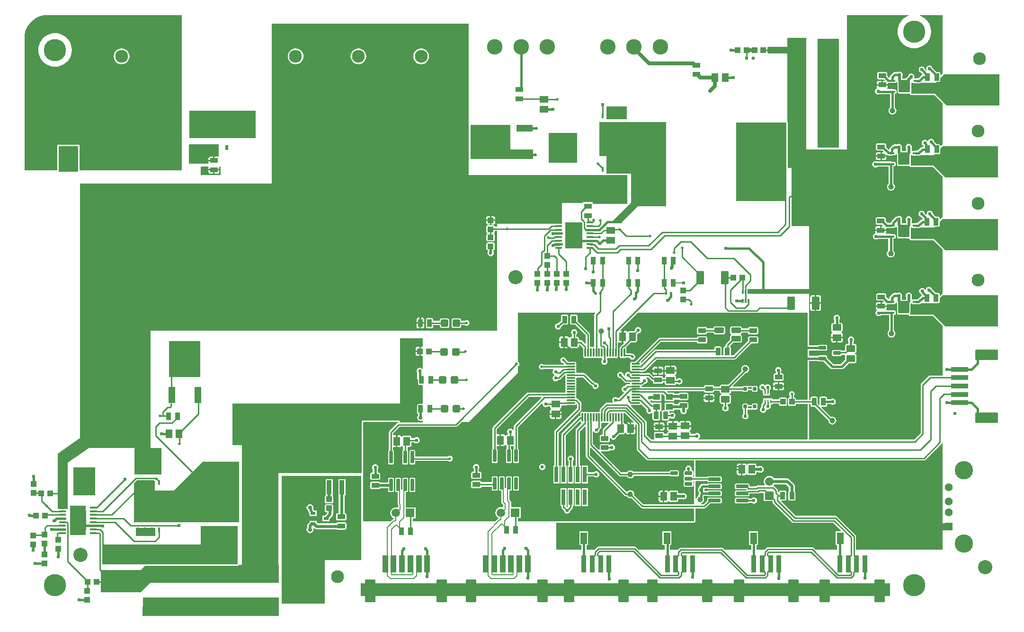
<source format=gtl>
G04*
G04 #@! TF.GenerationSoftware,Altium Limited,Altium Designer,22.6.1 (34)*
G04*
G04 Layer_Physical_Order=1*
G04 Layer_Color=255*
%FSLAX25Y25*%
%MOIN*%
G70*
G04*
G04 #@! TF.SameCoordinates,45D258CA-CE3A-49F5-BD4C-CD9E42F3E5DA*
G04*
G04*
G04 #@! TF.FilePolarity,Positive*
G04*
G01*
G75*
%ADD10C,0.01000*%
%ADD22R,0.02900X0.11000*%
G04:AMPARAMS|DCode=23|XSize=106.3mil|YSize=41.73mil|CornerRadius=5.22mil|HoleSize=0mil|Usage=FLASHONLY|Rotation=180.000|XOffset=0mil|YOffset=0mil|HoleType=Round|Shape=RoundedRectangle|*
%AMROUNDEDRECTD23*
21,1,0.10630,0.03130,0,0,180.0*
21,1,0.09587,0.04173,0,0,180.0*
1,1,0.01043,-0.04793,0.01565*
1,1,0.01043,0.04793,0.01565*
1,1,0.01043,0.04793,-0.01565*
1,1,0.01043,-0.04793,-0.01565*
%
%ADD23ROUNDEDRECTD23*%
%ADD24R,0.34646X0.38976*%
G04:AMPARAMS|DCode=25|XSize=55.12mil|YSize=35.43mil|CornerRadius=2.66mil|HoleSize=0mil|Usage=FLASHONLY|Rotation=180.000|XOffset=0mil|YOffset=0mil|HoleType=Round|Shape=RoundedRectangle|*
%AMROUNDEDRECTD25*
21,1,0.05512,0.03012,0,0,180.0*
21,1,0.04980,0.03543,0,0,180.0*
1,1,0.00532,-0.02490,0.01506*
1,1,0.00532,0.02490,0.01506*
1,1,0.00532,0.02490,-0.01506*
1,1,0.00532,-0.02490,-0.01506*
%
%ADD25ROUNDEDRECTD25*%
G04:AMPARAMS|DCode=26|XSize=90.55mil|YSize=98.43mil|CornerRadius=6.79mil|HoleSize=0mil|Usage=FLASHONLY|Rotation=0.000|XOffset=0mil|YOffset=0mil|HoleType=Round|Shape=RoundedRectangle|*
%AMROUNDEDRECTD26*
21,1,0.09055,0.08484,0,0,0.0*
21,1,0.07697,0.09843,0,0,0.0*
1,1,0.01358,0.03848,-0.04242*
1,1,0.01358,-0.03848,-0.04242*
1,1,0.01358,-0.03848,0.04242*
1,1,0.01358,0.03848,0.04242*
%
%ADD26ROUNDEDRECTD26*%
G04:AMPARAMS|DCode=27|XSize=43.31mil|YSize=39.37mil|CornerRadius=2.95mil|HoleSize=0mil|Usage=FLASHONLY|Rotation=0.000|XOffset=0mil|YOffset=0mil|HoleType=Round|Shape=RoundedRectangle|*
%AMROUNDEDRECTD27*
21,1,0.04331,0.03347,0,0,0.0*
21,1,0.03740,0.03937,0,0,0.0*
1,1,0.00591,0.01870,-0.01673*
1,1,0.00591,-0.01870,-0.01673*
1,1,0.00591,-0.01870,0.01673*
1,1,0.00591,0.01870,0.01673*
%
%ADD27ROUNDEDRECTD27*%
%ADD28R,0.11221X0.04921*%
%ADD29R,0.25591X0.21850*%
%ADD30C,0.03937*%
G04:AMPARAMS|DCode=31|XSize=49.21mil|YSize=62.99mil|CornerRadius=4.92mil|HoleSize=0mil|Usage=FLASHONLY|Rotation=90.000|XOffset=0mil|YOffset=0mil|HoleType=Round|Shape=RoundedRectangle|*
%AMROUNDEDRECTD31*
21,1,0.04921,0.05315,0,0,90.0*
21,1,0.03937,0.06299,0,0,90.0*
1,1,0.00984,0.02657,0.01968*
1,1,0.00984,0.02657,-0.01968*
1,1,0.00984,-0.02657,-0.01968*
1,1,0.00984,-0.02657,0.01968*
%
%ADD31ROUNDEDRECTD31*%
%ADD32R,0.06300X0.16200*%
G04:AMPARAMS|DCode=33|XSize=55.12mil|YSize=90.55mil|CornerRadius=4.13mil|HoleSize=0mil|Usage=FLASHONLY|Rotation=180.000|XOffset=0mil|YOffset=0mil|HoleType=Round|Shape=RoundedRectangle|*
%AMROUNDEDRECTD33*
21,1,0.05512,0.08228,0,0,180.0*
21,1,0.04685,0.09055,0,0,180.0*
1,1,0.00827,-0.02343,0.04114*
1,1,0.00827,0.02343,0.04114*
1,1,0.00827,0.02343,-0.04114*
1,1,0.00827,-0.02343,-0.04114*
%
%ADD33ROUNDEDRECTD33*%
G04:AMPARAMS|DCode=34|XSize=55.12mil|YSize=35.43mil|CornerRadius=2.66mil|HoleSize=0mil|Usage=FLASHONLY|Rotation=270.000|XOffset=0mil|YOffset=0mil|HoleType=Round|Shape=RoundedRectangle|*
%AMROUNDEDRECTD34*
21,1,0.05512,0.03012,0,0,270.0*
21,1,0.04980,0.03543,0,0,270.0*
1,1,0.00532,-0.01506,-0.02490*
1,1,0.00532,-0.01506,0.02490*
1,1,0.00532,0.01506,0.02490*
1,1,0.00532,0.01506,-0.02490*
%
%ADD34ROUNDEDRECTD34*%
G04:AMPARAMS|DCode=35|XSize=86.61mil|YSize=23.62mil|CornerRadius=1.77mil|HoleSize=0mil|Usage=FLASHONLY|Rotation=270.000|XOffset=0mil|YOffset=0mil|HoleType=Round|Shape=RoundedRectangle|*
%AMROUNDEDRECTD35*
21,1,0.08661,0.02008,0,0,270.0*
21,1,0.08307,0.02362,0,0,270.0*
1,1,0.00354,-0.01004,-0.04153*
1,1,0.00354,-0.01004,0.04153*
1,1,0.00354,0.01004,0.04153*
1,1,0.00354,0.01004,-0.04153*
%
%ADD35ROUNDEDRECTD35*%
G04:AMPARAMS|DCode=36|XSize=51.18mil|YSize=51.18mil|CornerRadius=5.12mil|HoleSize=0mil|Usage=FLASHONLY|Rotation=0.000|XOffset=0mil|YOffset=0mil|HoleType=Round|Shape=RoundedRectangle|*
%AMROUNDEDRECTD36*
21,1,0.05118,0.04095,0,0,0.0*
21,1,0.04095,0.05118,0,0,0.0*
1,1,0.01024,0.02047,-0.02047*
1,1,0.01024,-0.02047,-0.02047*
1,1,0.01024,-0.02047,0.02047*
1,1,0.01024,0.02047,0.02047*
%
%ADD36ROUNDEDRECTD36*%
G04:AMPARAMS|DCode=37|XSize=43.31mil|YSize=39.37mil|CornerRadius=2.95mil|HoleSize=0mil|Usage=FLASHONLY|Rotation=90.000|XOffset=0mil|YOffset=0mil|HoleType=Round|Shape=RoundedRectangle|*
%AMROUNDEDRECTD37*
21,1,0.04331,0.03347,0,0,90.0*
21,1,0.03740,0.03937,0,0,90.0*
1,1,0.00591,0.01673,0.01870*
1,1,0.00591,0.01673,-0.01870*
1,1,0.00591,-0.01673,-0.01870*
1,1,0.00591,-0.01673,0.01870*
%
%ADD37ROUNDEDRECTD37*%
%ADD38R,0.00984X0.02775*%
G04:AMPARAMS|DCode=39|XSize=43.31mil|YSize=39.37mil|CornerRadius=3.94mil|HoleSize=0mil|Usage=FLASHONLY|Rotation=0.000|XOffset=0mil|YOffset=0mil|HoleType=Round|Shape=RoundedRectangle|*
%AMROUNDEDRECTD39*
21,1,0.04331,0.03150,0,0,0.0*
21,1,0.03543,0.03937,0,0,0.0*
1,1,0.00787,0.01772,-0.01575*
1,1,0.00787,-0.01772,-0.01575*
1,1,0.00787,-0.01772,0.01575*
1,1,0.00787,0.01772,0.01575*
%
%ADD39ROUNDEDRECTD39*%
%ADD40R,0.01200X0.02500*%
%ADD41R,0.06300X0.14200*%
%ADD42R,0.06700X0.29500*%
G04:AMPARAMS|DCode=43|XSize=49.21mil|YSize=62.99mil|CornerRadius=4.92mil|HoleSize=0mil|Usage=FLASHONLY|Rotation=180.000|XOffset=0mil|YOffset=0mil|HoleType=Round|Shape=RoundedRectangle|*
%AMROUNDEDRECTD43*
21,1,0.04921,0.05315,0,0,180.0*
21,1,0.03937,0.06299,0,0,180.0*
1,1,0.00984,-0.01968,0.02657*
1,1,0.00984,0.01968,0.02657*
1,1,0.00984,0.01968,-0.02657*
1,1,0.00984,-0.01968,-0.02657*
%
%ADD43ROUNDEDRECTD43*%
%ADD44R,0.01800X0.03400*%
G04:AMPARAMS|DCode=45|XSize=88.58mil|YSize=127.95mil|CornerRadius=6.64mil|HoleSize=0mil|Usage=FLASHONLY|Rotation=270.000|XOffset=0mil|YOffset=0mil|HoleType=Round|Shape=RoundedRectangle|*
%AMROUNDEDRECTD45*
21,1,0.08858,0.11467,0,0,270.0*
21,1,0.07530,0.12795,0,0,270.0*
1,1,0.01329,-0.05733,-0.03765*
1,1,0.01329,-0.05733,0.03765*
1,1,0.01329,0.05733,0.03765*
1,1,0.01329,0.05733,-0.03765*
%
%ADD45ROUNDEDRECTD45*%
G04:AMPARAMS|DCode=46|XSize=43.31mil|YSize=39.37mil|CornerRadius=3.94mil|HoleSize=0mil|Usage=FLASHONLY|Rotation=90.000|XOffset=0mil|YOffset=0mil|HoleType=Round|Shape=RoundedRectangle|*
%AMROUNDEDRECTD46*
21,1,0.04331,0.03150,0,0,90.0*
21,1,0.03543,0.03937,0,0,90.0*
1,1,0.00787,0.01575,0.01772*
1,1,0.00787,0.01575,-0.01772*
1,1,0.00787,-0.01575,-0.01772*
1,1,0.00787,-0.01575,0.01772*
%
%ADD46ROUNDEDRECTD46*%
G04:AMPARAMS|DCode=47|XSize=157.48mil|YSize=196.85mil|CornerRadius=11.81mil|HoleSize=0mil|Usage=FLASHONLY|Rotation=270.000|XOffset=0mil|YOffset=0mil|HoleType=Round|Shape=RoundedRectangle|*
%AMROUNDEDRECTD47*
21,1,0.15748,0.17323,0,0,270.0*
21,1,0.13386,0.19685,0,0,270.0*
1,1,0.02362,-0.08661,-0.06693*
1,1,0.02362,-0.08661,0.06693*
1,1,0.02362,0.08661,0.06693*
1,1,0.02362,0.08661,-0.06693*
%
%ADD47ROUNDEDRECTD47*%
%ADD48R,0.05118X0.04331*%
%ADD49R,0.27008X0.12520*%
G04:AMPARAMS|DCode=50|XSize=13.78mil|YSize=27.56mil|CornerRadius=1.03mil|HoleSize=0mil|Usage=FLASHONLY|Rotation=90.000|XOffset=0mil|YOffset=0mil|HoleType=Round|Shape=RoundedRectangle|*
%AMROUNDEDRECTD50*
21,1,0.01378,0.02549,0,0,90.0*
21,1,0.01171,0.02756,0,0,90.0*
1,1,0.00207,0.01275,0.00586*
1,1,0.00207,0.01275,-0.00586*
1,1,0.00207,-0.01275,-0.00586*
1,1,0.00207,-0.01275,0.00586*
%
%ADD50ROUNDEDRECTD50*%
G04:AMPARAMS|DCode=51|XSize=25.59mil|YSize=23.62mil|CornerRadius=1.77mil|HoleSize=0mil|Usage=FLASHONLY|Rotation=90.000|XOffset=0mil|YOffset=0mil|HoleType=Round|Shape=RoundedRectangle|*
%AMROUNDEDRECTD51*
21,1,0.02559,0.02008,0,0,90.0*
21,1,0.02205,0.02362,0,0,90.0*
1,1,0.00354,0.01004,0.01102*
1,1,0.00354,0.01004,-0.01102*
1,1,0.00354,-0.01004,-0.01102*
1,1,0.00354,-0.01004,0.01102*
%
%ADD51ROUNDEDRECTD51*%
G04:AMPARAMS|DCode=52|XSize=86.61mil|YSize=23.62mil|CornerRadius=1.77mil|HoleSize=0mil|Usage=FLASHONLY|Rotation=0.000|XOffset=0mil|YOffset=0mil|HoleType=Round|Shape=RoundedRectangle|*
%AMROUNDEDRECTD52*
21,1,0.08661,0.02008,0,0,0.0*
21,1,0.08307,0.02362,0,0,0.0*
1,1,0.00354,0.04153,-0.01004*
1,1,0.00354,-0.04153,-0.01004*
1,1,0.00354,-0.04153,0.01004*
1,1,0.00354,0.04153,0.01004*
%
%ADD52ROUNDEDRECTD52*%
G04:AMPARAMS|DCode=53|XSize=74.8mil|YSize=157.48mil|CornerRadius=5.61mil|HoleSize=0mil|Usage=FLASHONLY|Rotation=180.000|XOffset=0mil|YOffset=0mil|HoleType=Round|Shape=RoundedRectangle|*
%AMROUNDEDRECTD53*
21,1,0.07480,0.14626,0,0,180.0*
21,1,0.06358,0.15748,0,0,180.0*
1,1,0.01122,-0.03179,0.07313*
1,1,0.01122,0.03179,0.07313*
1,1,0.01122,0.03179,-0.07313*
1,1,0.01122,-0.03179,-0.07313*
%
%ADD53ROUNDEDRECTD53*%
G04:AMPARAMS|DCode=54|XSize=39.37mil|YSize=122.05mil|CornerRadius=2.95mil|HoleSize=0mil|Usage=FLASHONLY|Rotation=180.000|XOffset=0mil|YOffset=0mil|HoleType=Round|Shape=RoundedRectangle|*
%AMROUNDEDRECTD54*
21,1,0.03937,0.11614,0,0,180.0*
21,1,0.03347,0.12205,0,0,180.0*
1,1,0.00591,-0.01673,0.05807*
1,1,0.00591,0.01673,0.05807*
1,1,0.00591,0.01673,-0.05807*
1,1,0.00591,-0.01673,-0.05807*
%
%ADD54ROUNDEDRECTD54*%
G04:AMPARAMS|DCode=55|XSize=35.43mil|YSize=118.11mil|CornerRadius=2.66mil|HoleSize=0mil|Usage=FLASHONLY|Rotation=270.000|XOffset=0mil|YOffset=0mil|HoleType=Round|Shape=RoundedRectangle|*
%AMROUNDEDRECTD55*
21,1,0.03543,0.11280,0,0,270.0*
21,1,0.03012,0.11811,0,0,270.0*
1,1,0.00532,-0.05640,-0.01506*
1,1,0.00532,-0.05640,0.01506*
1,1,0.00532,0.05640,0.01506*
1,1,0.00532,0.05640,-0.01506*
%
%ADD55ROUNDEDRECTD55*%
G04:AMPARAMS|DCode=56|XSize=74.8mil|YSize=157.48mil|CornerRadius=5.61mil|HoleSize=0mil|Usage=FLASHONLY|Rotation=270.000|XOffset=0mil|YOffset=0mil|HoleType=Round|Shape=RoundedRectangle|*
%AMROUNDEDRECTD56*
21,1,0.07480,0.14626,0,0,270.0*
21,1,0.06358,0.15748,0,0,270.0*
1,1,0.01122,-0.07313,-0.03179*
1,1,0.01122,-0.07313,0.03179*
1,1,0.01122,0.07313,0.03179*
1,1,0.01122,0.07313,-0.03179*
%
%ADD56ROUNDEDRECTD56*%
G04:AMPARAMS|DCode=57|XSize=35.43mil|YSize=118.11mil|CornerRadius=2.66mil|HoleSize=0mil|Usage=FLASHONLY|Rotation=180.000|XOffset=0mil|YOffset=0mil|HoleType=Round|Shape=RoundedRectangle|*
%AMROUNDEDRECTD57*
21,1,0.03543,0.11280,0,0,180.0*
21,1,0.03012,0.11811,0,0,180.0*
1,1,0.00532,-0.01506,0.05640*
1,1,0.00532,0.01506,0.05640*
1,1,0.00532,0.01506,-0.05640*
1,1,0.00532,-0.01506,-0.05640*
%
%ADD57ROUNDEDRECTD57*%
%ADD58O,0.06299X0.01181*%
%ADD59O,0.01181X0.06299*%
G04:AMPARAMS|DCode=60|XSize=78.74mil|YSize=88.58mil|CornerRadius=5.91mil|HoleSize=0mil|Usage=FLASHONLY|Rotation=0.000|XOffset=0mil|YOffset=0mil|HoleType=Round|Shape=RoundedRectangle|*
%AMROUNDEDRECTD60*
21,1,0.07874,0.07677,0,0,0.0*
21,1,0.06693,0.08858,0,0,0.0*
1,1,0.01181,0.03347,-0.03839*
1,1,0.01181,-0.03347,-0.03839*
1,1,0.01181,-0.03347,0.03839*
1,1,0.01181,0.03347,0.03839*
%
%ADD60ROUNDEDRECTD60*%
G04:AMPARAMS|DCode=61|XSize=49.21mil|YSize=15.75mil|CornerRadius=1.18mil|HoleSize=0mil|Usage=FLASHONLY|Rotation=180.000|XOffset=0mil|YOffset=0mil|HoleType=Round|Shape=RoundedRectangle|*
%AMROUNDEDRECTD61*
21,1,0.04921,0.01339,0,0,180.0*
21,1,0.04685,0.01575,0,0,180.0*
1,1,0.00236,-0.02343,0.00669*
1,1,0.00236,0.02343,0.00669*
1,1,0.00236,0.02343,-0.00669*
1,1,0.00236,-0.02343,-0.00669*
%
%ADD61ROUNDEDRECTD61*%
G04:AMPARAMS|DCode=62|XSize=157.48mil|YSize=167.32mil|CornerRadius=11.81mil|HoleSize=0mil|Usage=FLASHONLY|Rotation=0.000|XOffset=0mil|YOffset=0mil|HoleType=Round|Shape=RoundedRectangle|*
%AMROUNDEDRECTD62*
21,1,0.15748,0.14370,0,0,0.0*
21,1,0.13386,0.16732,0,0,0.0*
1,1,0.02362,0.06693,-0.07185*
1,1,0.02362,-0.06693,-0.07185*
1,1,0.02362,-0.06693,0.07185*
1,1,0.02362,0.06693,0.07185*
%
%ADD62ROUNDEDRECTD62*%
%ADD63R,0.04500X0.08000*%
G04:AMPARAMS|DCode=64|XSize=24.8mil|YSize=51.18mil|CornerRadius=1.86mil|HoleSize=0mil|Usage=FLASHONLY|Rotation=270.000|XOffset=0mil|YOffset=0mil|HoleType=Round|Shape=RoundedRectangle|*
%AMROUNDEDRECTD64*
21,1,0.02480,0.04746,0,0,270.0*
21,1,0.02108,0.05118,0,0,270.0*
1,1,0.00372,-0.02373,-0.01054*
1,1,0.00372,-0.02373,0.01054*
1,1,0.00372,0.02373,0.01054*
1,1,0.00372,0.02373,-0.01054*
%
%ADD64ROUNDEDRECTD64*%
%ADD65R,0.02362X0.03543*%
%ADD66R,0.03543X0.02362*%
G04:AMPARAMS|DCode=67|XSize=13.78mil|YSize=17.72mil|CornerRadius=1.03mil|HoleSize=0mil|Usage=FLASHONLY|Rotation=0.000|XOffset=0mil|YOffset=0mil|HoleType=Round|Shape=RoundedRectangle|*
%AMROUNDEDRECTD67*
21,1,0.01378,0.01565,0,0,0.0*
21,1,0.01171,0.01772,0,0,0.0*
1,1,0.00207,0.00586,-0.00783*
1,1,0.00207,-0.00586,-0.00783*
1,1,0.00207,-0.00586,0.00783*
1,1,0.00207,0.00586,0.00783*
%
%ADD67ROUNDEDRECTD67*%
G04:AMPARAMS|DCode=68|XSize=39.37mil|YSize=66.93mil|CornerRadius=3.94mil|HoleSize=0mil|Usage=FLASHONLY|Rotation=270.000|XOffset=0mil|YOffset=0mil|HoleType=Round|Shape=RoundedRectangle|*
%AMROUNDEDRECTD68*
21,1,0.03937,0.05906,0,0,270.0*
21,1,0.03150,0.06693,0,0,270.0*
1,1,0.00787,-0.02953,-0.01575*
1,1,0.00787,-0.02953,0.01575*
1,1,0.00787,0.02953,0.01575*
1,1,0.00787,0.02953,-0.01575*
%
%ADD68ROUNDEDRECTD68*%
%ADD69R,0.23622X0.26575*%
%ADD70R,0.03347X0.09843*%
G04:AMPARAMS|DCode=71|XSize=88.58mil|YSize=127.95mil|CornerRadius=6.64mil|HoleSize=0mil|Usage=FLASHONLY|Rotation=0.000|XOffset=0mil|YOffset=0mil|HoleType=Round|Shape=RoundedRectangle|*
%AMROUNDEDRECTD71*
21,1,0.08858,0.11467,0,0,0.0*
21,1,0.07530,0.12795,0,0,0.0*
1,1,0.01329,0.03765,-0.05733*
1,1,0.01329,-0.03765,-0.05733*
1,1,0.01329,-0.03765,0.05733*
1,1,0.01329,0.03765,0.05733*
%
%ADD71ROUNDEDRECTD71*%
%ADD72R,0.21850X0.25591*%
%ADD73R,0.04921X0.11221*%
%ADD74R,0.04600X0.01200*%
G04:AMPARAMS|DCode=75|XSize=472.44mil|YSize=150.59mil|CornerRadius=11.29mil|HoleSize=0mil|Usage=FLASHONLY|Rotation=270.000|XOffset=0mil|YOffset=0mil|HoleType=Round|Shape=RoundedRectangle|*
%AMROUNDEDRECTD75*
21,1,0.47244,0.12800,0,0,270.0*
21,1,0.44985,0.15059,0,0,270.0*
1,1,0.02259,-0.06400,-0.22493*
1,1,0.02259,-0.06400,0.22493*
1,1,0.02259,0.06400,0.22493*
1,1,0.02259,0.06400,-0.22493*
%
%ADD75ROUNDEDRECTD75*%
%ADD123R,0.11600X0.14100*%
%ADD135C,0.00800*%
%ADD136C,0.01500*%
%ADD137C,0.02000*%
%ADD138C,0.02500*%
%ADD139C,0.05000*%
%ADD140C,0.01600*%
%ADD141C,0.10000*%
%ADD142C,0.09055*%
%ADD143C,0.15630*%
%ADD144R,0.05622X0.05622*%
%ADD145C,0.05622*%
%ADD146C,0.12898*%
%ADD147C,0.10925*%
%ADD148R,0.05906X0.05906*%
%ADD149C,0.05906*%
%ADD150R,0.05906X0.05906*%
%ADD151C,0.02400*%
%ADD152C,0.02000*%
%ADD153C,0.02800*%
G36*
X625000Y363442D02*
X623803Y362244D01*
X623341Y362436D01*
Y363490D01*
X623258Y363906D01*
X623022Y364259D01*
X622670Y364494D01*
X622254Y364577D01*
X620679D01*
X617691Y367565D01*
X617672Y367658D01*
X617186Y368386D01*
X616458Y368872D01*
X615600Y369043D01*
X614742Y368872D01*
X614014Y368386D01*
X613528Y367658D01*
X613357Y366800D01*
X613528Y365942D01*
X613533Y365934D01*
X613144Y365615D01*
X612539Y366221D01*
X612372Y367058D01*
X611886Y367786D01*
X611158Y368272D01*
X610300Y368443D01*
X609442Y368272D01*
X608714Y367786D01*
X608228Y367058D01*
X608057Y366200D01*
X608228Y365342D01*
X608714Y364614D01*
X609442Y364128D01*
X609621Y364092D01*
X610586Y363127D01*
X610434Y362572D01*
X609971Y362262D01*
X607792Y360084D01*
X606858D01*
X606176Y359948D01*
X606111Y359905D01*
X605234D01*
X604954Y360405D01*
X605100Y361139D01*
X604930Y361997D01*
X604443Y362725D01*
X603716Y363211D01*
X602857Y363382D01*
X601999Y363211D01*
X601271Y362725D01*
X600785Y361997D01*
X600746Y361804D01*
X599495Y360552D01*
X599053Y359891D01*
X599026Y359756D01*
X596563D01*
Y361577D01*
X596672Y361742D01*
X596843Y362600D01*
X596672Y363458D01*
X596186Y364186D01*
X595458Y364672D01*
X594600Y364843D01*
X593742Y364672D01*
X593310Y364384D01*
X591100D01*
X590417Y364248D01*
X589838Y363862D01*
X588238Y362262D01*
X587851Y361683D01*
X587716Y361000D01*
Y360799D01*
X587216Y360592D01*
X585977Y361831D01*
Y363406D01*
X585894Y363822D01*
X585659Y364174D01*
X585306Y364410D01*
X584890Y364493D01*
X579910D01*
X579494Y364410D01*
X579142Y364174D01*
X578906Y363822D01*
X578823Y363406D01*
Y360394D01*
X578906Y359978D01*
X579142Y359626D01*
X579494Y359390D01*
X579910Y359308D01*
X583453D01*
X584099Y358662D01*
X583907Y358200D01*
X582900D01*
Y355904D01*
X586181D01*
Y356385D01*
X586221Y356449D01*
X586681Y356757D01*
X586799Y356733D01*
X591484D01*
X591843Y356804D01*
X592146Y357007D01*
X592316Y357261D01*
X592580Y357324D01*
X592865Y357340D01*
X593058Y357050D01*
X593236Y356873D01*
Y350661D01*
X593344Y350119D01*
X593651Y349659D01*
X594111Y349352D01*
X594654Y349244D01*
X601346D01*
X601488Y349272D01*
X601510Y349273D01*
X602057Y348908D01*
X602058Y348901D01*
X602279Y348570D01*
X602610Y348349D01*
X603000Y348271D01*
X619287D01*
X625000Y342558D01*
Y313177D01*
X624610Y313100D01*
X624279Y312878D01*
X623786Y312385D01*
X623663Y312436D01*
X623328Y312634D01*
X623258Y312985D01*
X623022Y313338D01*
X622670Y313574D01*
X622254Y313656D01*
X620679D01*
X618949Y315386D01*
X618819Y316041D01*
X618333Y316769D01*
X617605Y317255D01*
X616747Y317426D01*
X615888Y317255D01*
X615161Y316769D01*
X614674Y316041D01*
X614661Y315976D01*
X614130Y315870D01*
X613986Y316086D01*
X613258Y316572D01*
X612400Y316743D01*
X611542Y316572D01*
X610814Y316086D01*
X610328Y315358D01*
X610157Y314500D01*
X610328Y313642D01*
X610814Y312914D01*
X611446Y312491D01*
Y311784D01*
X610732D01*
X610732Y311784D01*
X610049Y311649D01*
X609471Y311262D01*
X607292Y309084D01*
X606358D01*
X605676Y308948D01*
X605611Y308905D01*
X604016D01*
X603711Y308844D01*
X603588Y308872D01*
X603443Y308951D01*
X603201Y309130D01*
X603197Y309148D01*
Y311025D01*
X603325Y311666D01*
X603154Y312524D01*
X602668Y313252D01*
X601940Y313738D01*
X601082Y313909D01*
X600223Y313738D01*
X599496Y313252D01*
X599009Y312524D01*
X598839Y311666D01*
X599009Y310807D01*
X599119Y310643D01*
Y309093D01*
X598756Y308756D01*
X596235D01*
Y311039D01*
X596362Y311679D01*
X596191Y312538D01*
X595705Y313265D01*
X594977Y313752D01*
X594119Y313923D01*
X593260Y313752D01*
X592829Y313464D01*
X590772D01*
X590089Y313328D01*
X589510Y312941D01*
X587910Y311341D01*
X587523Y310762D01*
X587395Y310119D01*
X587204Y309997D01*
X586926Y309882D01*
X585177Y311631D01*
Y313206D01*
X585094Y313622D01*
X584859Y313974D01*
X584506Y314210D01*
X584090Y314293D01*
X579110D01*
X578694Y314210D01*
X578341Y313974D01*
X578106Y313622D01*
X578023Y313206D01*
Y310194D01*
X578106Y309778D01*
X578341Y309426D01*
X578694Y309190D01*
X579110Y309107D01*
X582653D01*
X583299Y308462D01*
X583107Y308000D01*
X582100D01*
Y305704D01*
X585617D01*
X585881Y305845D01*
X585941Y305804D01*
X586182Y305756D01*
X586226Y305728D01*
X586908Y305592D01*
X586908Y305592D01*
X588454D01*
X588642Y305554D01*
X589325Y305690D01*
X589389Y305733D01*
X590984D01*
X591342Y305804D01*
X591646Y306007D01*
X591849Y306311D01*
X591885Y306493D01*
X592400Y306622D01*
X592401Y306622D01*
X592730Y306130D01*
X592736Y306124D01*
Y299661D01*
X592844Y299119D01*
X593151Y298659D01*
X593611Y298352D01*
X594153Y298244D01*
X600846D01*
X601015Y298277D01*
X601558Y298110D01*
X601779Y297779D01*
X602110Y297558D01*
X602500Y297480D01*
X618235D01*
X625000Y290716D01*
Y262020D01*
X624610Y261942D01*
X624279Y261721D01*
X623303Y260744D01*
X622841Y260936D01*
Y261490D01*
X622758Y261906D01*
X622522Y262259D01*
X622170Y262494D01*
X621754Y262577D01*
X620179D01*
X618115Y264640D01*
X617972Y265358D01*
X617486Y266086D01*
X616758Y266572D01*
X615900Y266743D01*
X615042Y266572D01*
X614314Y266086D01*
X613828Y265358D01*
X613657Y264500D01*
X613713Y264217D01*
X613252Y263971D01*
X612373Y264850D01*
X612272Y265358D01*
X611786Y266086D01*
X611058Y266572D01*
X610200Y266743D01*
X609342Y266572D01*
X608614Y266086D01*
X608128Y265358D01*
X607957Y264500D01*
X608128Y263642D01*
X608614Y262914D01*
X609342Y262428D01*
X609850Y262327D01*
X610892Y261284D01*
X610851Y261014D01*
X610732Y260784D01*
X610049Y260648D01*
X609471Y260262D01*
X607292Y258084D01*
X606358D01*
X605676Y257948D01*
X605611Y257905D01*
X604016D01*
X603711Y257844D01*
X603588Y257872D01*
X603443Y257951D01*
X603201Y258130D01*
X603197Y258148D01*
Y260025D01*
X603325Y260666D01*
X603154Y261524D01*
X602668Y262252D01*
X601940Y262738D01*
X601082Y262909D01*
X600223Y262738D01*
X599496Y262252D01*
X599009Y261524D01*
X598839Y260666D01*
X599009Y259807D01*
X599119Y259643D01*
Y258093D01*
X598756Y257756D01*
X596339D01*
Y259892D01*
X596372Y259942D01*
X596543Y260800D01*
X596372Y261658D01*
X595886Y262386D01*
X595158Y262872D01*
X594300Y263043D01*
X593442Y262872D01*
X593011Y262584D01*
X592850D01*
X592168Y262449D01*
X591589Y262062D01*
X591589Y262062D01*
X589091Y259564D01*
X588704Y258985D01*
X588568Y258302D01*
Y258123D01*
X586181D01*
X584877Y259427D01*
Y261002D01*
X584794Y261418D01*
X584558Y261770D01*
X584206Y262006D01*
X583790Y262089D01*
X578810D01*
X578394Y262006D01*
X578042Y261770D01*
X577806Y261418D01*
X577723Y261002D01*
Y257990D01*
X577806Y257574D01*
X578042Y257222D01*
X578394Y256986D01*
X578810Y256904D01*
X582353D01*
X582999Y256258D01*
X582807Y255797D01*
X581800D01*
Y253500D01*
X585081D01*
Y254116D01*
X585431Y254541D01*
X585561Y254554D01*
X588642D01*
X589001Y254626D01*
X589172Y254592D01*
X590352D01*
X591035Y254728D01*
X591069Y254750D01*
X591342Y254804D01*
X591646Y255007D01*
X591849Y255311D01*
X591883Y255483D01*
X592188Y255563D01*
X592641Y255247D01*
X592679Y255056D01*
X592736Y254972D01*
Y248661D01*
X592844Y248119D01*
X593151Y247659D01*
X593611Y247352D01*
X594153Y247244D01*
X600846D01*
X600980Y247270D01*
X601255Y247122D01*
X601506Y246874D01*
X601558Y246610D01*
X601779Y246279D01*
X602110Y246058D01*
X602500Y245980D01*
X618578D01*
X625000Y239558D01*
Y208177D01*
X624610Y208100D01*
X624279Y207878D01*
X623303Y206902D01*
X622841Y207093D01*
Y207740D01*
X622758Y208156D01*
X622522Y208508D01*
X622170Y208744D01*
X621754Y208827D01*
X620179D01*
X617122Y211884D01*
X616786Y212386D01*
X616058Y212872D01*
X615200Y213043D01*
X614342Y212872D01*
X613614Y212386D01*
X613128Y211658D01*
X613060Y211318D01*
X612529Y211213D01*
X612212Y211688D01*
X611484Y212174D01*
X610626Y212345D01*
X609767Y212174D01*
X609039Y211688D01*
X608553Y210960D01*
X608383Y210102D01*
X608553Y209243D01*
X609039Y208516D01*
X609226Y208391D01*
X609536Y207927D01*
X610086Y207377D01*
X609934Y206821D01*
X609471Y206512D01*
X607292Y204333D01*
X606358D01*
X605676Y204198D01*
X605611Y204155D01*
X604016D01*
X603711Y204094D01*
X603588Y204122D01*
X603443Y204202D01*
X603201Y204380D01*
X603197Y204398D01*
Y206275D01*
X603325Y206916D01*
X603154Y207774D01*
X602668Y208502D01*
X601940Y208988D01*
X601082Y209159D01*
X600223Y208988D01*
X599496Y208502D01*
X599009Y207774D01*
X598839Y206916D01*
X599009Y206057D01*
X599119Y205893D01*
Y204343D01*
X598756Y204006D01*
X596235D01*
Y206289D01*
X596362Y206929D01*
X596191Y207788D01*
X595705Y208516D01*
X594977Y209002D01*
X594119Y209173D01*
X593260Y209002D01*
X592829Y208714D01*
X590772D01*
X590089Y208578D01*
X589510Y208191D01*
X587910Y206591D01*
X587523Y206012D01*
X587388Y205329D01*
Y204410D01*
X586793D01*
X585277Y205927D01*
Y207502D01*
X585194Y207918D01*
X584959Y208270D01*
X584606Y208506D01*
X584190Y208589D01*
X579210D01*
X578794Y208506D01*
X578441Y208270D01*
X578206Y207918D01*
X578123Y207502D01*
Y204490D01*
X578206Y204074D01*
X578441Y203722D01*
X578794Y203486D01*
X579210Y203403D01*
X582753D01*
X583399Y202758D01*
X583207Y202296D01*
X582200D01*
Y200000D01*
X585481D01*
Y200562D01*
X585867Y200879D01*
X586054Y200842D01*
X588454D01*
X588642Y200804D01*
X589325Y200940D01*
X589389Y200983D01*
X590984D01*
X591342Y201054D01*
X591646Y201257D01*
X591849Y201561D01*
X591885Y201744D01*
X592400Y201872D01*
X592401Y201872D01*
X592730Y201380D01*
X592736Y201374D01*
Y194911D01*
X592844Y194369D01*
X593151Y193909D01*
X593611Y193602D01*
X594153Y193494D01*
X600846D01*
X601058Y193110D01*
X601279Y192779D01*
X601610Y192558D01*
X602000Y192480D01*
X618235D01*
X625000Y185716D01*
Y150624D01*
X616094D01*
X615509Y150507D01*
X615013Y150176D01*
X609919Y145081D01*
X609587Y144585D01*
X609471Y144000D01*
Y110134D01*
X604867Y105529D01*
X531287D01*
X531020Y106029D01*
X531020Y121726D01*
Y130571D01*
X531808D01*
Y129710D01*
X531890Y129294D01*
X532126Y128942D01*
X532478Y128706D01*
X532894Y128623D01*
X534830D01*
X544524Y118928D01*
X544508Y118800D01*
X544603Y118077D01*
X544882Y117404D01*
X545326Y116825D01*
X545904Y116382D01*
X546577Y116103D01*
X547300Y116008D01*
X548023Y116103D01*
X548696Y116382D01*
X549274Y116825D01*
X549718Y117404D01*
X549997Y118077D01*
X550092Y118800D01*
X549997Y119523D01*
X549718Y120196D01*
X549274Y120774D01*
X548696Y121218D01*
X548023Y121497D01*
X547300Y121592D01*
X546577Y121497D01*
X546368Y121411D01*
X539655Y128123D01*
X539862Y128623D01*
X542402D01*
X542818Y128706D01*
X543170Y128942D01*
X543406Y129294D01*
X543489Y129710D01*
Y130416D01*
X546110D01*
X546542Y130128D01*
X547400Y129957D01*
X548258Y130128D01*
X548986Y130614D01*
X549472Y131342D01*
X549643Y132200D01*
X549472Y133058D01*
X548986Y133786D01*
X548258Y134272D01*
X547400Y134443D01*
X546542Y134272D01*
X546110Y133984D01*
X543489D01*
Y134690D01*
X543406Y135106D01*
X543170Y135459D01*
X542818Y135694D01*
X542402Y135777D01*
X539390D01*
X538974Y135694D01*
X538622Y135459D01*
X538386Y135106D01*
X538304Y134690D01*
Y130182D01*
X537804Y129975D01*
X536993Y130786D01*
Y134690D01*
X536910Y135106D01*
X536674Y135459D01*
X536322Y135694D01*
X535906Y135777D01*
X532894D01*
X532478Y135694D01*
X532126Y135459D01*
X531890Y135106D01*
X531808Y134690D01*
Y133629D01*
X531020D01*
Y138509D01*
Y143496D01*
Y147358D01*
Y150710D01*
Y156800D01*
Y160816D01*
X537364D01*
X537571Y160677D01*
X537956Y160600D01*
X540876D01*
X540876Y160600D01*
X545838Y155638D01*
X545838Y155638D01*
X546417Y155252D01*
X547100Y155116D01*
X553911D01*
X554594Y155252D01*
X555173Y155638D01*
X558848Y159314D01*
X562957D01*
X563462Y159414D01*
X563889Y159700D01*
X564175Y160127D01*
X564275Y160632D01*
Y164568D01*
X564175Y165073D01*
X563889Y165500D01*
X563462Y165786D01*
X562957Y165886D01*
Y166361D01*
X563462Y166462D01*
X563889Y166747D01*
X564175Y167175D01*
X564275Y167679D01*
Y171616D01*
X564175Y172120D01*
X563889Y172547D01*
X563462Y172833D01*
X562957Y172933D01*
X562084D01*
Y174561D01*
X562472Y175142D01*
X562643Y176000D01*
X562472Y176858D01*
X561986Y177586D01*
X561258Y178072D01*
X560400Y178243D01*
X559542Y178072D01*
X558814Y177586D01*
X558328Y176858D01*
X558157Y176000D01*
X558328Y175142D01*
X558516Y174860D01*
Y172933D01*
X557643D01*
X557138Y172833D01*
X556711Y172547D01*
X556425Y172120D01*
X556325Y171616D01*
Y168524D01*
X556077Y168277D01*
X553317D01*
X553158Y168383D01*
X552773Y168459D01*
X548027D01*
X547642Y168383D01*
X547316Y168165D01*
X547098Y167839D01*
X547022Y167454D01*
Y165346D01*
X547098Y164961D01*
X547316Y164635D01*
X547642Y164417D01*
X548027Y164340D01*
X552773D01*
X553158Y164417D01*
X553484Y164635D01*
X553702Y164961D01*
X553753Y165218D01*
X555967D01*
X556355Y164718D01*
X556325Y164568D01*
Y161837D01*
X553172Y158684D01*
X547839D01*
X543815Y162708D01*
X543787Y162853D01*
X543708Y162971D01*
Y163714D01*
X543631Y164099D01*
X543413Y164425D01*
X543087Y164643D01*
X542702Y164719D01*
X537956D01*
X537571Y164643D01*
X537245Y164425D01*
X537218Y164384D01*
X531020D01*
X531020Y168356D01*
X537274D01*
X537571Y168157D01*
X537956Y168081D01*
X542702D01*
X543087Y168157D01*
X543413Y168375D01*
X543631Y168701D01*
X543708Y169086D01*
Y171194D01*
X543631Y171579D01*
X543413Y171905D01*
X543087Y172123D01*
X542702Y172200D01*
X537956D01*
X537571Y172123D01*
X537274Y171924D01*
X531020D01*
Y178063D01*
Y195000D01*
X531000Y195098D01*
Y208100D01*
X487629D01*
Y211400D01*
X531000D01*
Y256000D01*
X518600D01*
Y296800D01*
X515920D01*
Y328900D01*
X515842Y329290D01*
X515677Y329537D01*
X515565Y377400D01*
X502098Y377400D01*
X501688Y377900D01*
X501694Y377930D01*
Y379300D01*
X498700D01*
Y380300D01*
X501694D01*
Y381670D01*
X501668Y381800D01*
X502066Y382300D01*
X515553D01*
X515540Y388032D01*
X515893Y388386D01*
X529000D01*
Y309900D01*
X557600Y309900D01*
X557600Y328900D01*
X557600Y404680D01*
X601017D01*
X601116Y404180D01*
X599619Y403560D01*
X598034Y402588D01*
X596620Y401380D01*
X595412Y399966D01*
X594440Y398380D01*
X593729Y396662D01*
X593294Y394854D01*
X593149Y393000D01*
X593294Y391146D01*
X593729Y389338D01*
X594440Y387619D01*
X595412Y386034D01*
X596620Y384620D01*
X598034Y383412D01*
X599619Y382440D01*
X601338Y381729D01*
X603146Y381294D01*
X605000Y381149D01*
X606854Y381294D01*
X608662Y381729D01*
X610381Y382440D01*
X611966Y383412D01*
X613380Y384620D01*
X614588Y386034D01*
X615560Y387619D01*
X616271Y389338D01*
X616706Y391146D01*
X616852Y393000D01*
X616706Y394854D01*
X616271Y396662D01*
X615560Y398380D01*
X614588Y399966D01*
X613380Y401380D01*
X611966Y402588D01*
X610381Y403560D01*
X608884Y404180D01*
X608983Y404680D01*
X625000D01*
Y363442D01*
D02*
G37*
G36*
X665000Y341000D02*
X628000D01*
X619709Y349291D01*
X603000D01*
Y357020D01*
X603819D01*
X603854Y356968D01*
X604157Y356765D01*
X604516Y356694D01*
X606111D01*
X606176Y356651D01*
X606858Y356515D01*
X608532D01*
X609214Y356651D01*
X609312Y356716D01*
X609559Y356765D01*
X609863Y356968D01*
X609897Y357020D01*
X620020D01*
X620423Y357423D01*
X622254D01*
X622670Y357506D01*
X623022Y357741D01*
X623258Y358094D01*
X623341Y358510D01*
Y360341D01*
X626000Y363000D01*
X665000D01*
Y341000D01*
D02*
G37*
G36*
X402600Y331241D02*
X402500Y331200D01*
X388200D01*
Y340300D01*
X402600D01*
Y331241D01*
D02*
G37*
G36*
X141300Y317900D02*
X94400D01*
Y337200D01*
X141300D01*
Y317900D01*
D02*
G37*
G36*
X552000Y311300D02*
X536743D01*
Y387957D01*
X552000D01*
Y311300D01*
D02*
G37*
G36*
X664000Y290158D02*
X627000D01*
X618657Y298500D01*
X602500D01*
Y306000D01*
X603332D01*
X603354Y305968D01*
X603657Y305765D01*
X604016Y305694D01*
X605611D01*
X605676Y305651D01*
X606358Y305515D01*
X608032D01*
X608714Y305651D01*
X608812Y305716D01*
X609059Y305765D01*
X609363Y305968D01*
X609384Y306000D01*
X618843D01*
X619345Y306503D01*
X622254D01*
X622670Y306585D01*
X623022Y306821D01*
X623258Y307173D01*
X623341Y307589D01*
Y310498D01*
X625000Y312158D01*
X664000D01*
Y290158D01*
D02*
G37*
G36*
X115300Y305051D02*
X114800Y304784D01*
X114784Y304794D01*
X114290Y304892D01*
X112300D01*
Y302096D01*
X111800D01*
Y301596D01*
X108019D01*
Y300590D01*
X108057Y300400D01*
X107693Y299900D01*
X94231D01*
X94103Y313145D01*
X94455Y313500D01*
X115300D01*
Y305051D01*
D02*
G37*
G36*
X320700Y310000D02*
X336700D01*
Y303300D01*
X292400D01*
Y327100D01*
X292859Y327200D01*
X320700D01*
Y310000D01*
D02*
G37*
G36*
X367400Y300600D02*
X347431D01*
Y321400D01*
X367400D01*
Y300600D01*
D02*
G37*
G36*
X-5307Y404680D02*
X89100Y404680D01*
Y295200D01*
X17200D01*
X17200Y313200D01*
X1500D01*
Y295200D01*
X-21609D01*
X-21609Y388326D01*
X-21601Y388386D01*
X-21610Y388457D01*
X-21475Y390514D01*
X-21059Y392607D01*
X-20373Y394626D01*
X-19430Y396540D01*
X-18245Y398313D01*
X-16838Y399917D01*
X-15235Y401324D01*
X-13461Y402509D01*
X-11548Y403452D01*
X-9528Y404138D01*
X-7436Y404554D01*
X-5378Y404689D01*
X-5307Y404680D01*
D02*
G37*
G36*
X16180Y295200D02*
X16258Y294810D01*
X16331Y294700D01*
X16163Y294200D01*
X2537D01*
X2369Y294700D01*
X2442Y294810D01*
X2520Y295200D01*
Y312180D01*
X16180D01*
X16180Y295200D01*
D02*
G37*
G36*
X107771Y297913D02*
X108079Y297406D01*
X108019Y297106D01*
Y296100D01*
X111800D01*
X115581D01*
Y297106D01*
X115553Y297245D01*
X115947Y297736D01*
X116500Y297725D01*
Y291975D01*
X102600D01*
X102600Y297667D01*
X102957Y298017D01*
X107771Y297913D01*
D02*
G37*
G36*
X514900Y273400D02*
X479400D01*
Y328900D01*
X514900D01*
Y273400D01*
D02*
G37*
G36*
X291300Y291900D02*
X388102D01*
X388200Y291880D01*
X403000Y291880D01*
Y271600D01*
X378718D01*
X378700Y271692D01*
Y273000D01*
X371400D01*
Y272100D01*
X356800D01*
Y257500D01*
X311100D01*
Y255429D01*
X309676D01*
X309602Y255801D01*
X309360Y256163D01*
X308997Y256405D01*
X308570Y256490D01*
X304830D01*
X304403Y256405D01*
X304040Y256163D01*
X303798Y255801D01*
X303713Y255373D01*
Y252027D01*
X303798Y251599D01*
X304040Y251237D01*
X304279Y251078D01*
X304309Y250961D01*
Y250639D01*
X304279Y250522D01*
X304040Y250363D01*
X303798Y250001D01*
X303713Y249573D01*
Y246227D01*
X303798Y245799D01*
X304040Y245437D01*
X304403Y245195D01*
X304830Y245110D01*
X308570D01*
X308997Y245195D01*
X309360Y245437D01*
X309602Y245799D01*
X309687Y246227D01*
Y249573D01*
X309602Y250001D01*
X309360Y250363D01*
X309121Y250522D01*
X309091Y250639D01*
Y250961D01*
X309121Y251078D01*
X309360Y251237D01*
X309602Y251599D01*
X309687Y252027D01*
Y252371D01*
X311100D01*
Y182100D01*
X67300D01*
Y99600D01*
X74800D01*
Y80800D01*
X56000D01*
X56000Y98900D01*
X56000Y99300D01*
X56200Y99400D01*
X55541Y99400D01*
X24000Y99400D01*
X8800Y89300D01*
Y56700D01*
X1900Y56700D01*
Y95500D01*
X17602Y106500D01*
Y116644D01*
X17602Y285800D01*
X152600D01*
Y397800D01*
X152400Y398000D01*
X152607Y398500D01*
X291300D01*
Y291900D01*
D02*
G37*
G36*
X430200Y269900D02*
X410400Y269900D01*
X398700Y258200D01*
X391853Y258200D01*
X391662Y258662D01*
X405600Y272600D01*
Y292900D01*
X388200Y292900D01*
Y305300D01*
X383300D01*
Y308900D01*
Y329100D01*
X430200D01*
Y269900D01*
D02*
G37*
G36*
X664000Y239000D02*
X627000D01*
X619000Y247000D01*
X602500D01*
Y255016D01*
X602504Y255020D01*
X603319D01*
X603354Y254968D01*
X603657Y254765D01*
X604016Y254694D01*
X605611D01*
X605676Y254651D01*
X606358Y254515D01*
X608032D01*
X608714Y254651D01*
X608812Y254716D01*
X609059Y254765D01*
X609363Y254968D01*
X609397Y255020D01*
X619020D01*
X619423Y255423D01*
X621754D01*
X622170Y255506D01*
X622522Y255742D01*
X622758Y256094D01*
X622841Y256510D01*
Y258841D01*
X625000Y261000D01*
X664000D01*
Y239000D01*
D02*
G37*
G36*
X371071Y258339D02*
Y254486D01*
X371100Y254338D01*
Y247384D01*
X370079D01*
X366762Y250702D01*
X366183Y251089D01*
X365500Y251224D01*
X364817Y251089D01*
X364238Y250702D01*
X363851Y250123D01*
X363716Y249440D01*
X363851Y248757D01*
X364238Y248178D01*
X368078Y244338D01*
X368657Y243952D01*
X369340Y243816D01*
X371100D01*
Y240100D01*
X359200D01*
Y258400D01*
X371010D01*
X371071Y258339D01*
D02*
G37*
G36*
X664000Y185158D02*
X627000D01*
X618657Y193500D01*
X602000D01*
Y194135D01*
X602156Y194369D01*
X602264Y194911D01*
Y201030D01*
X602614Y201380D01*
X602694Y201500D01*
X603165D01*
X603354Y201218D01*
X603657Y201015D01*
X604016Y200944D01*
X605611D01*
X605676Y200901D01*
X606358Y200765D01*
X608032D01*
X608714Y200901D01*
X608812Y200966D01*
X609059Y201015D01*
X609363Y201218D01*
X609551Y201500D01*
X619343D01*
X619516Y201673D01*
X621754D01*
X622170Y201756D01*
X622522Y201992D01*
X622758Y202344D01*
X622841Y202760D01*
Y204998D01*
X625000Y207157D01*
X664000D01*
Y185158D01*
D02*
G37*
G36*
X259000Y171200D02*
X258613Y170883D01*
X258574Y170891D01*
X257401D01*
Y167700D01*
Y164509D01*
X258500D01*
X258718Y164431D01*
X259000Y164200D01*
X259000Y155367D01*
X258500Y155216D01*
X258386Y155386D01*
X257658Y155872D01*
X256800Y156043D01*
X255942Y155872D01*
X255214Y155386D01*
X254728Y154658D01*
X254557Y153800D01*
X254728Y152942D01*
X255054Y152453D01*
Y148566D01*
X255190Y147883D01*
X255411Y147551D01*
Y144910D01*
X255494Y144494D01*
X255730Y144141D01*
X256082Y143906D01*
X256498Y143823D01*
X259000D01*
Y131120D01*
X258500Y130677D01*
X255851D01*
X255435Y130594D01*
X255082Y130359D01*
X254847Y130006D01*
X254764Y129590D01*
Y124610D01*
X254847Y124194D01*
X255082Y123842D01*
X255435Y123606D01*
X255572Y123579D01*
Y122650D01*
X255096Y121936D01*
X254909Y121000D01*
X255096Y120064D01*
X255626Y119270D01*
X256420Y118739D01*
X257356Y118553D01*
X258293Y118739D01*
X258500Y118878D01*
X259000Y118610D01*
Y117529D01*
X242931D01*
X242867Y117600D01*
X242818Y118100D01*
X242774Y118243D01*
X242745Y118390D01*
X242717Y118432D01*
X242702Y118481D01*
X242607Y118596D01*
X242524Y118721D01*
X242482Y118749D01*
X242450Y118788D01*
X242318Y118859D01*
X242193Y118942D01*
X242144Y118952D01*
X242099Y118976D01*
X241950Y118990D01*
X241803Y119020D01*
X217000D01*
X216610Y118942D01*
X216279Y118721D01*
X216058Y118390D01*
X215980Y118000D01*
Y82000D01*
X157376Y82000D01*
Y17200D01*
X157400D01*
Y4500D01*
X66900D01*
X60300Y-2100D01*
X32100Y-2100D01*
Y13500D01*
X60300D01*
X63480Y16680D01*
X128600D01*
X128990Y16758D01*
X129321Y16979D01*
X129469Y17200D01*
X131500D01*
Y101500D01*
X124800D01*
Y131000D01*
X243000Y131000D01*
Y177000D01*
X259000D01*
X259000Y171200D01*
D02*
G37*
G36*
X380184Y195000D02*
X380375Y194538D01*
X379997Y194160D01*
X379666Y193664D01*
X379549Y193079D01*
Y171118D01*
X379163Y170801D01*
X379110Y170811D01*
X378568Y170704D01*
X378126Y170408D01*
X377684Y170704D01*
X377142Y170811D01*
X377089Y170801D01*
X376703Y171118D01*
Y179517D01*
X376586Y180102D01*
X376255Y180598D01*
X367841Y189013D01*
Y192490D01*
X367758Y192906D01*
X367522Y193259D01*
X367170Y193494D01*
X366754Y193577D01*
X363742D01*
X363326Y193494D01*
X362974Y193259D01*
X362738Y192906D01*
X362655Y192490D01*
Y187510D01*
X362738Y187094D01*
X362974Y186741D01*
X363326Y186506D01*
X363742Y186423D01*
X366104D01*
X373644Y178884D01*
Y173172D01*
X373182Y172981D01*
X371081Y175081D01*
X370585Y175413D01*
X370000Y175529D01*
X368810D01*
Y176657D01*
X368709Y177162D01*
X368424Y177589D01*
X367996Y177875D01*
X367492Y177975D01*
X367029D01*
Y179376D01*
X367086Y179414D01*
X367572Y180142D01*
X367743Y181000D01*
X367572Y181858D01*
X367086Y182586D01*
X366358Y183072D01*
X365500Y183243D01*
X364642Y183072D01*
X363914Y182586D01*
X363428Y181858D01*
X363257Y181000D01*
X363428Y180142D01*
X363914Y179414D01*
X363971Y179376D01*
Y177975D01*
X363555D01*
X363051Y177875D01*
X362624Y177589D01*
X362367Y177205D01*
X362178Y177188D01*
X361845Y177248D01*
X361521Y177733D01*
X361027Y178063D01*
X360445Y178179D01*
X358976D01*
Y174000D01*
Y169821D01*
X360445D01*
X361027Y169937D01*
X361521Y170267D01*
X361845Y170753D01*
X362178Y170812D01*
X362367Y170795D01*
X362624Y170411D01*
X363051Y170125D01*
X363555Y170025D01*
X367492D01*
X367996Y170125D01*
X368424Y170411D01*
X368709Y170838D01*
X368810Y171343D01*
Y172471D01*
X369367D01*
X371653Y170184D01*
Y166857D01*
X371770Y166271D01*
X371787Y166246D01*
Y164276D01*
X371895Y163733D01*
X372202Y163273D01*
X372662Y162966D01*
X373205Y162858D01*
X373747Y162966D01*
X374189Y163261D01*
X374631Y162966D01*
X375173Y162858D01*
X375716Y162966D01*
X376157Y163261D01*
X376599Y162966D01*
X377142Y162858D01*
X377684Y162966D01*
X378126Y163261D01*
X378568Y162966D01*
X379110Y162858D01*
X379653Y162966D01*
X380095Y163261D01*
X380536Y162966D01*
X381079Y162858D01*
X381621Y162966D01*
X382063Y163261D01*
X382505Y162966D01*
X383047Y162858D01*
X383590Y162966D01*
X384032Y163261D01*
X384473Y162966D01*
X385016Y162858D01*
X385369Y162530D01*
X385356Y162081D01*
X385214Y161986D01*
X384728Y161258D01*
X384557Y160400D01*
X384728Y159542D01*
X385214Y158814D01*
X385942Y158328D01*
X386800Y158157D01*
X387658Y158328D01*
X388386Y158814D01*
X388872Y159542D01*
X389043Y160400D01*
X388872Y161258D01*
X388479Y161847D01*
Y162558D01*
X388865Y162875D01*
X388953Y162858D01*
X389495Y162966D01*
X389937Y163261D01*
X390379Y162966D01*
X390921Y162858D01*
X391464Y162966D01*
X391905Y163261D01*
X392347Y162966D01*
X392890Y162858D01*
X393432Y162966D01*
X393874Y163261D01*
X394316Y162966D01*
X394858Y162858D01*
X395401Y162966D01*
X395861Y163273D01*
X396168Y163733D01*
X396276Y164276D01*
Y166274D01*
X396388Y166835D01*
Y173695D01*
X396888Y173962D01*
X396926Y173937D01*
X397508Y173821D01*
X398976D01*
Y178000D01*
Y182179D01*
X398049D01*
X397842Y182679D01*
X410163Y195000D01*
X473246Y195000D01*
X473415Y194887D01*
X474000Y194771D01*
X494236D01*
X494821Y194887D01*
X494990Y195000D01*
X508200D01*
X530000D01*
Y178063D01*
Y172471D01*
Y169936D01*
X530000Y166482D01*
Y156800D01*
Y150710D01*
Y147358D01*
Y143496D01*
Y138509D01*
Y133629D01*
X521590D01*
Y133970D01*
X521505Y134397D01*
X521263Y134760D01*
X520901Y135002D01*
X520473Y135087D01*
X520329D01*
Y136189D01*
X520684Y136720D01*
X520839Y137500D01*
X520684Y138280D01*
X520242Y138942D01*
X519580Y139384D01*
X518800Y139539D01*
X518020Y139384D01*
X517358Y138942D01*
X516916Y138280D01*
X516761Y137500D01*
X516916Y136720D01*
X517271Y136189D01*
Y135087D01*
X517127D01*
X516699Y135002D01*
X516337Y134760D01*
X516095Y134397D01*
X516010Y133970D01*
Y130230D01*
X516095Y129803D01*
X516337Y129440D01*
X516699Y129198D01*
X517127Y129113D01*
X520473D01*
X520901Y129198D01*
X521263Y129440D01*
X521505Y129803D01*
X521590Y130230D01*
Y130571D01*
X530000D01*
Y121726D01*
X530000Y106029D01*
X529568Y105529D01*
X453162D01*
X453011Y106029D01*
X453586Y106414D01*
X454072Y107142D01*
X454243Y108000D01*
X454072Y108858D01*
X453586Y109586D01*
X452858Y110072D01*
X452000Y110243D01*
X451142Y110072D01*
X450414Y109586D01*
X450376Y109529D01*
X447575D01*
Y110021D01*
X447475Y110525D01*
X447189Y110953D01*
X446805Y111209D01*
X446788Y111399D01*
X446847Y111731D01*
X447333Y112056D01*
X447663Y112549D01*
X447779Y113131D01*
Y114600D01*
X443600D01*
Y115100D01*
X443100D01*
Y118590D01*
X440942D01*
X440360Y118474D01*
X439867Y118144D01*
X439552Y117674D01*
X439282Y117619D01*
X439024Y117633D01*
X438733Y118068D01*
X438240Y118398D01*
X437657Y118514D01*
X435500D01*
Y115024D01*
X435000D01*
Y114524D01*
X430821D01*
Y113055D01*
X430937Y112473D01*
X431267Y111979D01*
X431752Y111655D01*
X431812Y111322D01*
X431795Y111133D01*
X431411Y110876D01*
X431125Y110449D01*
X431025Y109945D01*
Y109529D01*
X428877D01*
Y109710D01*
X428794Y110126D01*
X428558Y110478D01*
X428206Y110714D01*
X427790Y110796D01*
X422810D01*
X422394Y110714D01*
X422042Y110478D01*
X421806Y110126D01*
X421723Y109710D01*
Y106698D01*
X421806Y106282D01*
X421975Y106029D01*
X421857Y105673D01*
X421753Y105529D01*
X419796D01*
X416529Y108796D01*
Y117500D01*
X416413Y118085D01*
X416081Y118581D01*
X405442Y129220D01*
X405478Y129408D01*
X405660Y129710D01*
X408661D01*
X408835Y129675D01*
X409396Y129787D01*
X411394D01*
X411936Y129895D01*
X412396Y130202D01*
X412861Y130248D01*
X416417Y126692D01*
X416257Y125886D01*
X416428Y125028D01*
X416914Y124300D01*
X417642Y123814D01*
X418500Y123643D01*
X419358Y123814D01*
X420086Y124300D01*
X420208Y124481D01*
X420708Y124330D01*
Y120110D01*
X420790Y119694D01*
X421026Y119342D01*
X421378Y119106D01*
X421794Y119023D01*
X424806D01*
X425222Y119106D01*
X425574Y119342D01*
X425810Y119694D01*
X425892Y120110D01*
Y125090D01*
X425890Y125105D01*
X426207Y125491D01*
X426774Y125491D01*
X427137Y125317D01*
X427160Y125261D01*
X427201Y125129D01*
X427204Y125090D01*
X427204Y125077D01*
Y120110D01*
X427286Y119694D01*
X427522Y119342D01*
X427874Y119106D01*
X428290Y119023D01*
X431302D01*
X431718Y119106D01*
X432070Y119342D01*
X432306Y119694D01*
X432389Y120110D01*
Y120871D01*
X432976D01*
X433014Y120814D01*
X433742Y120328D01*
X434600Y120157D01*
X435458Y120328D01*
X436186Y120814D01*
X436672Y121542D01*
X436843Y122400D01*
X436672Y123258D01*
X436186Y123986D01*
X435458Y124472D01*
X434600Y124643D01*
X433742Y124472D01*
X433014Y123986D01*
X432976Y123929D01*
X432389D01*
Y125090D01*
X432386Y125105D01*
X432703Y125491D01*
X435887D01*
Y126418D01*
X439951D01*
X440340Y125917D01*
X440257Y125500D01*
X440428Y124642D01*
X440914Y123914D01*
X441642Y123428D01*
X442500Y123257D01*
X443358Y123428D01*
X444086Y123914D01*
X444572Y124642D01*
X444743Y125500D01*
X444582Y126311D01*
X444596Y126400D01*
X444829Y126811D01*
X444890D01*
X445306Y126894D01*
X445658Y127130D01*
X445894Y127482D01*
X445977Y127898D01*
Y130910D01*
X445894Y131326D01*
X445658Y131678D01*
X445306Y131914D01*
X444890Y131997D01*
X439910D01*
X439494Y131914D01*
X439142Y131678D01*
X438906Y131326D01*
X438823Y130910D01*
Y130496D01*
X435887D01*
Y131422D01*
X429169D01*
Y126177D01*
X428290D01*
X427874Y126094D01*
X427522Y125858D01*
X427331Y125574D01*
X427331D01*
X427418Y125704D01*
X427330Y125574D01*
X427059Y125581D01*
X426831Y125657D01*
X426831Y125951D01*
X426831Y125951D01*
X426831Y125967D01*
Y131422D01*
X420113D01*
X420113Y131422D01*
Y131422D01*
X419715Y131657D01*
X418971Y132401D01*
X419116Y132879D01*
X419358Y132928D01*
X419523Y133037D01*
X420113D01*
Y132578D01*
X426831D01*
Y137549D01*
X427965D01*
X429169Y136346D01*
Y132578D01*
X435887D01*
Y133683D01*
X439104D01*
X439142Y133626D01*
X439494Y133390D01*
X439910Y133308D01*
X444890D01*
X445306Y133390D01*
X445658Y133626D01*
X445894Y133978D01*
X445977Y134394D01*
Y137406D01*
X445894Y137822D01*
X445658Y138174D01*
X445306Y138410D01*
X444890Y138493D01*
X439910D01*
X439494Y138410D01*
X439142Y138174D01*
X438906Y137822D01*
X438894Y137761D01*
X435887D01*
Y138509D01*
X431331D01*
X430784Y139056D01*
X430975Y139518D01*
X456968D01*
X457006Y139326D01*
X457241Y138974D01*
X457594Y138738D01*
X458010Y138655D01*
X462990D01*
X463406Y138738D01*
X463759Y138974D01*
X463994Y139326D01*
X464072Y139719D01*
X468025D01*
Y139055D01*
X468125Y138551D01*
X468411Y138124D01*
X468838Y137838D01*
X469343Y137738D01*
Y137262D01*
X468838Y137162D01*
X468411Y136876D01*
X468125Y136449D01*
X468025Y135945D01*
Y132008D01*
X468125Y131504D01*
X468411Y131076D01*
X468838Y130791D01*
X469343Y130690D01*
X470471D01*
Y129124D01*
X470414Y129086D01*
X469928Y128358D01*
X469757Y127500D01*
X469928Y126642D01*
X470414Y125914D01*
X471142Y125428D01*
X472000Y125257D01*
X472858Y125428D01*
X473586Y125914D01*
X474072Y126642D01*
X474243Y127500D01*
X474072Y128358D01*
X473586Y129086D01*
X473529Y129124D01*
Y130690D01*
X474657D01*
X475162Y130791D01*
X475589Y131076D01*
X475875Y131504D01*
X475975Y132008D01*
Y135945D01*
X475875Y136449D01*
X475589Y136876D01*
X475162Y137162D01*
X474657Y137262D01*
Y137738D01*
X475162Y137838D01*
X475589Y138124D01*
X475875Y138551D01*
X475975Y139055D01*
Y139664D01*
X484106D01*
X484292Y139386D01*
X484615Y139170D01*
X484996Y139094D01*
X487004D01*
X487385Y139170D01*
X487708Y139386D01*
X487924Y139709D01*
X488000Y140091D01*
Y140218D01*
X488072Y140277D01*
X490621D01*
X490693Y140218D01*
Y140091D01*
X490768Y139709D01*
X490984Y139386D01*
X491308Y139170D01*
X491689Y139094D01*
X493697D01*
X494078Y139170D01*
X494401Y139386D01*
X494617Y139709D01*
X494693Y140091D01*
Y142295D01*
X494617Y142676D01*
X494401Y143000D01*
X494078Y143216D01*
X493697Y143292D01*
X491689D01*
X491308Y143216D01*
X491144Y143106D01*
X490974Y143220D01*
X490621Y143290D01*
X488072D01*
X487719Y143220D01*
X487549Y143106D01*
X487385Y143216D01*
X487004Y143292D01*
X484996D01*
X484615Y143216D01*
X484292Y143000D01*
X484106Y142722D01*
X477204D01*
X477012Y143184D01*
X486157Y152328D01*
X486723Y152403D01*
X487396Y152682D01*
X487975Y153126D01*
X488418Y153704D01*
X488697Y154377D01*
X488792Y155100D01*
X488697Y155823D01*
X488418Y156496D01*
X487975Y157074D01*
X487396Y157518D01*
X486723Y157797D01*
X486000Y157892D01*
X485277Y157797D01*
X484604Y157518D01*
X484025Y157074D01*
X483582Y156496D01*
X483303Y155823D01*
X483208Y155100D01*
X483303Y154377D01*
X483472Y153969D01*
X473812Y144310D01*
X469343D01*
X468838Y144209D01*
X468411Y143924D01*
X468125Y143496D01*
X468025Y142992D01*
Y142777D01*
X464072D01*
X463994Y143170D01*
X463759Y143522D01*
X463406Y143758D01*
X462990Y143841D01*
X458010D01*
X457594Y143758D01*
X457241Y143522D01*
X457006Y143170D01*
X456923Y142754D01*
Y142577D01*
X413118D01*
X412801Y142963D01*
X412812Y143016D01*
X412775Y143200D01*
X412984Y143455D01*
X413569Y143571D01*
X414066Y143903D01*
X414933Y144770D01*
X415000Y144757D01*
X415858Y144928D01*
X416586Y145414D01*
X417072Y146142D01*
X417243Y147000D01*
X417072Y147858D01*
X416586Y148586D01*
X416176Y148860D01*
X416327Y149360D01*
X417449D01*
X419748Y147061D01*
X420245Y146730D01*
X420830Y146613D01*
X420923D01*
Y145998D01*
X421006Y145582D01*
X421242Y145230D01*
X421594Y144994D01*
X422010Y144911D01*
X426990D01*
X427406Y144994D01*
X427759Y145230D01*
X427994Y145582D01*
X428072Y145975D01*
X429325D01*
Y145184D01*
X429425Y144680D01*
X429711Y144253D01*
X430138Y143967D01*
X430643Y143867D01*
X435957D01*
X436462Y143967D01*
X436889Y144253D01*
X437175Y144680D01*
X437232Y144971D01*
X437876D01*
X437914Y144914D01*
X438642Y144428D01*
X439500Y144257D01*
X440358Y144428D01*
X441086Y144914D01*
X441572Y145642D01*
X441743Y146500D01*
X441572Y147358D01*
X441086Y148086D01*
X440358Y148572D01*
X439500Y148743D01*
X438642Y148572D01*
X437914Y148086D01*
X437876Y148029D01*
X437275D01*
Y149121D01*
X437175Y149625D01*
X436889Y150053D01*
X436505Y150309D01*
X436488Y150499D01*
X436548Y150831D01*
X437033Y151156D01*
X437363Y151649D01*
X437479Y152232D01*
Y153700D01*
X433300D01*
X429121D01*
Y152232D01*
X429237Y151649D01*
X429567Y151156D01*
X430053Y150831D01*
X430112Y150499D01*
X430095Y150309D01*
X429711Y150053D01*
X429425Y149625D01*
X429325Y149121D01*
Y149033D01*
X428072D01*
X427994Y149426D01*
X427759Y149778D01*
X427406Y150014D01*
X426990Y150096D01*
X422010D01*
X421594Y150014D01*
X421311Y149825D01*
X419164Y151971D01*
X418668Y152303D01*
X418083Y152419D01*
X408835D01*
X408274Y152307D01*
X406276D01*
X405733Y152200D01*
X405395Y151974D01*
X404986Y152586D01*
X404258Y153072D01*
X403400Y153243D01*
X402542Y153072D01*
X401814Y152586D01*
X401328Y151858D01*
X401157Y151000D01*
X401228Y150642D01*
X400767Y150396D01*
X400230Y150933D01*
X400243Y151000D01*
X400072Y151858D01*
X399586Y152586D01*
X398858Y153072D01*
X398000Y153243D01*
X397142Y153072D01*
X396414Y152586D01*
X395928Y151858D01*
X395757Y151000D01*
X395928Y150142D01*
X396414Y149414D01*
X397142Y148928D01*
X398000Y148757D01*
X398067Y148770D01*
X400966Y145871D01*
X401462Y145540D01*
X402047Y145423D01*
X404551D01*
X404868Y145037D01*
X404858Y144984D01*
X404868Y144932D01*
X404551Y144545D01*
X403098D01*
X402513Y144429D01*
X402017Y144097D01*
X401149Y143230D01*
X401082Y143243D01*
X400224Y143072D01*
X399496Y142586D01*
X399010Y141858D01*
X398839Y141000D01*
X399010Y140142D01*
X399496Y139414D01*
X400224Y138928D01*
X400429Y138887D01*
X400574Y138408D01*
X396934Y134768D01*
X396191D01*
X396153Y134825D01*
X395426Y135311D01*
X394567Y135482D01*
X393709Y135311D01*
X392981Y134825D01*
X392495Y134097D01*
X392324Y133239D01*
X392495Y132381D01*
X392730Y132029D01*
X392462Y131529D01*
X388500D01*
X387915Y131413D01*
X387419Y131081D01*
X383934Y127597D01*
X383603Y127101D01*
X383486Y126516D01*
Y125449D01*
X383100Y125132D01*
X383047Y125142D01*
X382505Y125034D01*
X382063Y124739D01*
X381621Y125034D01*
X381079Y125142D01*
X380536Y125034D01*
X380095Y124739D01*
X379653Y125034D01*
X379110Y125142D01*
X378568Y125034D01*
X378126Y124739D01*
X377684Y125034D01*
X377142Y125142D01*
X376599Y125034D01*
X376157Y124739D01*
X375716Y125034D01*
X375173Y125142D01*
X374631Y125034D01*
X374189Y124739D01*
X373747Y125034D01*
X373205Y125142D01*
X372662Y125034D01*
X372220Y124739D01*
X371779Y125034D01*
X371236Y125142D01*
X370694Y125034D01*
X370234Y124727D01*
X369926Y124267D01*
X369818Y123724D01*
Y122261D01*
X369731D01*
X369146Y122144D01*
X368650Y121813D01*
X356919Y110081D01*
X356587Y109585D01*
X356471Y109000D01*
Y87300D01*
X355750D01*
Y74700D01*
X360250D01*
Y87300D01*
X359529D01*
Y108367D01*
X369385Y118222D01*
X369926Y118064D01*
X370234Y117604D01*
X370533Y117403D01*
X370668Y116831D01*
X366919Y113081D01*
X366587Y112585D01*
X366471Y112000D01*
Y87300D01*
X365750D01*
Y74700D01*
X370250D01*
Y87300D01*
X369529D01*
Y111366D01*
X373182Y115019D01*
X373644Y114828D01*
Y93827D01*
X373760Y93242D01*
X374092Y92745D01*
X400919Y65919D01*
X401415Y65587D01*
X402000Y65471D01*
X402684D01*
X403025Y65026D01*
X403604Y64582D01*
X404277Y64303D01*
X405000Y64208D01*
X405556Y64281D01*
X412419Y57419D01*
X412915Y57087D01*
X413500Y56971D01*
X450000D01*
Y48000D01*
X325777D01*
Y50047D01*
X327953D01*
Y57953D01*
X321075D01*
Y61372D01*
X320966Y61918D01*
X320657Y62381D01*
X320657Y62381D01*
X319827Y63210D01*
Y69401D01*
X320504D01*
X320885Y69477D01*
X321208Y69693D01*
X321424Y70016D01*
X321500Y70398D01*
Y78705D01*
X321424Y79086D01*
X321208Y79409D01*
X320885Y79625D01*
X320504Y79701D01*
X318496D01*
X318115Y79625D01*
X317792Y79409D01*
X317576Y79086D01*
X317500Y78705D01*
Y71420D01*
X317391Y71311D01*
X317360Y71265D01*
X316842Y71236D01*
X316500Y71594D01*
Y78705D01*
X316424Y79086D01*
X316208Y79409D01*
X315885Y79625D01*
X315504Y79701D01*
X313496D01*
X313115Y79625D01*
X312792Y79409D01*
X312576Y79086D01*
X312500Y78705D01*
Y70398D01*
X312576Y70016D01*
X312792Y69693D01*
X313115Y69477D01*
X313496Y69401D01*
X314173D01*
Y61459D01*
X314173Y61459D01*
X314281Y60913D01*
X314591Y60450D01*
X315420Y59621D01*
Y58161D01*
X314920Y57866D01*
X314000Y57987D01*
X312968Y57851D01*
X312007Y57453D01*
X311181Y56819D01*
X310547Y55993D01*
X310149Y55032D01*
X310013Y54000D01*
X310149Y52968D01*
X310547Y52007D01*
X311181Y51181D01*
X312007Y50547D01*
X312101Y50508D01*
X312157Y49944D01*
X311925Y49789D01*
X311925Y49789D01*
X310136Y48000D01*
X251777D01*
Y49756D01*
X253928D01*
Y57662D01*
X247050D01*
Y61052D01*
X247050Y61052D01*
X246942Y61598D01*
X246827Y61769D01*
Y68401D01*
X247504D01*
X247885Y68477D01*
X248208Y68693D01*
X248424Y69016D01*
X248500Y69398D01*
Y77705D01*
X248424Y78086D01*
X248208Y78409D01*
X247885Y78625D01*
X247504Y78701D01*
X245496D01*
X245115Y78625D01*
X244792Y78409D01*
X244576Y78086D01*
X244500Y77705D01*
Y70420D01*
X244391Y70311D01*
X244360Y70265D01*
X243842Y70236D01*
X243500Y70594D01*
Y77705D01*
X243424Y78086D01*
X243208Y78409D01*
X242885Y78625D01*
X242504Y78701D01*
X240496D01*
X240115Y78625D01*
X239792Y78409D01*
X239576Y78086D01*
X239500Y77705D01*
Y69398D01*
X239576Y69016D01*
X239792Y68693D01*
X240115Y68477D01*
X240496Y68401D01*
X241173D01*
Y60115D01*
X241173Y60115D01*
X241281Y59568D01*
X241395Y59398D01*
Y57869D01*
X240895Y57575D01*
X239976Y57696D01*
X238944Y57560D01*
X237982Y57162D01*
X237157Y56528D01*
X236523Y55702D01*
X236125Y54741D01*
X235989Y53709D01*
X236125Y52677D01*
X236523Y51716D01*
X237157Y50890D01*
X237982Y50256D01*
X238548Y50022D01*
Y49482D01*
X238094Y49392D01*
X237631Y49083D01*
X237631Y49083D01*
X236548Y48000D01*
X217000D01*
Y118000D01*
X241803D01*
X241852Y117500D01*
X241415Y117413D01*
X240919Y117081D01*
X235419Y111581D01*
X235087Y111085D01*
X234971Y110500D01*
Y98017D01*
X234792Y97897D01*
X234576Y97574D01*
X234500Y97193D01*
Y88886D01*
X234576Y88504D01*
X234792Y88181D01*
X235115Y87965D01*
X235496Y87889D01*
X237504D01*
X237885Y87965D01*
X238208Y88181D01*
X238424Y88504D01*
X238500Y88886D01*
Y97193D01*
X238424Y97574D01*
X238208Y97897D01*
X238029Y98017D01*
Y99810D01*
X238416Y100127D01*
X238560Y100098D01*
X240029D01*
Y104277D01*
Y108456D01*
X238560D01*
X238416Y108427D01*
X238029Y108744D01*
Y109866D01*
X242634Y114471D01*
X282100D01*
X282685Y114587D01*
X283181Y114919D01*
X286263Y118000D01*
X291600D01*
X326000Y152400D01*
Y157125D01*
X326328Y157344D01*
X326770Y158005D01*
X326925Y158786D01*
X326770Y159566D01*
X326328Y160228D01*
X326000Y160447D01*
Y195000D01*
X380184D01*
D02*
G37*
G36*
X407406Y117931D02*
X407160Y117470D01*
X407116Y117479D01*
X405647D01*
Y113800D01*
X408637D01*
Y115957D01*
X408628Y116002D01*
X409089Y116248D01*
X409471Y115866D01*
Y99000D01*
X409587Y98415D01*
X409919Y97919D01*
X416635Y91202D01*
X417131Y90870D01*
X417717Y90754D01*
X450000D01*
Y79279D01*
X449369D01*
X449337Y79439D01*
X449119Y79765D01*
Y79975D01*
X449337Y80301D01*
X449414Y80686D01*
Y82794D01*
X449337Y83179D01*
X449119Y83505D01*
X448793Y83723D01*
X448409Y83800D01*
X448399D01*
X448104Y84300D01*
X448243Y85000D01*
X448072Y85858D01*
X447586Y86586D01*
X446858Y87072D01*
X446000Y87243D01*
X445142Y87072D01*
X444414Y86586D01*
X443928Y85858D01*
X443757Y85000D01*
X443896Y84300D01*
X443729Y83943D01*
X443567Y83781D01*
X443278Y83723D01*
X442951Y83505D01*
X442734Y83179D01*
X442657Y82794D01*
Y80686D01*
X442734Y80301D01*
X442951Y79975D01*
Y79765D01*
X442734Y79439D01*
X442657Y79054D01*
Y76946D01*
X442734Y76561D01*
X442951Y76235D01*
Y76025D01*
X442734Y75699D01*
X442657Y75314D01*
Y73206D01*
X442734Y72821D01*
X442951Y72495D01*
X443278Y72277D01*
X443662Y72200D01*
X448409D01*
X448793Y72277D01*
X449119Y72495D01*
X449337Y72821D01*
X449414Y73206D01*
Y75314D01*
X449361Y75581D01*
X449595Y75885D01*
X449743Y75992D01*
X450000Y75927D01*
Y60029D01*
X414134D01*
X407719Y66444D01*
X407792Y67000D01*
X407697Y67723D01*
X407418Y68396D01*
X406975Y68975D01*
X406396Y69418D01*
X405723Y69697D01*
X405000Y69792D01*
X404277Y69697D01*
X403604Y69418D01*
X403025Y68975D01*
X402969Y68901D01*
X402305Y68858D01*
X376703Y94460D01*
Y99481D01*
X377165Y99673D01*
X389747Y87090D01*
X389747Y87090D01*
X396919Y79919D01*
X397415Y79587D01*
X398000Y79471D01*
X402684D01*
X403025Y79026D01*
X403604Y78582D01*
X404277Y78303D01*
X405000Y78208D01*
X405723Y78303D01*
X406396Y78582D01*
X406975Y79026D01*
X407418Y79604D01*
X407516Y79841D01*
X433082D01*
X433207Y79757D01*
X433592Y79681D01*
X438338D01*
X438722Y79757D01*
X439048Y79975D01*
X439266Y80301D01*
X439343Y80686D01*
Y82794D01*
X439266Y83179D01*
X439048Y83505D01*
X438722Y83723D01*
X438338Y83800D01*
X433592D01*
X433207Y83723D01*
X432881Y83505D01*
X432663Y83179D01*
X432607Y82899D01*
X407032D01*
X406975Y82974D01*
X406396Y83418D01*
X405723Y83697D01*
X405000Y83792D01*
X404277Y83697D01*
X403604Y83418D01*
X403025Y82974D01*
X402684Y82529D01*
X398634D01*
X391910Y89253D01*
X391910Y89253D01*
X384499Y96664D01*
X384711Y97159D01*
X389490D01*
X389906Y97242D01*
X390259Y97478D01*
X390494Y97830D01*
X391037Y97997D01*
X391142Y97928D01*
X392000Y97757D01*
X392858Y97928D01*
X393586Y98414D01*
X394072Y99142D01*
X394243Y100000D01*
X394072Y100858D01*
X393586Y101586D01*
X392858Y102072D01*
X392000Y102243D01*
X391142Y102072D01*
X390526Y101661D01*
X390494Y101674D01*
X390259Y102026D01*
X389906Y102262D01*
X389490Y102345D01*
X384510D01*
X384094Y102262D01*
X383741Y102026D01*
X383506Y101674D01*
X383423Y101258D01*
Y98447D01*
X382928Y98235D01*
X378671Y102492D01*
Y111092D01*
X379171Y111244D01*
X379521Y110721D01*
X380248Y110234D01*
X381107Y110064D01*
X381965Y110234D01*
X382693Y110721D01*
X383179Y111448D01*
X383350Y112307D01*
X383337Y112374D01*
X384129Y113166D01*
X384460Y113662D01*
X384577Y114247D01*
Y116882D01*
X384963Y117199D01*
X385016Y117189D01*
X385558Y117296D01*
X386000Y117592D01*
X386442Y117296D01*
X386984Y117189D01*
X387527Y117296D01*
X387968Y117592D01*
X388410Y117296D01*
X388953Y117189D01*
X389495Y117296D01*
X389714Y117443D01*
X390033Y117054D01*
X385919Y112940D01*
X385587Y112444D01*
X385471Y111859D01*
Y108841D01*
X384510D01*
X384094Y108758D01*
X383741Y108522D01*
X383506Y108170D01*
X383423Y107754D01*
Y104742D01*
X383506Y104326D01*
X383741Y103974D01*
X384094Y103738D01*
X384510Y103656D01*
X389490D01*
X389906Y103738D01*
X390259Y103974D01*
X390494Y104326D01*
X390577Y104742D01*
Y106585D01*
X390767Y106651D01*
X391077Y106668D01*
X391514Y106014D01*
X392242Y105528D01*
X393100Y105357D01*
X393958Y105528D01*
X394686Y106014D01*
X395172Y106742D01*
X395276Y107264D01*
X397337Y109325D01*
X400069D01*
X400573Y109425D01*
X401000Y109711D01*
X401257Y110095D01*
X401446Y110112D01*
X401778Y110053D01*
X402103Y109567D01*
X402597Y109237D01*
X403179Y109121D01*
X404647D01*
Y113300D01*
Y117479D01*
X403179D01*
X402597Y117363D01*
X402103Y117033D01*
X401778Y116548D01*
X401446Y116488D01*
X401257Y116505D01*
X401000Y116889D01*
X400573Y117175D01*
X400325Y117224D01*
Y121165D01*
X400213Y121726D01*
Y123724D01*
X400172Y123930D01*
X400477Y124334D01*
X400974Y124363D01*
X407406Y117931D01*
D02*
G37*
G36*
X129400Y47304D02*
X74500Y47200D01*
X56300D01*
X55900Y46800D01*
X55400Y47300D01*
Y74776D01*
X57395Y76771D01*
X69508D01*
X70044Y76235D01*
X70200Y76170D01*
Y69400D01*
X83400D01*
X103800Y89800D01*
X129400D01*
Y47304D01*
D02*
G37*
G36*
X28100Y66100D02*
X12900D01*
Y85800D01*
X28100D01*
Y66100D01*
D02*
G37*
G36*
X625000Y103303D02*
Y28000D01*
X563919D01*
Y37277D01*
X563803Y37862D01*
X563471Y38359D01*
X550482Y51348D01*
X549985Y51680D01*
X549400Y51796D01*
X521420D01*
X511255Y61961D01*
X511447Y62423D01*
X513758D01*
X514174Y62506D01*
X514526Y62742D01*
X514762Y63094D01*
X514845Y63510D01*
Y68490D01*
X514762Y68906D01*
X514526Y69258D01*
X514174Y69494D01*
X513758Y69577D01*
X510746D01*
X510330Y69494D01*
X509978Y69258D01*
X509742Y68906D01*
X509701Y68699D01*
X509255Y68483D01*
X509159Y68481D01*
X508982Y68615D01*
Y69574D01*
X508866Y70159D01*
X508534Y70656D01*
X506561Y72629D01*
X506202Y72869D01*
X506049Y73344D01*
X506044Y73474D01*
X506418Y73961D01*
X514655D01*
X516709Y71907D01*
Y69416D01*
X516474Y69258D01*
X516238Y68906D01*
X516155Y68490D01*
Y63510D01*
X516238Y63094D01*
X516474Y62742D01*
X516826Y62506D01*
X517242Y62423D01*
X520254D01*
X520670Y62506D01*
X521022Y62742D01*
X521258Y63094D01*
X521341Y63510D01*
Y68490D01*
X521258Y68906D01*
X521022Y69258D01*
X520787Y69416D01*
Y72752D01*
X520632Y73532D01*
X520190Y74194D01*
X516942Y77442D01*
X516280Y77884D01*
X515500Y78039D01*
X506418D01*
X505819Y78819D01*
X504993Y79453D01*
X504032Y79851D01*
X503000Y79987D01*
X501968Y79851D01*
X501007Y79453D01*
X500181Y78819D01*
X499547Y77993D01*
X499149Y77032D01*
X499013Y76000D01*
X499149Y74968D01*
X499547Y74007D01*
X499877Y73577D01*
X499631Y73077D01*
X494580D01*
X493995Y72960D01*
X493499Y72629D01*
X493399Y72529D01*
X488904D01*
X488894Y72545D01*
Y73504D01*
X488818Y73885D01*
X488602Y74208D01*
X488279Y74424D01*
X487898Y74500D01*
X479591D01*
X479209Y74424D01*
X478886Y74208D01*
X478670Y73885D01*
X478594Y73504D01*
Y71496D01*
X478670Y71115D01*
X478886Y70792D01*
X479209Y70576D01*
X479591Y70500D01*
X486498D01*
X486998Y70000D01*
X486498Y69500D01*
X479591D01*
X479209Y69424D01*
X478886Y69208D01*
X478670Y68885D01*
X478594Y68504D01*
Y66496D01*
X478670Y66115D01*
X478886Y65792D01*
X479209Y65576D01*
X479591Y65500D01*
X487898D01*
X488279Y65576D01*
X488602Y65792D01*
X488818Y66115D01*
X488894Y66496D01*
Y67455D01*
X488904Y67471D01*
X494861D01*
X495446Y67587D01*
X495943Y67919D01*
X496042Y68018D01*
X499047D01*
Y62047D01*
X505097D01*
Y61599D01*
X505213Y61014D01*
X505545Y60518D01*
X518877Y47185D01*
X519373Y46854D01*
X519958Y46737D01*
X547938D01*
X553414Y41262D01*
X553222Y40800D01*
X549700D01*
Y31200D01*
X550696D01*
Y28000D01*
X535310D01*
X534156Y29154D01*
X533660Y29486D01*
X533074Y29602D01*
X501853D01*
X501268Y29486D01*
X500772Y29154D01*
X499618Y28000D01*
X493784D01*
Y31200D01*
X494800D01*
Y40800D01*
X488700D01*
Y31200D01*
X490114D01*
Y28000D01*
X471321D01*
X470440Y28881D01*
X469944Y29213D01*
X469359Y29329D01*
X440702D01*
X440116Y29213D01*
X439620Y28881D01*
X438739Y28000D01*
X432930D01*
Y31200D01*
X433800D01*
Y40800D01*
X427700D01*
Y31200D01*
X429259D01*
Y28000D01*
X410792D01*
X409138Y29654D01*
X408641Y29986D01*
X408056Y30102D01*
X382663D01*
X382078Y29986D01*
X381582Y29654D01*
X379928Y28000D01*
X374119D01*
Y31200D01*
X375300D01*
Y40800D01*
X369200D01*
Y31200D01*
X370448D01*
Y28000D01*
X353000D01*
Y46980D01*
X450000D01*
X450390Y47058D01*
X450721Y47279D01*
X450942Y47610D01*
X451020Y48000D01*
Y56971D01*
X457106D01*
X457692Y57087D01*
X458188Y57419D01*
X461269Y60500D01*
X468409D01*
X468791Y60576D01*
X469114Y60792D01*
X469330Y61115D01*
X469406Y61496D01*
Y63504D01*
X469330Y63885D01*
X469114Y64208D01*
X468791Y64424D01*
X468409Y64500D01*
X460102D01*
X459721Y64424D01*
X459398Y64208D01*
X459182Y63885D01*
X459106Y63504D01*
Y62663D01*
X456473Y60029D01*
X455027D01*
X454923Y60503D01*
X455596Y60782D01*
X456175Y61225D01*
X456618Y61804D01*
X456897Y62477D01*
X456992Y63200D01*
X456897Y63923D01*
X456618Y64596D01*
X456546Y64690D01*
Y65644D01*
X456618Y65716D01*
X459511D01*
X459721Y65576D01*
X460102Y65500D01*
X468409D01*
X468791Y65576D01*
X469114Y65792D01*
X469330Y66115D01*
X469406Y66496D01*
Y68504D01*
X469330Y68885D01*
X469114Y69208D01*
X468791Y69424D01*
X468409Y69500D01*
X460102D01*
X459721Y69424D01*
X459511Y69284D01*
X457699D01*
X457381Y69671D01*
X457447Y70000D01*
X457381Y70329D01*
X457699Y70716D01*
X459511D01*
X459721Y70576D01*
X460102Y70500D01*
X468409D01*
X468791Y70576D01*
X469114Y70792D01*
X469330Y71115D01*
X469406Y71496D01*
Y73504D01*
X469330Y73885D01*
X469114Y74208D01*
X468791Y74424D01*
X468409Y74500D01*
X460102D01*
X459721Y74424D01*
X459511Y74284D01*
X455879D01*
X455879Y74284D01*
X455196Y74148D01*
X454617Y73762D01*
X453987Y73132D01*
X453600Y72553D01*
X453465Y71870D01*
Y71860D01*
X453270Y71730D01*
X452739Y70936D01*
X452553Y70000D01*
X452739Y69064D01*
X453270Y68270D01*
X453446Y68152D01*
X453514Y67659D01*
X453500Y67645D01*
X453114Y67066D01*
X452978Y66383D01*
Y65690D01*
X452804Y65618D01*
X452225Y65175D01*
X451782Y64596D01*
X451503Y63923D01*
X451020Y64010D01*
Y75927D01*
X451369Y76187D01*
X451478Y76221D01*
X459161D01*
X459182Y76115D01*
X459398Y75792D01*
X459721Y75576D01*
X460102Y75500D01*
X468409D01*
X468791Y75576D01*
X469114Y75792D01*
X469330Y76115D01*
X469406Y76496D01*
Y78504D01*
X469330Y78885D01*
X469114Y79208D01*
X468791Y79424D01*
X468409Y79500D01*
X460102D01*
X459721Y79424D01*
X459504Y79279D01*
X451020D01*
Y90754D01*
X611784D01*
X612369Y90870D01*
X612865Y91202D01*
X624081Y102419D01*
X624413Y102915D01*
X624500Y103352D01*
X625000Y103303D01*
D02*
G37*
G36*
X21600Y38100D02*
X10500D01*
Y59000D01*
X21600D01*
Y38100D01*
D02*
G37*
G36*
X70500Y37400D02*
X56800D01*
Y43271D01*
X70500D01*
Y37400D01*
D02*
G37*
G36*
X128600Y43700D02*
Y17700D01*
X33200D01*
Y31600D01*
X102625D01*
Y44400D01*
X128600D01*
Y43700D01*
D02*
G37*
G36*
X587900Y-4800D02*
X215200D01*
X215100Y-4759D01*
Y4300D01*
X587900D01*
Y-4800D01*
D02*
G37*
G36*
X215500Y80000D02*
X215500Y20500D01*
X190000D01*
Y-10000D01*
X159400D01*
X159400Y80000D01*
X215500Y80000D01*
D02*
G37*
G36*
X157500Y-18900D02*
X61957D01*
X61607Y-18543D01*
X61860Y-5800D01*
X157500D01*
Y-18900D01*
D02*
G37*
%LPC*%
G36*
X581900Y358200D02*
X579910D01*
X579416Y358102D01*
X578997Y357822D01*
X578718Y357404D01*
X578619Y356910D01*
Y355904D01*
X581900D01*
Y358200D01*
D02*
G37*
G36*
X586181Y354904D02*
X578619D01*
Y353898D01*
X578718Y353404D01*
X578722Y353398D01*
X578642Y352872D01*
X577914Y352386D01*
X577428Y351658D01*
X577257Y350800D01*
X577428Y349942D01*
X577914Y349214D01*
X578642Y348728D01*
X579500Y348557D01*
X580358Y348728D01*
X580638Y348915D01*
X587816D01*
Y339320D01*
X587626Y339175D01*
X587182Y338596D01*
X586903Y337923D01*
X586808Y337200D01*
X586903Y336477D01*
X587182Y335804D01*
X587626Y335226D01*
X588204Y334782D01*
X588877Y334503D01*
X589600Y334408D01*
X590323Y334503D01*
X590996Y334782D01*
X591574Y335226D01*
X592018Y335804D01*
X592297Y336477D01*
X592392Y337200D01*
X592297Y337923D01*
X592018Y338596D01*
X591574Y339175D01*
X591384Y339320D01*
Y349056D01*
X591484D01*
X591843Y349127D01*
X592146Y349330D01*
X592349Y349634D01*
X592420Y349992D01*
Y351331D01*
X592349Y351689D01*
X592146Y351993D01*
X591843Y352196D01*
X591484Y352267D01*
X590310D01*
X590245Y352310D01*
X589563Y352446D01*
X589292D01*
X589104Y352483D01*
X585951D01*
X585799Y352983D01*
X585803Y352986D01*
X586083Y353404D01*
X586181Y353898D01*
Y354904D01*
D02*
G37*
G36*
X581100Y308000D02*
X579110D01*
X578616Y307902D01*
X578197Y307622D01*
X577917Y307204D01*
X577819Y306710D01*
Y305704D01*
X581100D01*
Y308000D01*
D02*
G37*
G36*
X585381Y304704D02*
X582100D01*
Y302408D01*
X584090D01*
X584584Y302506D01*
X585003Y302785D01*
X585283Y303204D01*
X585381Y303698D01*
Y304704D01*
D02*
G37*
G36*
X581100D02*
X577819D01*
Y303698D01*
X577917Y303204D01*
X578197Y302785D01*
X578616Y302506D01*
X579110Y302408D01*
X581100D01*
Y304704D01*
D02*
G37*
G36*
X577600Y301643D02*
X576742Y301472D01*
X576014Y300986D01*
X575528Y300258D01*
X575357Y299400D01*
X575528Y298542D01*
X576014Y297814D01*
X576742Y297328D01*
X577600Y297157D01*
X578458Y297328D01*
X579186Y297814D01*
X579228Y297877D01*
X586816D01*
Y285821D01*
X586625Y285675D01*
X586182Y285096D01*
X585903Y284423D01*
X585808Y283700D01*
X585903Y282977D01*
X586182Y282304D01*
X586625Y281726D01*
X587204Y281282D01*
X587877Y281003D01*
X588600Y280908D01*
X589323Y281003D01*
X589996Y281282D01*
X590575Y281726D01*
X591018Y282304D01*
X591297Y282977D01*
X591392Y283700D01*
X591297Y284423D01*
X591018Y285096D01*
X590575Y285675D01*
X590384Y285821D01*
Y298056D01*
X590984D01*
X591342Y298127D01*
X591646Y298330D01*
X591849Y298634D01*
X591920Y298992D01*
Y300331D01*
X591849Y300689D01*
X591646Y300993D01*
X591342Y301196D01*
X590984Y301267D01*
X589389D01*
X589325Y301310D01*
X588642Y301446D01*
X578498D01*
X578458Y301472D01*
X577600Y301643D01*
D02*
G37*
G36*
X580800Y255797D02*
X578810D01*
X578316Y255698D01*
X577897Y255418D01*
X577618Y255000D01*
X577519Y254506D01*
Y253500D01*
X580800D01*
Y255797D01*
D02*
G37*
G36*
X585081Y252500D02*
X577519D01*
Y251494D01*
X577545Y251362D01*
X577206Y250785D01*
X577142Y250772D01*
X576414Y250286D01*
X575928Y249558D01*
X575757Y248700D01*
X575928Y247842D01*
X576414Y247114D01*
X577142Y246628D01*
X578000Y246457D01*
X578858Y246628D01*
X579261Y246896D01*
X586616D01*
Y238620D01*
X586425Y238474D01*
X585982Y237896D01*
X585703Y237223D01*
X585608Y236500D01*
X585703Y235777D01*
X585982Y235104D01*
X586425Y234525D01*
X587004Y234082D01*
X587677Y233803D01*
X588400Y233708D01*
X589123Y233803D01*
X589796Y234082D01*
X590375Y234525D01*
X590818Y235104D01*
X591097Y235777D01*
X591192Y236500D01*
X591097Y237223D01*
X590818Y237896D01*
X590375Y238474D01*
X590184Y238620D01*
Y247056D01*
X590984D01*
X591342Y247127D01*
X591646Y247330D01*
X591849Y247634D01*
X591920Y247992D01*
Y249331D01*
X591849Y249689D01*
X591646Y249993D01*
X591342Y250196D01*
X590984Y250267D01*
X589399D01*
X589305Y250329D01*
X588622Y250465D01*
X585226D01*
X584959Y250965D01*
X584982Y251000D01*
X585081Y251494D01*
Y252500D01*
D02*
G37*
G36*
X537765Y207255D02*
X535923D01*
Y202200D01*
X539206D01*
Y205814D01*
X539097Y206366D01*
X538784Y206833D01*
X538317Y207146D01*
X537765Y207255D01*
D02*
G37*
G36*
X534923D02*
X533080D01*
X532529Y207146D01*
X532061Y206833D01*
X531749Y206366D01*
X531639Y205814D01*
Y202200D01*
X534923D01*
Y207255D01*
D02*
G37*
G36*
X581200Y202296D02*
X579210D01*
X578716Y202198D01*
X578297Y201919D01*
X578018Y201500D01*
X577919Y201006D01*
Y200000D01*
X581200D01*
Y202296D01*
D02*
G37*
G36*
X539206Y201200D02*
X535923D01*
Y196145D01*
X537765D01*
X538317Y196254D01*
X538784Y196567D01*
X539097Y197034D01*
X539206Y197586D01*
Y201200D01*
D02*
G37*
G36*
X534923D02*
X531639D01*
Y197586D01*
X531749Y197034D01*
X532061Y196567D01*
X532529Y196254D01*
X533080Y196145D01*
X534923D01*
Y201200D01*
D02*
G37*
G36*
X550400Y193443D02*
X549542Y193272D01*
X548814Y192786D01*
X548328Y192058D01*
X548157Y191200D01*
X548328Y190342D01*
X548716Y189761D01*
Y187686D01*
X547843D01*
X547338Y187586D01*
X546911Y187300D01*
X546625Y186873D01*
X546525Y186369D01*
Y182431D01*
X546625Y181927D01*
X546911Y181500D01*
X547295Y181244D01*
X547312Y181054D01*
X547253Y180722D01*
X546767Y180397D01*
X546437Y179903D01*
X546321Y179321D01*
Y177853D01*
X550500D01*
X554679D01*
Y179321D01*
X554563Y179903D01*
X554233Y180397D01*
X553748Y180722D01*
X553688Y181054D01*
X553705Y181244D01*
X554089Y181500D01*
X554375Y181927D01*
X554475Y182431D01*
Y186369D01*
X554375Y186873D01*
X554089Y187300D01*
X553662Y187586D01*
X553158Y187686D01*
X552284D01*
Y190060D01*
X552472Y190342D01*
X552643Y191200D01*
X552472Y192058D01*
X551986Y192786D01*
X551258Y193272D01*
X550400Y193443D01*
D02*
G37*
G36*
X585481Y199000D02*
X577919D01*
Y197994D01*
X578018Y197500D01*
X578297Y197081D01*
X578451Y196979D01*
X578458Y196382D01*
X578314Y196286D01*
X577828Y195558D01*
X577657Y194700D01*
X577828Y193842D01*
X578314Y193114D01*
X579042Y192628D01*
X579900Y192457D01*
X580758Y192628D01*
X581486Y193114D01*
X581495Y193127D01*
X587078D01*
Y187462D01*
Y182220D01*
X586887Y182074D01*
X586444Y181496D01*
X586165Y180823D01*
X586070Y180100D01*
X586165Y179377D01*
X586444Y178704D01*
X586887Y178126D01*
X587466Y177682D01*
X588139Y177403D01*
X588862Y177308D01*
X589585Y177403D01*
X590258Y177682D01*
X590836Y178126D01*
X591280Y178704D01*
X591559Y179377D01*
X591654Y180100D01*
X591559Y180823D01*
X591280Y181496D01*
X590836Y182074D01*
X590646Y182220D01*
Y187462D01*
Y193306D01*
X590984D01*
X591342Y193377D01*
X591646Y193580D01*
X591849Y193884D01*
X591920Y194242D01*
Y195581D01*
X591849Y195939D01*
X591646Y196243D01*
X591342Y196446D01*
X590984Y196517D01*
X589572D01*
X589507Y196560D01*
X588825Y196696D01*
X585400D01*
X585319Y196801D01*
X585179Y197196D01*
X585383Y197500D01*
X585481Y197994D01*
Y199000D01*
D02*
G37*
G36*
X554679Y176853D02*
X551000D01*
Y173863D01*
X553158D01*
X553740Y173979D01*
X554233Y174309D01*
X554563Y174802D01*
X554679Y175384D01*
Y176853D01*
D02*
G37*
G36*
X550000D02*
X546321D01*
Y175384D01*
X546437Y174802D01*
X546767Y174309D01*
X547260Y173979D01*
X547843Y173863D01*
X550000D01*
Y176853D01*
D02*
G37*
G36*
X111300Y304892D02*
X109310D01*
X108816Y304794D01*
X108397Y304515D01*
X108117Y304096D01*
X108019Y303602D01*
Y302596D01*
X111300D01*
Y304892D01*
D02*
G37*
G36*
X46843Y381075D02*
X45399Y380885D01*
X44055Y380328D01*
X42900Y379442D01*
X42014Y378288D01*
X41457Y376943D01*
X41267Y375500D01*
X41457Y374057D01*
X42014Y372712D01*
X42900Y371558D01*
X44055Y370672D01*
X45399Y370115D01*
X46843Y369925D01*
X48285Y370115D01*
X49630Y370672D01*
X50785Y371558D01*
X51671Y372712D01*
X52228Y374057D01*
X52418Y375500D01*
X52228Y376943D01*
X51671Y378288D01*
X50785Y379442D01*
X49630Y380328D01*
X48285Y380885D01*
X46843Y381075D01*
D02*
G37*
G36*
X0Y391851D02*
X-1854Y391706D01*
X-3662Y391271D01*
X-5381Y390560D01*
X-6966Y389588D01*
X-8380Y388380D01*
X-9588Y386966D01*
X-10560Y385381D01*
X-11271Y383662D01*
X-11706Y381854D01*
X-11851Y380000D01*
X-11706Y378146D01*
X-11271Y376338D01*
X-10560Y374620D01*
X-9588Y373034D01*
X-8380Y371620D01*
X-6966Y370412D01*
X-5381Y369440D01*
X-3662Y368729D01*
X-1854Y368294D01*
X0Y368148D01*
X1854Y368294D01*
X3662Y368729D01*
X5381Y369440D01*
X6966Y370412D01*
X8380Y371620D01*
X9588Y373034D01*
X10560Y374620D01*
X11271Y376338D01*
X11706Y378146D01*
X11851Y380000D01*
X11706Y381854D01*
X11271Y383662D01*
X10560Y385381D01*
X9588Y386966D01*
X8380Y388380D01*
X6966Y389588D01*
X5381Y390560D01*
X3662Y391271D01*
X1854Y391706D01*
X0Y391851D01*
D02*
G37*
G36*
X115581Y295100D02*
X112300D01*
Y292804D01*
X114290D01*
X114784Y292902D01*
X115203Y293181D01*
X115482Y293600D01*
X115581Y294094D01*
Y295100D01*
D02*
G37*
G36*
X111300D02*
X108019D01*
Y294094D01*
X108117Y293600D01*
X108397Y293181D01*
X108816Y292902D01*
X109310Y292804D01*
X111300D01*
Y295100D01*
D02*
G37*
G36*
X257757Y381075D02*
X256314Y380885D01*
X254970Y380328D01*
X253815Y379442D01*
X252929Y378288D01*
X252372Y376943D01*
X252182Y375500D01*
X252372Y374057D01*
X252929Y372712D01*
X253815Y371558D01*
X254970Y370672D01*
X256314Y370115D01*
X257757Y369925D01*
X259201Y370115D01*
X260545Y370672D01*
X261700Y371558D01*
X262586Y372712D01*
X263143Y374057D01*
X263333Y375500D01*
X263143Y376943D01*
X262586Y378288D01*
X261700Y379442D01*
X260545Y380328D01*
X259201Y380885D01*
X257757Y381075D01*
D02*
G37*
G36*
X213558D02*
X212115Y380885D01*
X210770Y380328D01*
X209615Y379442D01*
X208729Y378288D01*
X208172Y376943D01*
X207982Y375500D01*
X208172Y374057D01*
X208729Y372712D01*
X209615Y371558D01*
X210770Y370672D01*
X212115Y370115D01*
X213558Y369925D01*
X215001Y370115D01*
X216345Y370672D01*
X217500Y371558D01*
X218386Y372712D01*
X218943Y374057D01*
X219133Y375500D01*
X218943Y376943D01*
X218386Y378288D01*
X217500Y379442D01*
X216345Y380328D01*
X215001Y380885D01*
X213558Y381075D01*
D02*
G37*
G36*
X169358D02*
X167914Y380885D01*
X166570Y380328D01*
X165415Y379442D01*
X164529Y378288D01*
X163972Y376943D01*
X163782Y375500D01*
X163972Y374057D01*
X164529Y372712D01*
X165415Y371558D01*
X166570Y370672D01*
X167914Y370115D01*
X169358Y369925D01*
X170800Y370115D01*
X172145Y370672D01*
X173300Y371558D01*
X174186Y372712D01*
X174743Y374057D01*
X174933Y375500D01*
X174743Y376943D01*
X174186Y378288D01*
X173300Y379442D01*
X172145Y380328D01*
X170800Y380885D01*
X169358Y381075D01*
D02*
G37*
G36*
X308570Y262993D02*
X307200D01*
Y260499D01*
X309891D01*
Y261672D01*
X309790Y262178D01*
X309504Y262606D01*
X309075Y262893D01*
X308570Y262993D01*
D02*
G37*
G36*
X306200D02*
X304830D01*
X304325Y262893D01*
X303896Y262606D01*
X303610Y262178D01*
X303509Y261672D01*
Y260499D01*
X306200D01*
Y262993D01*
D02*
G37*
G36*
X309891Y259499D02*
X307200D01*
Y257005D01*
X308570D01*
X309075Y257106D01*
X309504Y257392D01*
X309790Y257821D01*
X309891Y258326D01*
Y259499D01*
D02*
G37*
G36*
X306200D02*
X303509D01*
Y258326D01*
X303610Y257821D01*
X303896Y257392D01*
X304325Y257106D01*
X304830Y257005D01*
X306200D01*
Y259499D01*
D02*
G37*
G36*
X308570Y244391D02*
X304830D01*
X304403Y244306D01*
X304040Y244064D01*
X303798Y243701D01*
X303713Y243274D01*
Y239928D01*
X303798Y239500D01*
X304040Y239138D01*
X304403Y238896D01*
X304830Y238811D01*
X304916D01*
Y238190D01*
X304628Y237758D01*
X304457Y236900D01*
X304628Y236042D01*
X305114Y235314D01*
X305842Y234828D01*
X306700Y234657D01*
X307558Y234828D01*
X308286Y235314D01*
X308772Y236042D01*
X308943Y236900D01*
X308772Y237758D01*
X308484Y238190D01*
Y238811D01*
X308570D01*
X308997Y238896D01*
X309360Y239138D01*
X309602Y239500D01*
X309687Y239928D01*
Y243274D01*
X309602Y243701D01*
X309360Y244064D01*
X308997Y244306D01*
X308570Y244391D01*
D02*
G37*
G36*
X258713Y191381D02*
X257707D01*
Y188100D01*
X260003D01*
Y190090D01*
X259905Y190584D01*
X259625Y191003D01*
X259207Y191282D01*
X258713Y191381D01*
D02*
G37*
G36*
X256707D02*
X255701D01*
X255207Y191282D01*
X254788Y191003D01*
X254509Y190584D01*
X254410Y190090D01*
Y188100D01*
X256707D01*
Y191381D01*
D02*
G37*
G36*
X284636Y190985D02*
X280541D01*
X280030Y190883D01*
X279596Y190593D01*
X279306Y190159D01*
X279204Y189647D01*
Y185553D01*
X279306Y185041D01*
X279596Y184607D01*
X280030Y184317D01*
X280541Y184215D01*
X284636D01*
X285148Y184317D01*
X285582Y184607D01*
X285872Y185041D01*
X285973Y185553D01*
Y186071D01*
X288389D01*
X288920Y185716D01*
X289700Y185561D01*
X290480Y185716D01*
X291142Y186158D01*
X291584Y186820D01*
X291739Y187600D01*
X291584Y188380D01*
X291142Y189042D01*
X290480Y189484D01*
X289700Y189639D01*
X288920Y189484D01*
X288389Y189129D01*
X285973D01*
Y189647D01*
X285872Y190159D01*
X285582Y190593D01*
X285148Y190883D01*
X284636Y190985D01*
D02*
G37*
G36*
X265209Y191177D02*
X262197D01*
X261781Y191094D01*
X261429Y190858D01*
X261193Y190506D01*
X261110Y190090D01*
Y185110D01*
X261193Y184694D01*
X261429Y184342D01*
X261781Y184106D01*
X262197Y184023D01*
X265209D01*
X265625Y184106D01*
X265977Y184342D01*
X266213Y184694D01*
X266295Y185110D01*
Y186071D01*
X270936D01*
Y185553D01*
X271038Y185041D01*
X271328Y184607D01*
X271762Y184317D01*
X272274Y184215D01*
X276368D01*
X276880Y184317D01*
X277314Y184607D01*
X277604Y185041D01*
X277706Y185553D01*
Y189647D01*
X277604Y190159D01*
X277314Y190593D01*
X276880Y190883D01*
X276368Y190985D01*
X272274D01*
X271762Y190883D01*
X271328Y190593D01*
X271038Y190159D01*
X270936Y189647D01*
Y189129D01*
X266295D01*
Y190090D01*
X266213Y190506D01*
X265977Y190858D01*
X265625Y191094D01*
X265209Y191177D01*
D02*
G37*
G36*
X260003Y187100D02*
X257707D01*
Y183819D01*
X258713D01*
X259207Y183917D01*
X259625Y184197D01*
X259905Y184616D01*
X260003Y185110D01*
Y187100D01*
D02*
G37*
G36*
X256707D02*
X254410D01*
Y185110D01*
X254509Y184616D01*
X254788Y184197D01*
X255207Y183917D01*
X255701Y183819D01*
X256707D01*
Y187100D01*
D02*
G37*
G36*
X256401Y170891D02*
X255228D01*
X254722Y170790D01*
X254294Y170504D01*
X254007Y170076D01*
X253907Y169570D01*
Y168200D01*
X256401D01*
Y170891D01*
D02*
G37*
G36*
Y167200D02*
X253907D01*
Y165830D01*
X254007Y165324D01*
X254294Y164896D01*
X254722Y164610D01*
X255228Y164509D01*
X256401D01*
Y167200D01*
D02*
G37*
G36*
X360258Y193577D02*
X357246D01*
X356830Y193494D01*
X356478Y193259D01*
X356242Y192906D01*
X356159Y192490D01*
Y189157D01*
X355766Y188764D01*
X355764Y188763D01*
X355268Y188432D01*
X354334Y187498D01*
X354267Y187511D01*
X353409Y187340D01*
X352681Y186854D01*
X352195Y186126D01*
X352024Y185268D01*
X352195Y184409D01*
X352681Y183682D01*
X353409Y183195D01*
X354267Y183025D01*
X355125Y183195D01*
X355853Y183682D01*
X356339Y184409D01*
X356510Y185268D01*
X356497Y185335D01*
X357099Y185937D01*
X357101Y185937D01*
X357597Y186269D01*
X357751Y186423D01*
X360258D01*
X360674Y186506D01*
X361026Y186741D01*
X361262Y187094D01*
X361345Y187510D01*
Y192490D01*
X361262Y192906D01*
X361026Y193259D01*
X360674Y193494D01*
X360258Y193577D01*
D02*
G37*
G36*
X470547Y185245D02*
X464642D01*
X464176Y185152D01*
X463781Y184888D01*
X463517Y184493D01*
X463425Y184028D01*
Y183880D01*
X459052D01*
X458994Y184170D01*
X458758Y184522D01*
X458406Y184758D01*
X457990Y184841D01*
X453010D01*
X452594Y184758D01*
X452242Y184522D01*
X452006Y184170D01*
X451923Y183754D01*
Y180742D01*
X452006Y180326D01*
X452242Y179974D01*
X452594Y179738D01*
X453010Y179656D01*
X457990D01*
X458406Y179738D01*
X458758Y179974D01*
X458994Y180326D01*
X459077Y180742D01*
Y180821D01*
X463436D01*
X463517Y180412D01*
X463781Y180017D01*
X464176Y179753D01*
X464642Y179661D01*
X470547D01*
X471013Y179753D01*
X471408Y180017D01*
X471672Y180412D01*
X471764Y180878D01*
Y184028D01*
X471672Y184493D01*
X471408Y184888D01*
X471013Y185152D01*
X470547Y185245D01*
D02*
G37*
G36*
X410500Y184743D02*
X409642Y184572D01*
X408914Y184086D01*
X408428Y183358D01*
X408278Y182606D01*
X407647Y181975D01*
X404555D01*
X404051Y181875D01*
X403623Y181589D01*
X403367Y181205D01*
X403178Y181188D01*
X402845Y181247D01*
X402521Y181733D01*
X402027Y182063D01*
X401445Y182179D01*
X399976D01*
Y178000D01*
Y173821D01*
X400218D01*
X400409Y173359D01*
X399834Y172784D01*
X399395Y172697D01*
X398899Y172366D01*
X397748Y171215D01*
X397417Y170719D01*
X397301Y170133D01*
Y166869D01*
X397377Y166482D01*
Y164276D01*
X397485Y163733D01*
X397793Y163273D01*
X398253Y162966D01*
X398795Y162858D01*
X399338Y162966D01*
X399780Y163261D01*
X400221Y162966D01*
X400764Y162858D01*
X401306Y162966D01*
X401726Y163246D01*
X404491D01*
X404516Y163120D01*
X404958Y162458D01*
X405620Y162016D01*
X406400Y161861D01*
X407180Y162016D01*
X407842Y162458D01*
X408284Y163120D01*
X408439Y163900D01*
X408284Y164680D01*
X407842Y165342D01*
X407180Y165784D01*
X406400Y165939D01*
X406255Y165910D01*
X405839Y166189D01*
X405254Y166305D01*
X402293D01*
Y166835D01*
X402182Y167396D01*
Y169394D01*
X402074Y169936D01*
X401768Y170393D01*
X405401Y174025D01*
X408492D01*
X408996Y174125D01*
X409424Y174411D01*
X409709Y174838D01*
X409810Y175343D01*
Y179812D01*
X410295Y180298D01*
X410500Y180257D01*
X411358Y180428D01*
X412086Y180914D01*
X412572Y181642D01*
X412743Y182500D01*
X412572Y183358D01*
X412086Y184086D01*
X411358Y184572D01*
X410500Y184743D01*
D02*
G37*
G36*
X482358Y185245D02*
X476453D01*
X475987Y185152D01*
X475592Y184888D01*
X475328Y184493D01*
X475236Y184028D01*
Y180878D01*
X475328Y180412D01*
X475592Y180017D01*
X475984Y179756D01*
X475987Y179739D01*
Y179261D01*
X475984Y179244D01*
X475592Y178983D01*
X475328Y178588D01*
X475236Y178122D01*
Y175918D01*
X472455Y173137D01*
X472123Y172641D01*
X472007Y172056D01*
Y171077D01*
X471742D01*
X471326Y170994D01*
X470974Y170758D01*
X470738Y170406D01*
X470655Y169990D01*
Y165010D01*
X470544Y164874D01*
X469456D01*
X469345Y165010D01*
Y169990D01*
X469262Y170406D01*
X469026Y170758D01*
X468674Y170994D01*
X468258Y171077D01*
X465246D01*
X464830Y170994D01*
X464478Y170758D01*
X464242Y170406D01*
X464159Y169990D01*
Y169029D01*
X423000D01*
X422415Y168913D01*
X421919Y168581D01*
X412958Y159621D01*
X412461Y159670D01*
X412396Y159766D01*
X412361Y160127D01*
X426456Y174223D01*
X451928D01*
X452006Y173830D01*
X452242Y173478D01*
X452594Y173242D01*
X453010Y173159D01*
X457990D01*
X458406Y173242D01*
X458758Y173478D01*
X458994Y173830D01*
X459077Y174246D01*
Y177258D01*
X458994Y177674D01*
X458758Y178026D01*
X458406Y178262D01*
X457990Y178345D01*
X453010D01*
X452594Y178262D01*
X452242Y178026D01*
X452006Y177674D01*
X451928Y177281D01*
X425823D01*
X425238Y177165D01*
X424741Y176833D01*
X408090Y160182D01*
X406276D01*
X405733Y160074D01*
X405273Y159766D01*
X404966Y159306D01*
X404858Y158764D01*
X404966Y158221D01*
X405261Y157780D01*
X404966Y157338D01*
X404858Y156795D01*
X404966Y156253D01*
X405261Y155811D01*
X404966Y155369D01*
X404858Y154827D01*
X404966Y154284D01*
X405273Y153824D01*
X405733Y153517D01*
X406276Y153409D01*
X411128D01*
X411689Y153297D01*
X414327D01*
X414912Y153414D01*
X415408Y153745D01*
X423478Y161815D01*
X478108D01*
X478693Y161931D01*
X479189Y162263D01*
X490086Y173159D01*
X493990D01*
X494406Y173242D01*
X494759Y173478D01*
X494994Y173830D01*
X495077Y174246D01*
Y177258D01*
X494994Y177674D01*
X494759Y178026D01*
X494406Y178262D01*
X493990Y178345D01*
X489010D01*
X488594Y178262D01*
X488241Y178026D01*
X488006Y177674D01*
X487923Y177258D01*
Y175322D01*
X477474Y164874D01*
X475952D01*
X475841Y165010D01*
Y169990D01*
X475758Y170406D01*
X475522Y170758D01*
X475196Y170976D01*
X475159Y171216D01*
X475145Y171502D01*
X477398Y173755D01*
X482358D01*
X482824Y173848D01*
X483219Y174112D01*
X483483Y174507D01*
X483575Y174972D01*
Y178122D01*
X483483Y178588D01*
X483219Y178983D01*
X482827Y179244D01*
X482824Y179261D01*
Y179739D01*
X482827Y179756D01*
X483219Y180017D01*
X483483Y180412D01*
X483564Y180821D01*
X487923D01*
Y180742D01*
X488006Y180326D01*
X488241Y179974D01*
X488594Y179738D01*
X489010Y179656D01*
X493990D01*
X494406Y179738D01*
X494759Y179974D01*
X494994Y180326D01*
X495077Y180742D01*
Y183754D01*
X494994Y184170D01*
X494759Y184522D01*
X494406Y184758D01*
X493990Y184841D01*
X489010D01*
X488594Y184758D01*
X488241Y184522D01*
X488006Y184170D01*
X487948Y183880D01*
X483575D01*
Y184028D01*
X483483Y184493D01*
X483219Y184888D01*
X482824Y185152D01*
X482358Y185245D01*
D02*
G37*
G36*
X357976Y178179D02*
X356508D01*
X355926Y178063D01*
X355432Y177733D01*
X355102Y177240D01*
X354987Y176657D01*
Y174500D01*
X357976D01*
Y178179D01*
D02*
G37*
G36*
Y173500D02*
X354987D01*
Y171343D01*
X355102Y170760D01*
X355432Y170267D01*
X355926Y169937D01*
X356508Y169821D01*
X357976D01*
Y173500D01*
D02*
G37*
G36*
X357800Y163439D02*
X357020Y163284D01*
X356358Y162842D01*
X355916Y162180D01*
X355761Y161400D01*
X355916Y160620D01*
X356358Y159958D01*
X357020Y159516D01*
X357797Y159362D01*
X358372Y158787D01*
X358180Y158325D01*
X344018D01*
X343480Y158684D01*
X342700Y158839D01*
X341920Y158684D01*
X341258Y158242D01*
X340816Y157580D01*
X340661Y156800D01*
X340816Y156020D01*
X341258Y155358D01*
X341920Y154916D01*
X342700Y154761D01*
X343480Y154916D01*
X344004Y155266D01*
X350838D01*
X350990Y154766D01*
X350914Y154715D01*
X350428Y153988D01*
X350257Y153129D01*
X350428Y152271D01*
X350914Y151543D01*
X351393Y151223D01*
Y150635D01*
X350914Y150315D01*
X350428Y149588D01*
X350257Y148729D01*
X350428Y147871D01*
X350914Y147143D01*
X351642Y146657D01*
X352500Y146486D01*
X353358Y146657D01*
X354086Y147143D01*
X354303Y147468D01*
X354577D01*
X355162Y147584D01*
X355658Y147916D01*
X358703Y150961D01*
X358857Y150938D01*
X359213Y150764D01*
X359296Y150347D01*
X359592Y149906D01*
X359296Y149464D01*
X359189Y148921D01*
X359296Y148379D01*
X359592Y147937D01*
X359296Y147495D01*
X359189Y146953D01*
X359296Y146410D01*
X359592Y145968D01*
X359296Y145527D01*
X359189Y144984D01*
X359296Y144442D01*
X359592Y144000D01*
X359296Y143558D01*
X359189Y143016D01*
X359296Y142473D01*
X359592Y142032D01*
X359296Y141590D01*
X359189Y141047D01*
X359296Y140505D01*
X359592Y140063D01*
X359296Y139621D01*
X359189Y139079D01*
X359201Y139016D01*
X358884Y138629D01*
X333100D01*
X332515Y138513D01*
X332019Y138181D01*
X308419Y114581D01*
X308087Y114085D01*
X307971Y113500D01*
Y99017D01*
X307792Y98897D01*
X307576Y98574D01*
X307500Y98193D01*
Y89886D01*
X307576Y89504D01*
X307792Y89181D01*
X308115Y88965D01*
X308496Y88889D01*
X310504D01*
X310885Y88965D01*
X311208Y89181D01*
X311424Y89504D01*
X311500Y89886D01*
Y98193D01*
X311424Y98574D01*
X311208Y98897D01*
X311029Y99017D01*
Y100522D01*
X311416Y100839D01*
X311508Y100821D01*
X312976D01*
Y105000D01*
Y109179D01*
X311508D01*
X311416Y109160D01*
X311029Y109478D01*
Y112866D01*
X333734Y135571D01*
X342254D01*
X342446Y135109D01*
X323419Y116081D01*
X323087Y115585D01*
X322971Y115000D01*
Y112162D01*
X322471Y112011D01*
X322086Y112586D01*
X321358Y113072D01*
X320500Y113243D01*
X319642Y113072D01*
X318914Y112586D01*
X318428Y111858D01*
X318257Y111000D01*
X318428Y110142D01*
X318877Y109470D01*
Y108975D01*
X318555D01*
X318051Y108875D01*
X317623Y108589D01*
X317367Y108205D01*
X317178Y108188D01*
X316845Y108247D01*
X316521Y108733D01*
X316027Y109063D01*
X315445Y109179D01*
X313976D01*
Y105000D01*
Y100821D01*
X315445D01*
X316027Y100937D01*
X316521Y101267D01*
X316845Y101752D01*
X317178Y101812D01*
X317367Y101795D01*
X317623Y101411D01*
X317971Y101179D01*
Y99017D01*
X317792Y98897D01*
X317576Y98574D01*
X317500Y98193D01*
Y89886D01*
X317576Y89504D01*
X317792Y89181D01*
X318115Y88965D01*
X318496Y88889D01*
X320504D01*
X320885Y88965D01*
X321208Y89181D01*
X321424Y89504D01*
X321500Y89886D01*
Y98193D01*
X321424Y98574D01*
X321208Y98897D01*
X321029Y99017D01*
Y101025D01*
X322492D01*
X322584Y101043D01*
X322971Y100726D01*
Y99017D01*
X322792Y98897D01*
X322576Y98574D01*
X322500Y98193D01*
Y89886D01*
X322576Y89504D01*
X322792Y89181D01*
X323115Y88965D01*
X323496Y88889D01*
X325504D01*
X325885Y88965D01*
X326208Y89181D01*
X326424Y89504D01*
X326500Y89886D01*
Y98193D01*
X326424Y98574D01*
X326208Y98897D01*
X326029Y99017D01*
Y114366D01*
X342892Y131229D01*
X343353Y130983D01*
X343257Y130500D01*
X343428Y129642D01*
X343914Y128914D01*
X344642Y128428D01*
X345500Y128257D01*
X346358Y128428D01*
X347086Y128914D01*
X347124Y128971D01*
X348525D01*
Y128555D01*
X348625Y128051D01*
X348911Y127624D01*
X349295Y127367D01*
X349312Y127178D01*
X349253Y126845D01*
X348767Y126521D01*
X348437Y126027D01*
X348321Y125445D01*
Y123976D01*
X352500D01*
X356679D01*
Y125445D01*
X356563Y126027D01*
X356233Y126521D01*
X355747Y126845D01*
X355688Y127178D01*
X355705Y127367D01*
X356089Y127624D01*
X356375Y128051D01*
X356475Y128555D01*
Y129675D01*
X363165D01*
X363726Y129787D01*
X365724D01*
X366267Y129895D01*
X366727Y130202D01*
X367234Y130100D01*
X367471Y129886D01*
Y127634D01*
X351919Y112081D01*
X351587Y111585D01*
X351471Y111000D01*
Y87300D01*
X350750D01*
Y74700D01*
X355250D01*
Y87300D01*
X354529D01*
Y110366D01*
X370081Y125919D01*
X370413Y126415D01*
X370529Y127000D01*
Y131000D01*
X370413Y131585D01*
X370081Y132081D01*
X367908Y134255D01*
X367412Y134586D01*
X367046Y134659D01*
X367142Y135142D01*
X367034Y135684D01*
X366739Y136126D01*
X367034Y136568D01*
X367142Y137110D01*
X367034Y137653D01*
X366739Y138094D01*
X367034Y138536D01*
X367142Y139079D01*
X367034Y139621D01*
X366739Y140063D01*
X367034Y140505D01*
X367142Y141047D01*
X367034Y141590D01*
X366739Y142032D01*
X367034Y142473D01*
X367142Y143016D01*
X367034Y143558D01*
X366739Y144000D01*
X367034Y144442D01*
X367142Y144984D01*
X367034Y145527D01*
X366739Y145968D01*
X367034Y146410D01*
X367142Y146953D01*
X367034Y147495D01*
X366739Y147937D01*
X367034Y148379D01*
X367142Y148921D01*
X367132Y148974D01*
X367449Y149360D01*
X371477D01*
X376730Y144107D01*
X377226Y143775D01*
X377812Y143659D01*
X377885D01*
X378273Y143272D01*
X378428Y142493D01*
X378914Y141765D01*
X379642Y141279D01*
X380500Y141108D01*
X381358Y141279D01*
X382086Y141765D01*
X382572Y142493D01*
X382743Y143351D01*
X382572Y144210D01*
X382086Y144937D01*
X381358Y145423D01*
X380500Y145594D01*
X380313Y145557D01*
X379600Y146270D01*
X379104Y146601D01*
X378519Y146718D01*
X378445D01*
X373192Y151971D01*
X372695Y152303D01*
X372110Y152419D01*
X367449D01*
X367132Y152806D01*
X367142Y152858D01*
X367034Y153401D01*
X366739Y153842D01*
X367034Y154284D01*
X367142Y154827D01*
X367034Y155369D01*
X366739Y155811D01*
X367034Y156253D01*
X367142Y156795D01*
X367034Y157338D01*
X366739Y157780D01*
X367034Y158221D01*
X367142Y158764D01*
X367034Y159306D01*
X366727Y159766D01*
X366267Y160074D01*
X365724Y160182D01*
X363726D01*
X363165Y160293D01*
X361191D01*
X359778Y161706D01*
X359684Y162180D01*
X359242Y162842D01*
X358580Y163284D01*
X357800Y163439D01*
D02*
G37*
G36*
X435957Y157690D02*
X433800D01*
Y154700D01*
X437479D01*
Y156168D01*
X437363Y156751D01*
X437033Y157244D01*
X436540Y157574D01*
X435957Y157690D01*
D02*
G37*
G36*
X432800D02*
X430643D01*
X430060Y157574D01*
X429567Y157244D01*
X429237Y156751D01*
X429121Y156168D01*
Y154700D01*
X432800D01*
Y157690D01*
D02*
G37*
G36*
X426990Y156797D02*
X425000D01*
Y154500D01*
X428281D01*
Y155506D01*
X428183Y156000D01*
X427903Y156419D01*
X427484Y156698D01*
X426990Y156797D01*
D02*
G37*
G36*
X424000D02*
X422010D01*
X421516Y156698D01*
X421097Y156419D01*
X420818Y156000D01*
X420719Y155506D01*
Y154500D01*
X424000D01*
Y156797D01*
D02*
G37*
G36*
X428281Y153500D02*
X425000D01*
Y151204D01*
X426990D01*
X427484Y151302D01*
X427903Y151582D01*
X428183Y152000D01*
X428281Y152494D01*
Y153500D01*
D02*
G37*
G36*
X424000D02*
X420719D01*
Y152494D01*
X420818Y152000D01*
X421097Y151582D01*
X421516Y151302D01*
X422010Y151204D01*
X424000D01*
Y153500D01*
D02*
G37*
G36*
X509300Y156543D02*
X508442Y156372D01*
X507714Y155886D01*
X507228Y155158D01*
X507057Y154300D01*
X507228Y153442D01*
X507616Y152861D01*
Y152089D01*
X506910D01*
X506494Y152006D01*
X506142Y151770D01*
X505906Y151418D01*
X505823Y151002D01*
Y147990D01*
X505906Y147574D01*
X506142Y147222D01*
X506494Y146986D01*
X506910Y146904D01*
X511890D01*
X512306Y146986D01*
X512659Y147222D01*
X512894Y147574D01*
X512977Y147990D01*
Y151002D01*
X512894Y151418D01*
X512659Y151770D01*
X512306Y152006D01*
X511890Y152089D01*
X511184D01*
Y153160D01*
X511372Y153442D01*
X511543Y154300D01*
X511372Y155158D01*
X510886Y155886D01*
X510158Y156372D01*
X509300Y156543D01*
D02*
G37*
G36*
X511890Y145797D02*
X509900D01*
Y143500D01*
X513181D01*
Y144506D01*
X513083Y145000D01*
X512803Y145419D01*
X512384Y145698D01*
X511890Y145797D01*
D02*
G37*
G36*
X508900D02*
X506910D01*
X506416Y145698D01*
X505997Y145419D01*
X505718Y145000D01*
X505619Y144506D01*
Y143500D01*
X508900D01*
Y145797D01*
D02*
G37*
G36*
X513181Y142500D02*
X509900D01*
Y140203D01*
X511890D01*
X512384Y140302D01*
X512803Y140582D01*
X513083Y141000D01*
X513181Y141494D01*
Y142500D01*
D02*
G37*
G36*
X508900D02*
X505619D01*
Y141494D01*
X505718Y141000D01*
X505997Y140582D01*
X506416Y140302D01*
X506910Y140203D01*
X508900D01*
Y142500D01*
D02*
G37*
G36*
X498100Y144543D02*
X497242Y144372D01*
X496514Y143886D01*
X496028Y143158D01*
X495857Y142300D01*
X496028Y141442D01*
X496514Y140714D01*
X497242Y140228D01*
X498100Y140057D01*
X498302Y139605D01*
Y138659D01*
X498419Y138074D01*
X498539Y137893D01*
Y136472D01*
X503092D01*
Y137893D01*
X503213Y138074D01*
X503329Y138659D01*
Y140576D01*
X503386Y140614D01*
X503872Y141342D01*
X504043Y142200D01*
X503872Y143058D01*
X503386Y143786D01*
X502658Y144272D01*
X501800Y144443D01*
X500942Y144272D01*
X500214Y143786D01*
X499845D01*
X499681Y143889D01*
X498958Y144372D01*
X498100Y144543D01*
D02*
G37*
G36*
X462990Y137548D02*
X461000D01*
Y135252D01*
X464281D01*
Y136258D01*
X464183Y136752D01*
X463903Y137170D01*
X463484Y137450D01*
X462990Y137548D01*
D02*
G37*
G36*
X460000D02*
X458010D01*
X457516Y137450D01*
X457097Y137170D01*
X456817Y136752D01*
X456719Y136258D01*
Y135252D01*
X460000D01*
Y137548D01*
D02*
G37*
G36*
X514174Y135087D02*
X510828D01*
X510400Y135002D01*
X510038Y134760D01*
X509796Y134397D01*
X509711Y133970D01*
Y133870D01*
X505061D01*
Y134528D01*
X498539D01*
Y133107D01*
X498419Y132926D01*
X498302Y132341D01*
Y131465D01*
X497519Y130681D01*
X497187Y130185D01*
X497071Y129600D01*
Y128124D01*
X497014Y128086D01*
X496528Y127358D01*
X496357Y126500D01*
X496528Y125642D01*
X497014Y124914D01*
X497742Y124428D01*
X498600Y124257D01*
X499458Y124428D01*
X500186Y124914D01*
X500672Y125642D01*
X500819Y126381D01*
X500854Y126506D01*
X501302Y126756D01*
X501800Y126657D01*
X502658Y126828D01*
X503386Y127314D01*
X503872Y128042D01*
X504043Y128900D01*
X503893Y129654D01*
X504164Y130154D01*
X505061D01*
Y130812D01*
X509711D01*
Y130230D01*
X509796Y129803D01*
X510038Y129440D01*
X510400Y129198D01*
X510828Y129113D01*
X514174D01*
X514601Y129198D01*
X514964Y129440D01*
X515206Y129803D01*
X515291Y130230D01*
Y133970D01*
X515206Y134397D01*
X514964Y134760D01*
X514601Y135002D01*
X514174Y135087D01*
D02*
G37*
G36*
X464281Y134252D02*
X461000D01*
Y131956D01*
X462990D01*
X463484Y132054D01*
X463903Y132334D01*
X464183Y132752D01*
X464281Y133246D01*
Y134252D01*
D02*
G37*
G36*
X460000D02*
X456719D01*
Y133246D01*
X456817Y132752D01*
X457097Y132334D01*
X457516Y132054D01*
X458010Y131956D01*
X460000D01*
Y134252D01*
D02*
G37*
G36*
X493697Y130890D02*
X491689D01*
X491308Y130814D01*
X490984Y130598D01*
X490768Y130275D01*
X490693Y129894D01*
Y129766D01*
X490621Y129707D01*
X488072D01*
X488000Y129766D01*
Y129894D01*
X487924Y130275D01*
X487708Y130598D01*
X487385Y130814D01*
X487004Y130890D01*
X484996D01*
X484615Y130814D01*
X484292Y130598D01*
X484076Y130275D01*
X484000Y129894D01*
Y127689D01*
X484076Y127308D01*
X484292Y126985D01*
X484471Y126865D01*
Y123624D01*
X484414Y123586D01*
X483928Y122858D01*
X483757Y122000D01*
X483928Y121142D01*
X484414Y120414D01*
X485142Y119928D01*
X486000Y119757D01*
X486858Y119928D01*
X487586Y120414D01*
X488072Y121142D01*
X488243Y122000D01*
X488072Y122858D01*
X487586Y123586D01*
X487529Y123624D01*
Y126331D01*
X487532Y126338D01*
X488029Y126703D01*
X488072Y126694D01*
X490621D01*
X490974Y126764D01*
X491144Y126878D01*
X491308Y126769D01*
X491689Y126693D01*
X493697D01*
X494078Y126769D01*
X494401Y126985D01*
X494617Y127308D01*
X494693Y127689D01*
Y129894D01*
X494617Y130275D01*
X494401Y130598D01*
X494078Y130814D01*
X493697Y130890D01*
D02*
G37*
G36*
X356679Y122976D02*
X353000D01*
Y119986D01*
X355157D01*
X355740Y120102D01*
X356233Y120432D01*
X356563Y120926D01*
X356679Y121508D01*
Y122976D01*
D02*
G37*
G36*
X352000D02*
X348321D01*
Y121508D01*
X348437Y120926D01*
X348767Y120432D01*
X349260Y120102D01*
X349843Y119986D01*
X352000D01*
Y122976D01*
D02*
G37*
G36*
X446257Y118590D02*
X444100D01*
Y115600D01*
X447779D01*
Y117069D01*
X447663Y117651D01*
X447333Y118144D01*
X446840Y118474D01*
X446257Y118590D01*
D02*
G37*
G36*
X434500Y118514D02*
X432342D01*
X431760Y118398D01*
X431267Y118068D01*
X430937Y117574D01*
X430821Y116992D01*
Y115524D01*
X434500D01*
Y118514D01*
D02*
G37*
G36*
X427790Y117497D02*
X425800D01*
Y115200D01*
X429081D01*
Y116206D01*
X428982Y116700D01*
X428703Y117119D01*
X428284Y117398D01*
X427790Y117497D01*
D02*
G37*
G36*
X424800D02*
X422810D01*
X422316Y117398D01*
X421897Y117119D01*
X421618Y116700D01*
X421519Y116206D01*
Y115200D01*
X424800D01*
Y117497D01*
D02*
G37*
G36*
X429081Y114200D02*
X425800D01*
Y111904D01*
X427790D01*
X428284Y112002D01*
X428703Y112282D01*
X428982Y112700D01*
X429081Y113194D01*
Y114200D01*
D02*
G37*
G36*
X424800D02*
X421519D01*
Y113194D01*
X421618Y112700D01*
X421897Y112282D01*
X422316Y112002D01*
X422810Y111904D01*
X424800D01*
Y114200D01*
D02*
G37*
G36*
X242497Y108456D02*
X241029D01*
Y104277D01*
Y100098D01*
X242497D01*
X243080Y100214D01*
X243573Y100544D01*
X243898Y101030D01*
X244230Y101089D01*
X244420Y101072D01*
X244676Y100688D01*
X245048Y100439D01*
Y98069D01*
X244792Y97897D01*
X244576Y97574D01*
X244500Y97193D01*
Y88886D01*
X244576Y88504D01*
X244792Y88181D01*
X245115Y87965D01*
X245496Y87889D01*
X247504D01*
X247885Y87965D01*
X248208Y88181D01*
X248424Y88504D01*
X248500Y88886D01*
Y97193D01*
X248424Y97574D01*
X248208Y97897D01*
X248107Y97965D01*
Y100302D01*
X249545D01*
X250049Y100402D01*
X250476Y100688D01*
X250762Y101115D01*
X250862Y101620D01*
Y103471D01*
X252876D01*
X252914Y103414D01*
X253642Y102928D01*
X254500Y102757D01*
X255358Y102928D01*
X256086Y103414D01*
X256572Y104142D01*
X256743Y105000D01*
X256572Y105858D01*
X256086Y106586D01*
X255358Y107072D01*
X254500Y107243D01*
X253642Y107072D01*
X252914Y106586D01*
X252876Y106529D01*
X250862D01*
Y106934D01*
X250762Y107439D01*
X250476Y107866D01*
X250049Y108152D01*
X249545Y108252D01*
X245608D01*
X245104Y108152D01*
X244676Y107866D01*
X244420Y107482D01*
X244230Y107465D01*
X243898Y107524D01*
X243573Y108010D01*
X243080Y108340D01*
X242497Y108456D01*
D02*
G37*
G36*
X252504Y98189D02*
X250496D01*
X250115Y98113D01*
X249792Y97897D01*
X249576Y97574D01*
X249500Y97193D01*
Y88886D01*
X249576Y88504D01*
X249792Y88181D01*
X250115Y87965D01*
X250496Y87889D01*
X252504D01*
X252885Y87965D01*
X253208Y88181D01*
X253424Y88504D01*
X253500Y88886D01*
Y90471D01*
X276689D01*
X277220Y90116D01*
X278000Y89961D01*
X278780Y90116D01*
X279442Y90558D01*
X279884Y91220D01*
X280039Y92000D01*
X279884Y92780D01*
X279442Y93442D01*
X278780Y93884D01*
X278000Y94039D01*
X277220Y93884D01*
X276689Y93529D01*
X253500D01*
Y97193D01*
X253424Y97574D01*
X253208Y97897D01*
X252885Y98113D01*
X252504Y98189D01*
D02*
G37*
G36*
X343000Y88491D02*
X342142Y88320D01*
X341414Y87834D01*
X340928Y87106D01*
X340757Y86248D01*
X340928Y85390D01*
X341414Y84662D01*
X342142Y84176D01*
X343000Y84005D01*
X343858Y84176D01*
X344586Y84662D01*
X345072Y85390D01*
X345243Y86248D01*
X345072Y87106D01*
X344586Y87834D01*
X343858Y88320D01*
X343000Y88491D01*
D02*
G37*
G36*
X375250Y87300D02*
X370750D01*
Y74700D01*
X375250D01*
Y79471D01*
X379376D01*
X379414Y79414D01*
X380142Y78928D01*
X381000Y78757D01*
X381858Y78928D01*
X382586Y79414D01*
X383072Y80142D01*
X383243Y81000D01*
X383072Y81858D01*
X382586Y82586D01*
X381858Y83072D01*
X381000Y83243D01*
X380142Y83072D01*
X379414Y82586D01*
X379376Y82529D01*
X375250D01*
Y87300D01*
D02*
G37*
G36*
X296600Y88243D02*
X295742Y88072D01*
X295014Y87586D01*
X294528Y86858D01*
X294357Y86000D01*
X294528Y85142D01*
X294816Y84711D01*
Y82941D01*
X294110D01*
X293694Y82858D01*
X293341Y82622D01*
X293106Y82270D01*
X293023Y81854D01*
Y78842D01*
X293106Y78426D01*
X293341Y78074D01*
X293694Y77838D01*
X294110Y77755D01*
X299090D01*
X299506Y77838D01*
X299858Y78074D01*
X300094Y78426D01*
X300177Y78842D01*
Y81854D01*
X300094Y82270D01*
X299858Y82622D01*
X299506Y82858D01*
X299090Y82941D01*
X298384D01*
Y84711D01*
X298672Y85142D01*
X298843Y86000D01*
X298672Y86858D01*
X298186Y87586D01*
X297458Y88072D01*
X296600Y88243D01*
D02*
G37*
G36*
X225400Y88143D02*
X224542Y87972D01*
X223814Y87486D01*
X223328Y86758D01*
X223157Y85900D01*
X223328Y85042D01*
X223616Y84610D01*
Y82292D01*
X222910D01*
X222494Y82210D01*
X222142Y81974D01*
X221906Y81622D01*
X221823Y81206D01*
Y78194D01*
X221906Y77778D01*
X222142Y77426D01*
X222494Y77190D01*
X222910Y77108D01*
X227890D01*
X228306Y77190D01*
X228659Y77426D01*
X228894Y77778D01*
X228977Y78194D01*
Y81206D01*
X228894Y81622D01*
X228659Y81974D01*
X228306Y82210D01*
X227890Y82292D01*
X227184D01*
Y84610D01*
X227472Y85042D01*
X227643Y85900D01*
X227472Y86758D01*
X226986Y87486D01*
X226258Y87972D01*
X225400Y88143D01*
D02*
G37*
G36*
X310504Y79701D02*
X308496D01*
X308115Y79625D01*
X307792Y79409D01*
X307576Y79086D01*
X307500Y78705D01*
Y75381D01*
X300172D01*
X300094Y75774D01*
X299858Y76126D01*
X299506Y76362D01*
X299090Y76445D01*
X294110D01*
X293694Y76362D01*
X293341Y76126D01*
X293106Y75774D01*
X293023Y75358D01*
Y72346D01*
X293106Y71930D01*
X293341Y71578D01*
X293694Y71342D01*
X294110Y71259D01*
X299090D01*
X299506Y71342D01*
X299858Y71578D01*
X300094Y71930D01*
X300172Y72323D01*
X307500D01*
Y70398D01*
X307576Y70016D01*
X307792Y69693D01*
X308115Y69477D01*
X308496Y69401D01*
X310504D01*
X310885Y69477D01*
X311208Y69693D01*
X311424Y70016D01*
X311500Y70398D01*
Y78705D01*
X311424Y79086D01*
X311208Y79409D01*
X310885Y79625D01*
X310504Y79701D01*
D02*
G37*
G36*
X237504Y78701D02*
X235496D01*
X235115Y78625D01*
X234792Y78409D01*
X234576Y78086D01*
X234500Y77705D01*
Y75243D01*
X228816D01*
X228659Y75478D01*
X228306Y75714D01*
X227890Y75797D01*
X222910D01*
X222494Y75714D01*
X222142Y75478D01*
X221906Y75126D01*
X221823Y74710D01*
Y71698D01*
X221906Y71282D01*
X222142Y70930D01*
X222494Y70694D01*
X222910Y70611D01*
X227890D01*
X228306Y70694D01*
X228659Y70930D01*
X228816Y71165D01*
X234500D01*
Y69398D01*
X234576Y69016D01*
X234792Y68693D01*
X235115Y68477D01*
X235496Y68401D01*
X237504D01*
X237885Y68477D01*
X238208Y68693D01*
X238424Y69016D01*
X238500Y69398D01*
Y73189D01*
X238539Y73385D01*
Y73551D01*
X238500Y73747D01*
Y77705D01*
X238424Y78086D01*
X238208Y78409D01*
X237885Y78625D01*
X237504Y78701D01*
D02*
G37*
G36*
X363000Y94243D02*
X362142Y94072D01*
X361414Y93586D01*
X360928Y92858D01*
X360757Y92000D01*
X360928Y91142D01*
X361414Y90414D01*
X361471Y90376D01*
Y87300D01*
X360750D01*
Y74700D01*
X365250D01*
Y87300D01*
X364529D01*
Y90376D01*
X364586Y90414D01*
X365072Y91142D01*
X365243Y92000D01*
X365072Y92858D01*
X364586Y93586D01*
X363858Y94072D01*
X363000Y94243D01*
D02*
G37*
G36*
X325504Y79701D02*
X323496D01*
X323115Y79625D01*
X322792Y79409D01*
X322576Y79086D01*
X322500Y78705D01*
Y70398D01*
X322576Y70016D01*
X322792Y69693D01*
X323115Y69477D01*
X323496Y69401D01*
X325504D01*
X325885Y69477D01*
X326208Y69693D01*
X326424Y70016D01*
X326500Y70398D01*
Y78705D01*
X326424Y79086D01*
X326208Y79409D01*
X325885Y79625D01*
X325504Y79701D01*
D02*
G37*
G36*
X252504Y78701D02*
X250496D01*
X250115Y78625D01*
X249792Y78409D01*
X249576Y78086D01*
X249500Y77705D01*
Y69398D01*
X249576Y69016D01*
X249792Y68693D01*
X250115Y68477D01*
X250496Y68401D01*
X252504D01*
X252885Y68477D01*
X253208Y68693D01*
X253424Y69016D01*
X253500Y69398D01*
Y77705D01*
X253424Y78086D01*
X253208Y78409D01*
X252885Y78625D01*
X252504Y78701D01*
D02*
G37*
G36*
X375250Y71300D02*
X370750D01*
Y58700D01*
X375250D01*
Y71300D01*
D02*
G37*
G36*
X370250D02*
X365750D01*
Y58700D01*
X370250D01*
Y71300D01*
D02*
G37*
G36*
X365250D02*
X360750D01*
Y58700D01*
X360948D01*
X361155Y58200D01*
X360665Y57710D01*
X360500Y57743D01*
X360433Y57730D01*
X359963Y58200D01*
X360170Y58700D01*
X360250D01*
Y71300D01*
X355750D01*
Y58700D01*
X356471D01*
Y58000D01*
X356587Y57415D01*
X356919Y56919D01*
X358270Y55567D01*
X358257Y55500D01*
X358428Y54642D01*
X358914Y53914D01*
X359642Y53428D01*
X360500Y53257D01*
X361358Y53428D01*
X362086Y53914D01*
X362572Y54642D01*
X362734Y55453D01*
X364081Y56801D01*
X364413Y57297D01*
X364529Y57882D01*
Y58700D01*
X365250D01*
Y71300D01*
D02*
G37*
G36*
X408637Y112800D02*
X405647D01*
Y109121D01*
X407116D01*
X407698Y109237D01*
X408191Y109567D01*
X408521Y110060D01*
X408637Y110643D01*
Y112800D01*
D02*
G37*
G36*
X427976Y69679D02*
X426508D01*
X425926Y69563D01*
X425432Y69233D01*
X425102Y68740D01*
X424987Y68158D01*
Y66000D01*
X427976D01*
Y69679D01*
D02*
G37*
G36*
X430445D02*
X428976D01*
Y65500D01*
Y61321D01*
X430445D01*
X431027Y61437D01*
X431521Y61767D01*
X431845Y62252D01*
X432178Y62312D01*
X432367Y62295D01*
X432623Y61911D01*
X433051Y61625D01*
X433555Y61525D01*
X437492D01*
X437996Y61625D01*
X438424Y61911D01*
X438709Y62338D01*
X438810Y62843D01*
Y63461D01*
X441592D01*
X441642Y63428D01*
X442500Y63257D01*
X443358Y63428D01*
X444086Y63914D01*
X444572Y64642D01*
X444743Y65500D01*
X444572Y66358D01*
X444086Y67086D01*
X443358Y67572D01*
X442500Y67743D01*
X441642Y67572D01*
X441592Y67539D01*
X438810D01*
Y68158D01*
X438709Y68662D01*
X438424Y69089D01*
X437996Y69375D01*
X437492Y69475D01*
X433555D01*
X433051Y69375D01*
X432623Y69089D01*
X432367Y68705D01*
X432178Y68688D01*
X431845Y68748D01*
X431521Y69233D01*
X431027Y69563D01*
X430445Y69679D01*
D02*
G37*
G36*
X427976Y65000D02*
X424987D01*
Y62843D01*
X425102Y62260D01*
X425432Y61767D01*
X425926Y61437D01*
X426508Y61321D01*
X427976D01*
Y65000D01*
D02*
G37*
G36*
X482976Y88679D02*
X481508D01*
X480926Y88563D01*
X480432Y88233D01*
X480102Y87740D01*
X479986Y87157D01*
Y85000D01*
X482976D01*
Y88679D01*
D02*
G37*
G36*
X485445D02*
X483976D01*
Y84500D01*
Y80321D01*
X485445D01*
X486027Y80437D01*
X486521Y80767D01*
X486845Y81252D01*
X487178Y81312D01*
X487367Y81295D01*
X487624Y80911D01*
X488051Y80625D01*
X488555Y80525D01*
X492492D01*
X492996Y80625D01*
X493424Y80911D01*
X493709Y81338D01*
X493810Y81842D01*
Y82461D01*
X495232D01*
X495564Y82239D01*
X496500Y82053D01*
X497436Y82239D01*
X498230Y82770D01*
X498761Y83564D01*
X498947Y84500D01*
X498761Y85436D01*
X498230Y86230D01*
X497436Y86761D01*
X496500Y86947D01*
X495564Y86761D01*
X495232Y86539D01*
X493810D01*
Y87157D01*
X493709Y87662D01*
X493424Y88089D01*
X492996Y88375D01*
X492492Y88475D01*
X488555D01*
X488051Y88375D01*
X487624Y88089D01*
X487367Y87705D01*
X487178Y87688D01*
X486845Y87748D01*
X486521Y88233D01*
X486027Y88563D01*
X485445Y88679D01*
D02*
G37*
G36*
X482976Y84000D02*
X479986D01*
Y81842D01*
X480102Y81260D01*
X480432Y80767D01*
X480926Y80437D01*
X481508Y80321D01*
X482976D01*
Y84000D01*
D02*
G37*
G36*
X492000Y64743D02*
X491142Y64572D01*
X490414Y64086D01*
X490376Y64029D01*
X488722D01*
X488602Y64208D01*
X488279Y64424D01*
X487898Y64500D01*
X479591D01*
X479209Y64424D01*
X478886Y64208D01*
X478670Y63885D01*
X478594Y63504D01*
Y61496D01*
X478670Y61115D01*
X478886Y60792D01*
X479209Y60576D01*
X479591Y60500D01*
X487898D01*
X488279Y60576D01*
X488602Y60792D01*
X488722Y60971D01*
X490376D01*
X490414Y60914D01*
X491142Y60428D01*
X492000Y60257D01*
X492858Y60428D01*
X493586Y60914D01*
X494072Y61642D01*
X494243Y62500D01*
X494072Y63358D01*
X493586Y64086D01*
X492858Y64572D01*
X492000Y64743D01*
D02*
G37*
G36*
X195485Y77686D02*
X190539D01*
Y66243D01*
X190245Y65865D01*
X190240Y65862D01*
X189998Y65500D01*
X189913Y65072D01*
Y61726D01*
X189998Y61299D01*
X190240Y60936D01*
X190603Y60694D01*
X191030Y60609D01*
X194770D01*
X195197Y60694D01*
X195560Y60936D01*
X195802Y61299D01*
X195887Y61726D01*
Y65072D01*
X195802Y65500D01*
X195606Y65793D01*
X195485Y66243D01*
X195485Y66243D01*
Y77686D01*
D02*
G37*
G36*
X179500Y59947D02*
X178564Y59761D01*
X177770Y59230D01*
X177239Y58436D01*
X177053Y57500D01*
X177239Y56564D01*
X177770Y55770D01*
X178060Y55576D01*
Y55456D01*
X178196Y54773D01*
X178583Y54194D01*
X178681Y54096D01*
X178780Y53598D01*
X179128Y53077D01*
Y51619D01*
X184272D01*
Y55581D01*
X182059D01*
X181690Y56133D01*
X181629Y56195D01*
Y56366D01*
X181761Y56564D01*
X181947Y57500D01*
X181761Y58436D01*
X181230Y59230D01*
X180436Y59761D01*
X179500Y59947D01*
D02*
G37*
G36*
X204461Y77686D02*
X199515D01*
Y66243D01*
X199705D01*
Y53689D01*
X199010D01*
X198594Y53606D01*
X198241Y53370D01*
X198006Y53018D01*
X197923Y52602D01*
Y49590D01*
X198006Y49174D01*
X198241Y48822D01*
X198594Y48586D01*
X199010Y48504D01*
X203990D01*
X204406Y48586D01*
X204759Y48822D01*
X204994Y49174D01*
X205077Y49590D01*
Y52602D01*
X204994Y53018D01*
X204759Y53370D01*
X204406Y53606D01*
X203990Y53689D01*
X203783D01*
Y66243D01*
X204461D01*
Y77686D01*
D02*
G37*
G36*
X194770Y59890D02*
X191030D01*
X190603Y59805D01*
X190240Y59563D01*
X189998Y59201D01*
X189913Y58773D01*
Y55427D01*
X189998Y54999D01*
X190240Y54637D01*
X190603Y54395D01*
X191030Y54310D01*
X191661D01*
Y53649D01*
X190085Y52073D01*
X189929Y51841D01*
X188183D01*
Y47879D01*
X190463D01*
X190755Y47821D01*
X191346D01*
X191638Y47879D01*
X193327D01*
Y49135D01*
X193411Y49261D01*
X193503Y49724D01*
X195142Y51363D01*
X195584Y52024D01*
X195739Y52805D01*
Y54906D01*
X195802Y54999D01*
X195887Y55427D01*
Y58773D01*
X195802Y59201D01*
X195560Y59563D01*
X195197Y59805D01*
X194770Y59890D01*
D02*
G37*
G36*
X182291Y48159D02*
X181700D01*
X181408Y48101D01*
X179128D01*
Y47279D01*
X178058Y46209D01*
X177616Y45547D01*
X177461Y44767D01*
Y43268D01*
X177239Y42936D01*
X177053Y42000D01*
X177239Y41064D01*
X177770Y40270D01*
X178564Y39739D01*
X179500Y39553D01*
X180436Y39739D01*
X181230Y40270D01*
X181761Y41064D01*
X181947Y42000D01*
X181761Y42936D01*
X181799Y43020D01*
X182397Y43129D01*
X182633Y42893D01*
X183295Y42451D01*
X184075Y42296D01*
X198286D01*
X198594Y42090D01*
X199010Y42007D01*
X203990D01*
X204406Y42090D01*
X204759Y42326D01*
X204994Y42678D01*
X205077Y43094D01*
Y46106D01*
X204994Y46522D01*
X204759Y46874D01*
X204406Y47110D01*
X203990Y47192D01*
X199010D01*
X198594Y47110D01*
X198241Y46874D01*
X198006Y46522D01*
X197977Y46374D01*
X184920D01*
X184272Y47022D01*
Y48101D01*
X182582D01*
X182291Y48159D01*
D02*
G37*
%LPD*%
D10*
X318300Y253900D02*
X347543D01*
X307800D02*
X318300D01*
X347543D02*
X349483Y255840D01*
X354600D01*
X307500Y254200D02*
X307800Y253900D01*
X-15001Y67801D02*
X-14853Y67949D01*
X-15303Y67499D02*
Y68001D01*
X-9500Y62300D02*
Y66700D01*
X-10049Y67949D02*
X-9800Y67700D01*
X-14853Y67949D02*
X-10049D01*
X-3501Y67700D02*
X-3301Y67500D01*
X3900D01*
X-9500Y62300D02*
X-5800Y58600D01*
X5300Y47220D02*
X8120D01*
X8800Y19700D02*
X21300Y7200D01*
X8800Y19700D02*
Y46540D01*
X5200Y47320D02*
X5300Y47220D01*
X8120D02*
X8800Y46540D01*
X-6661Y52440D02*
X5200D01*
X-7101Y52000D02*
X-6661Y52440D01*
X-13600Y38300D02*
X-7543D01*
X-7444Y38399D01*
X-13600Y38300D02*
X-13600Y38300D01*
X-7200Y38643D02*
Y43300D01*
X-7444Y38399D02*
X-7200Y38643D01*
Y43300D02*
X-5740Y44760D01*
X5200D01*
X1986Y39640D02*
X5200D01*
X1400Y35599D02*
Y39054D01*
X1986Y39640D01*
X1400Y35599D02*
X2200Y34799D01*
X397400Y253600D02*
X402200Y248800D01*
X418900D01*
X53300Y44800D02*
X86887D01*
X87084Y44997D01*
X349944Y245596D02*
X352800D01*
X346630Y242283D02*
X349944Y245596D01*
X346630Y234899D02*
Y242283D01*
X383800Y243400D02*
Y243900D01*
X378320Y240380D02*
X381400Y237300D01*
X376400Y243040D02*
X376500Y242940D01*
X395800Y237300D02*
X398100Y239600D01*
X382600Y240000D02*
X394900D01*
X379660Y242940D02*
X382600Y240000D01*
X381400Y237300D02*
X395800D01*
X394900Y240000D02*
X397100Y242200D01*
X376500Y242940D02*
X379660D01*
X376400Y248160D02*
X376430Y248130D01*
X376300Y248060D02*
X376400Y248160D01*
X383070Y248130D02*
X383100Y248100D01*
X376430Y248130D02*
X383070D01*
X376400Y240480D02*
X376500Y240380D01*
X378320D01*
X349055Y253291D02*
X351528D01*
X347291Y247609D02*
X351245D01*
X351737Y248100D01*
X351538Y253280D02*
X354600D01*
X344600Y248835D02*
X349055Y253291D01*
X347100Y247800D02*
X347291Y247609D01*
X351528Y253291D02*
X351538Y253280D01*
X373668Y226268D02*
Y234185D01*
X373400Y226000D02*
X373668Y226268D01*
X391300Y252947D02*
X391953Y253600D01*
X397400D01*
X330398Y324853D02*
X330452Y324800D01*
X351737Y248100D02*
X352700D01*
X350400Y338200D02*
X350509Y338091D01*
X350346Y338200D02*
X350400D01*
X472858Y141193D02*
X486000D01*
X472858D02*
X486000Y154335D01*
X472689Y141024D02*
X472858Y141193D01*
X486000Y154335D02*
Y155100D01*
X472000Y141024D02*
X472689D01*
X424776Y147504D02*
X425024Y147752D01*
X424638Y147366D02*
X424776Y147504D01*
X425272D02*
X432949D01*
X424776D02*
X425272D01*
X424500D02*
X424776D01*
X432949D02*
X433300Y147153D01*
X588854Y358626D02*
X589142Y358339D01*
X582400Y361900D02*
X583384D01*
X586658Y358626D02*
X588854D01*
X582139Y362161D02*
X582400Y361900D01*
X550400Y191146D02*
X550500Y191046D01*
X550400Y191146D02*
Y191200D01*
X550500Y184400D02*
X550600Y184500D01*
X509300Y154246D02*
X509400Y154146D01*
X509300Y154246D02*
Y154300D01*
X425504Y108000D02*
X452000D01*
X425300Y108204D02*
X425504Y108000D01*
X435000Y115024D02*
X451214D01*
X420976D02*
X435000D01*
X414000Y122000D02*
X420976Y115024D01*
X415000Y108163D02*
Y117500D01*
X413000Y104000D02*
Y117000D01*
X401500Y126000D02*
X411000Y116500D01*
Y99000D02*
Y116500D01*
X402500Y130000D02*
X415000Y117500D01*
X402000Y128000D02*
X413000Y117000D01*
Y104000D02*
X418811Y98189D01*
X425300Y107928D02*
X425324Y107952D01*
X452191Y116000D02*
X452500D01*
X451214Y115024D02*
X452191Y116000D01*
X40040Y52440D02*
X56900Y69300D01*
X27000Y52440D02*
X40040D01*
X29260Y57660D02*
X49100Y77500D01*
X27100Y57660D02*
X29260D01*
X27000Y57560D02*
X27100Y57660D01*
X48220Y49880D02*
X53300Y44800D01*
X27000Y49880D02*
X48220D01*
X42280Y47320D02*
X55600Y34000D01*
X70400D01*
X27000Y47320D02*
X42280D01*
X71177Y77930D02*
X71370D01*
X73200Y76100D01*
X26900Y49780D02*
X27000Y49880D01*
X26900Y39740D02*
X27000Y39640D01*
X73200Y75300D02*
Y76100D01*
X56761Y78300D02*
X70536D01*
X33461Y55000D02*
X56761Y78300D01*
X27000Y55000D02*
X33461D01*
X27000Y39640D02*
X31014D01*
X31596Y30815D02*
X31600Y30819D01*
X31596Y17218D02*
Y30815D01*
Y17218D02*
X31600Y17214D01*
Y13856D02*
Y17214D01*
Y30819D02*
Y39054D01*
X31014Y39640D02*
X31600Y39054D01*
Y13856D02*
X39156Y6300D01*
X39160Y24016D02*
X46400D01*
X33400Y29776D02*
Y40200D01*
X27000Y42200D02*
X31400D01*
X33400Y40200D01*
Y29776D02*
X39160Y24016D01*
X39156Y6300D02*
X46400D01*
X29100Y5200D02*
X45300D01*
X46400Y6300D01*
X-2100Y55000D02*
X5200D01*
X-5400Y58300D02*
X-2100Y55000D01*
X425024Y147752D02*
X425272Y147504D01*
X433300Y147153D02*
X433953Y146500D01*
X423861Y148143D02*
X424500Y147504D01*
X418083Y150890D02*
X420830Y148143D01*
X408835Y150890D02*
X418083D01*
X420830Y148143D02*
X423861D01*
X433953Y146500D02*
X439500D01*
X438421Y154200D02*
X439121Y153500D01*
X439500D01*
X433300Y154200D02*
X438421D01*
X423748Y153524D02*
X424500Y154276D01*
Y154000D02*
X433100D01*
X433300Y154200D01*
X416479Y153524D02*
X423748D01*
X424500Y154276D02*
X424524Y154252D01*
X410335Y182500D02*
X410500D01*
X406524Y178000D02*
Y178689D01*
X410335Y182500D01*
X398830Y166869D02*
Y170133D01*
X399981Y171284D02*
X400497D01*
X406524Y177311D01*
X398830Y170133D02*
X399981Y171284D01*
X406524Y177311D02*
Y178000D01*
X400847Y164776D02*
X405254D01*
X406129Y163900D02*
X406400D01*
X400764Y164859D02*
Y166835D01*
Y164859D02*
X400847Y164776D01*
X405254D02*
X406129Y163900D01*
X405444Y148956D02*
X408800D01*
X403400Y151000D02*
X405444Y148956D01*
X396861Y170735D02*
X399476Y173350D01*
X396827Y166835D02*
X396861Y166869D01*
X399476Y173350D02*
Y178000D01*
X396861Y166869D02*
Y170735D01*
X435900Y237100D02*
Y240200D01*
X440500Y244800D01*
X428598Y139079D02*
X432134Y135543D01*
X432528D01*
X408835Y139079D02*
X428598D01*
X419999Y129210D02*
X422719D01*
X423472Y128457D01*
X412177Y137032D02*
X419999Y129210D01*
X408835Y137110D02*
X408869Y137076D01*
Y133139D02*
X412134D01*
X423300Y128284D02*
X423472Y128457D01*
X408869Y137076D02*
X411556D01*
X411600Y137032D02*
X412177D01*
X411556Y137076D02*
X411600Y137032D01*
X423300Y122600D02*
Y128284D01*
X412134Y133139D02*
X418232Y127040D01*
X405341Y141013D02*
X408800D01*
X403098Y143016D02*
X408835D01*
X401082Y141000D02*
X403098Y143016D01*
X397567Y133239D02*
X405341Y141013D01*
X394567Y133239D02*
X397567D01*
X343186Y238200D02*
X344014D01*
X344600Y238786D01*
Y248835D01*
X240529Y109329D02*
X243109Y111909D01*
X244109D02*
X244300Y112100D01*
X243109Y111909D02*
X244109D01*
X240529Y104277D02*
Y109329D01*
X246578Y92526D02*
Y103554D01*
X248024Y105000D01*
X246500Y92449D02*
X246578Y92526D01*
X495408Y69547D02*
X499961D01*
X487575Y68414D02*
X488161Y69000D01*
Y71000D02*
X494033D01*
X494580Y71547D01*
X487575Y71586D02*
X488161Y71000D01*
X487575Y68181D02*
Y68414D01*
X486894Y67500D02*
X487575Y68181D01*
X488161Y69000D02*
X494861D01*
X486894Y72500D02*
X487575Y71819D01*
Y71586D02*
Y71819D01*
X494861Y69000D02*
X495408Y69547D01*
X494580Y71547D02*
X505480D01*
X509400Y149496D02*
X510004Y150100D01*
X446300Y204100D02*
X447800Y202600D01*
Y200800D02*
Y202600D01*
X442100Y204100D02*
X446300D01*
X447609Y200609D02*
X447800Y200800D01*
X383970Y208500D02*
X384159Y208689D01*
X385496Y211496D02*
Y216000D01*
X384159Y210159D02*
X385496Y211496D01*
X384159Y208689D02*
Y210159D01*
X383970Y195970D02*
Y208500D01*
X373668Y234185D02*
X376400Y236917D01*
X374216Y269800D02*
X375200D01*
X370644Y266228D02*
X374216Y269800D01*
X370644Y260929D02*
Y266228D01*
X375200Y260004D02*
X376700Y258504D01*
X375200Y260004D02*
Y263304D01*
X22749Y-951D02*
Y5148D01*
X22500Y-1200D02*
X22749Y-951D01*
Y5148D02*
X22801Y5200D01*
X221941Y-975D02*
Y3158D01*
X257207Y198500D02*
Y261993D01*
X256800Y262400D02*
X257207Y261993D01*
X518800Y132100D02*
Y137500D01*
X486000Y122000D02*
Y128299D01*
X403486Y135203D02*
X403754Y134935D01*
Y133022D02*
Y134935D01*
X405536Y131239D02*
X408800D01*
X403754Y133022D02*
X405536Y131239D01*
X408800D02*
X408835Y131205D01*
X481516Y86679D02*
X483476Y84718D01*
X475700Y86700D02*
X475721Y86679D01*
X483476Y84500D02*
Y84718D01*
X475721Y86679D02*
X481516D01*
X419163Y104000D02*
X605500D01*
X415000Y108163D02*
X419163Y104000D01*
X605500D02*
X611000Y109500D01*
X418811Y98189D02*
X609189D01*
X616500Y105500D01*
X417717Y92283D02*
X611784D01*
X623000Y103500D01*
X411000Y99000D02*
X417717Y92283D01*
X405000Y67000D02*
X413500Y58500D01*
X368000Y112000D02*
X373205Y117205D01*
X413500Y58500D02*
X457106D01*
X363000Y81000D02*
Y92000D01*
X368000Y81000D02*
Y112000D01*
X457106Y58500D02*
X460525Y61919D01*
X375173Y93827D02*
X402000Y67000D01*
X405000D01*
X390828Y88172D02*
X390828D01*
X398000Y81000D01*
X377142Y101858D02*
X390828Y88172D01*
X375173Y93827D02*
Y118311D01*
X398000Y81000D02*
X405000D01*
X377142Y101858D02*
Y118311D01*
X282589Y127100D02*
X287700D01*
X281200Y147500D02*
X289600D01*
X288846Y167300D02*
X288946Y167400D01*
X289000D01*
X282100Y167300D02*
X288846D01*
X282589Y187600D02*
X289700D01*
X263311Y167589D02*
X273544D01*
X263200Y167700D02*
X263311Y167589D01*
X273544D02*
X273832Y167300D01*
X264600Y147500D02*
X272932D01*
X264500Y147400D02*
X264600Y147500D01*
X376400Y236917D02*
Y240480D01*
X356516Y187350D02*
X358476Y189311D01*
X358000Y174476D02*
X358476Y174000D01*
X356350Y187350D02*
X356516D01*
X358476Y189311D02*
Y190000D01*
X358000Y174476D02*
Y181000D01*
X354267Y185268D02*
X356350Y187350D01*
X256838Y148566D02*
X258004Y147400D01*
X256800Y153800D02*
X256838Y153762D01*
X282100Y116000D02*
X324886Y158786D01*
X242000Y116000D02*
X282100D01*
X556711Y166747D02*
X559611Y169647D01*
X560300D01*
X556711Y166747D02*
Y166747D01*
X550747Y166747D02*
X556711D01*
X550400Y166400D02*
X550747Y166747D01*
X560400Y175946D02*
Y176000D01*
X560300Y175846D02*
X560400Y175946D01*
X534400Y131216D02*
X546816Y118800D01*
X547300D01*
X534400Y131216D02*
Y132200D01*
X384318Y171986D02*
X385020Y171284D01*
X385799D01*
X386906Y169600D02*
Y170177D01*
Y169600D02*
X386950Y169556D01*
Y166869D02*
Y169556D01*
X385799Y171284D02*
X386906Y170177D01*
X384318Y171986D02*
Y181618D01*
X387018Y173693D02*
X388935Y171776D01*
X384318Y181618D02*
X384700Y182000D01*
X388935Y171084D02*
X388953Y171066D01*
X388935Y171084D02*
Y171776D01*
X386950Y166869D02*
X386984Y166835D01*
X454200Y63200D02*
X454762Y63762D01*
X9009Y302700D02*
X9409Y303100D01*
X471723Y198577D02*
Y219600D01*
Y198577D02*
X474000Y196300D01*
X494236D01*
X515844Y198086D02*
X518100Y200342D01*
X494236Y196300D02*
X496022Y198086D01*
X518100Y200342D02*
Y201700D01*
X496022Y198086D02*
X515844D01*
X486100Y209600D02*
Y214000D01*
X489500Y217400D01*
Y221500D01*
X477850Y233150D02*
X489500Y221500D01*
X459150Y233150D02*
X477850D01*
X447500Y244800D02*
X459150Y233150D01*
X440500Y244800D02*
X447500D01*
X441400Y234172D02*
Y240700D01*
X381079Y193079D02*
X383970Y195970D01*
X381079Y169689D02*
Y193079D01*
X485400Y198200D02*
X488100Y200900D01*
Y203200D01*
X479700Y198200D02*
X485400D01*
X484100Y209600D02*
Y219399D01*
X482431Y218131D02*
X483899Y219600D01*
X475600Y210899D02*
X482431Y217730D01*
X475600Y202300D02*
Y210899D01*
X482431Y217730D02*
Y218131D01*
X475600Y202300D02*
X479700Y198200D01*
X471723Y219600D02*
X477600D01*
X486100Y203200D02*
Y209600D01*
X427500Y251700D02*
X508800D01*
X514374Y257274D02*
Y279064D01*
X508800Y251700D02*
X514374Y257274D01*
X510400Y249100D02*
X516822Y255522D01*
X429200Y249100D02*
X510400D01*
X516822Y255522D02*
Y276314D01*
X419700Y239600D02*
X429200Y249100D01*
X418000Y242200D02*
X427500Y251700D01*
X398100Y239600D02*
X419700D01*
X397100Y242200D02*
X418000D01*
X428752Y212248D02*
X430277Y210722D01*
Y208500D02*
Y210722D01*
X428752Y216000D02*
Y231500D01*
Y212248D02*
Y216000D01*
X408857Y158786D02*
X425823Y175752D01*
X455500D01*
X441400Y234172D02*
X454300Y221272D01*
Y219500D02*
Y221272D01*
X511500Y293900D02*
X514350Y291050D01*
Y279088D02*
X514374Y279064D01*
X514350Y279088D02*
Y291050D01*
X516822Y276314D02*
X517508Y277000D01*
X383800Y257070D02*
Y259800D01*
X382570Y255840D02*
X383800Y257070D01*
X376400Y255840D02*
X382570D01*
X379185Y260185D02*
X379300Y260300D01*
X379185Y259485D02*
Y260185D01*
X446971Y210399D02*
X454300Y217728D01*
X442100Y210399D02*
X446971D01*
X454300Y217728D02*
Y219500D01*
X498100Y142300D02*
X499831Y140568D01*
Y138659D02*
Y140568D01*
X498600Y126500D02*
Y129600D01*
X499831Y130832D02*
Y132341D01*
X498600Y129600D02*
X499831Y130832D01*
X501800Y138659D02*
Y142200D01*
X503768Y132341D02*
X512260D01*
X518800Y132100D02*
X534300D01*
X534400Y132200D01*
X512260Y132341D02*
X512501Y132100D01*
X501800Y128900D02*
Y132341D01*
X517508Y277000D02*
X524800D01*
X360557Y158764D02*
X363165D01*
X357921Y161400D02*
X360557Y158764D01*
X357800Y161400D02*
X357921D01*
X342795Y156795D02*
X363165D01*
X386950Y166800D02*
X386984Y166835D01*
X386950Y160550D02*
Y166800D01*
X386800Y160400D02*
X386950Y160550D01*
X512804Y299992D02*
X514000Y298796D01*
X353499Y345247D02*
X353646Y345100D01*
X353700D01*
X344200Y345247D02*
X353499D01*
X326800Y345600D02*
X343847D01*
X344200Y345247D01*
X320406Y105118D02*
X320524Y105000D01*
X320406Y105118D02*
Y110906D01*
X320500Y111000D01*
X250248Y41000D02*
Y53437D01*
X308819Y73852D02*
X309500Y74533D01*
X296600Y73852D02*
X308819D01*
X309500Y74533D02*
Y74551D01*
X85880Y120600D02*
X86300D01*
X73200Y36800D02*
Y41800D01*
X70400Y34000D02*
X73200Y36800D01*
X70900Y108300D02*
X98039Y81161D01*
X82359Y117079D02*
X85880Y120600D01*
X70900Y108300D02*
Y114414D01*
X73565Y117079D02*
X82359D01*
X70900Y114414D02*
X73565Y117079D01*
X89200Y111989D02*
X100788Y123577D01*
X89200Y111100D02*
Y111989D01*
X100788Y123577D02*
Y137315D01*
X378100Y258400D02*
X379185Y259485D01*
X376400Y258400D02*
X378100D01*
X129375Y-12333D02*
X129500Y-12208D01*
X148000Y-12408D02*
X148100Y-12508D01*
X87725Y-11783D02*
X87900Y-11608D01*
X70500Y11313D02*
X70900Y10913D01*
X70700Y-11908D02*
X70800Y-12008D01*
X372600Y254486D02*
X373806Y253280D01*
X385700Y310000D02*
X385861D01*
X372600Y254486D02*
Y258973D01*
X385700Y296000D02*
Y296800D01*
X385300Y297200D02*
X385700Y296800D01*
X384934Y297200D02*
X385300D01*
X382334Y299800D02*
X384934Y297200D01*
X382200Y299800D02*
X382334D01*
X544320Y339133D02*
X544387Y339200D01*
X68250Y38950D02*
X68300Y38900D01*
X68200Y41800D02*
X68250Y41750D01*
X87400Y102500D02*
Y109300D01*
X87300Y109400D02*
X87400Y109300D01*
X81812Y156378D02*
X86434Y161000D01*
X81812Y137315D02*
Y156378D01*
X86434Y161000D02*
X88600D01*
X75800Y122200D02*
X79000D01*
X74000D02*
X75800D01*
X79200Y128300D02*
X81114D01*
X81700Y128886D02*
Y131000D01*
X81114Y128300D02*
X81700Y128886D01*
X75800Y124900D02*
X79200Y128300D01*
X75800Y122200D02*
Y124900D01*
X79000Y122200D02*
X79100Y122100D01*
X58200Y64200D02*
Y65000D01*
X354570Y243070D02*
X354600Y243040D01*
X486900Y374300D02*
Y379701D01*
X486999Y379800D01*
X544320Y319100D02*
X544420Y319000D01*
X544320Y359167D02*
X544387Y359100D01*
X544320Y379200D02*
X544521Y379400D01*
X384320Y250720D02*
X386600Y253000D01*
X376400Y250720D02*
X384320D01*
X386600Y253000D02*
X391000D01*
X400600Y338500D02*
X400650Y338450D01*
X400600Y338500D02*
X400700D01*
X400800Y338600D01*
X400650Y333650D02*
X400700Y333600D01*
X385600Y341400D02*
X385650Y341350D01*
X385600Y334500D02*
X385650Y334550D01*
Y341350D01*
X370644Y260929D02*
X372600Y258973D01*
X488200Y379900D02*
X488300Y379800D01*
X499649Y300000D02*
X499656Y299992D01*
X346433Y234899D02*
X346630D01*
X351401D01*
X359900Y215901D02*
X359900Y215901D01*
X352900Y215634D02*
X353167Y215901D01*
X346400Y215867D02*
X346433Y215901D01*
X342600Y237614D02*
X343186Y238200D01*
X339800Y226200D02*
X342600Y229000D01*
Y237614D01*
X339800Y223300D02*
Y226200D01*
X353167Y222200D02*
Y233133D01*
X351401Y234899D02*
X353167Y233133D01*
X354600Y236090D02*
X359800Y230890D01*
Y223000D02*
Y230890D01*
X354600Y236090D02*
Y240480D01*
X346433Y223567D02*
Y228600D01*
Y223567D02*
X346700Y223300D01*
X306500Y248900D02*
X306700Y249100D01*
Y253700D01*
X359700Y222900D02*
X359800Y223000D01*
X588884Y256418D02*
X589172Y256705D01*
X588813Y256418D02*
X588884D01*
X588813Y307418D02*
X588884D01*
X589172Y307705D01*
X319500Y103976D02*
X320524Y105000D01*
X319500Y93449D02*
Y103976D01*
X248024Y105000D02*
X254500D01*
X225400Y79700D02*
X225524Y79576D01*
X365500Y174024D02*
Y181000D01*
X365524Y174000D02*
X370000D01*
X365500Y174024D02*
X365524Y174000D01*
X387000Y99752D02*
X387248Y100000D01*
X392000D01*
X588884Y202668D02*
X589172Y202955D01*
X588813Y202668D02*
X588884D01*
X589142Y358339D02*
X589213D01*
X589500Y358626D01*
X431250Y122400D02*
X434600D01*
X431150Y122500D02*
X431250Y122400D01*
X398795Y116023D02*
Y121165D01*
X345500Y130500D02*
X352476D01*
X483744Y62500D02*
X492000D01*
X446000Y81776D02*
X446035Y81740D01*
X446000Y81776D02*
Y85000D01*
X472000Y127500D02*
Y133976D01*
X353181Y131205D02*
X363165D01*
X352476Y130500D02*
X353181Y131205D01*
X358000Y58000D02*
Y65000D01*
Y58000D02*
X360500Y55500D01*
Y55500D02*
Y55500D01*
X363000Y57882D02*
Y65000D01*
X361000Y55883D02*
X363000Y57882D01*
X361000Y55806D02*
Y55883D01*
X373183Y166857D02*
X373205Y166835D01*
X373183Y166857D02*
Y170817D01*
X370000Y174000D02*
X373183Y170817D01*
X405000Y81000D02*
X405370Y81370D01*
X435595D01*
X435965Y81740D01*
X460525Y61919D02*
X461106Y62500D01*
X460525Y61919D02*
Y61919D01*
X461106Y62500D02*
X464256D01*
X549400Y50267D02*
X562390Y37277D01*
X519958Y48267D02*
X548572D01*
X558437Y13842D02*
Y22109D01*
X562390Y24062D02*
X564342Y22109D01*
X562390Y24062D02*
Y37277D01*
X564342Y13842D02*
Y22109D01*
X520787Y50267D02*
X549400D01*
X548572Y48267D02*
X560390Y36449D01*
Y24062D02*
Y36449D01*
X558437Y22109D02*
X560390Y24062D01*
X502599Y26273D02*
X532329D01*
X508626Y62428D02*
X520787Y50267D01*
X508626Y65414D02*
X509212Y66000D01*
X508626Y62428D02*
Y65414D01*
X502293Y23381D02*
X502488D01*
X503760Y22109D01*
X501707Y25381D02*
X502599Y26273D01*
X563071Y12570D02*
X564342Y13842D01*
X562876Y12570D02*
X563071D01*
X562290Y9824D02*
Y11984D01*
X562876Y12570D01*
X560650Y8184D02*
X562290Y9824D01*
X503760Y13842D02*
Y17976D01*
Y22109D01*
X532329Y26273D02*
X550417Y8184D01*
X502488Y12570D02*
X503760Y13842D01*
X502293Y12570D02*
X502488D01*
X550417Y8184D02*
X560650D01*
X501707Y11984D02*
X502293Y12570D01*
X441447Y26000D02*
X468613D01*
X440853Y25405D02*
X441447Y26000D01*
X501707Y23967D02*
Y25381D01*
Y23967D02*
X502293Y23381D01*
X441439Y23405D02*
X441634D01*
X440853Y23991D02*
Y25405D01*
X383409Y26773D02*
X407311D01*
X382042Y23991D02*
X382628Y23405D01*
X382042Y25405D02*
X383409Y26773D01*
X382042Y23991D02*
Y25405D01*
X440853Y23991D02*
X441439Y23405D01*
X382823D02*
X384095Y22134D01*
X382628Y23405D02*
X382823D01*
X442906Y13866D02*
Y18000D01*
Y22134D01*
X468613Y26000D02*
X486429Y8184D01*
X441634Y23405D02*
X442906Y22134D01*
X501707Y9824D02*
Y11984D01*
X500067Y8184D02*
X501707Y9824D01*
X441634Y12595D02*
X442906Y13866D01*
X486429Y8184D02*
X500067D01*
X440853Y12009D02*
X441439Y12595D01*
X407311Y26773D02*
X425875Y8209D01*
X384095Y18000D02*
Y22134D01*
X441439Y12595D02*
X441634D01*
X440853Y9849D02*
Y12009D01*
X425875Y8209D02*
X439213D01*
X440853Y9849D01*
X506626Y61599D02*
Y62962D01*
Y61599D02*
X519958Y48267D01*
X501853Y28073D02*
X533074D01*
X505453Y63547D02*
X506040D01*
X503000Y66000D02*
X505453Y63547D01*
X506040D02*
X506626Y62962D01*
X499907Y26127D02*
X501853Y28073D01*
X499907Y23967D02*
Y26127D01*
X499321Y23381D02*
X499907Y23967D01*
X499126Y23381D02*
X499321D01*
X559709Y12570D02*
X559904D01*
X558437Y13842D02*
X559709Y12570D01*
X560490Y10570D02*
Y11984D01*
X559904Y9984D02*
X560490Y10570D01*
X559904Y12570D02*
X560490Y11984D01*
X551163Y9984D02*
X559904D01*
X533074Y28073D02*
X551163Y9984D01*
X497854Y22109D02*
X499126Y23381D01*
X499907Y10570D02*
Y11984D01*
X499321Y9984D02*
X499907Y10570D01*
X499126Y12570D02*
X499321D01*
X499907Y11984D01*
X440702Y27800D02*
X469359D01*
X439053Y26151D02*
X440702Y27800D01*
X439053Y23991D02*
Y26151D01*
X438467Y23405D02*
X439053Y23991D01*
X438272Y23405D02*
X438467D01*
X382663Y28573D02*
X408056D01*
X380242Y26151D02*
X382663Y28573D01*
X380242Y23991D02*
Y26151D01*
X379656Y23405D02*
X380242Y23991D01*
X379461Y23405D02*
X379656D01*
X437000Y22134D02*
X438272Y23405D01*
X378189Y22134D02*
X379461Y23405D01*
X378189Y18000D02*
Y22134D01*
X497854Y13842D02*
Y17976D01*
Y22109D01*
Y13842D02*
X499126Y12570D01*
X469359Y27800D02*
X487174Y9984D01*
X439053Y10594D02*
Y12009D01*
X487174Y9984D02*
X499321D01*
X438467Y12595D02*
X439053Y12009D01*
X438467Y10009D02*
X439053Y10594D01*
X437000Y13866D02*
Y18000D01*
Y22134D01*
X408056Y28573D02*
X426620Y10009D01*
X438272Y12595D02*
X438467D01*
X437000Y13866D02*
X438272Y12595D01*
X426620Y10009D02*
X438467D01*
X507453Y67759D02*
X509212Y66000D01*
X512252D01*
X483744Y67500D02*
X486894D01*
X507453Y67759D02*
Y69574D01*
X505480Y71547D02*
X507453Y69574D01*
X500547Y68453D02*
Y68962D01*
X499961Y69547D02*
X500547Y68962D01*
X483744Y72500D02*
X486894D01*
X500547Y68453D02*
X503000Y66000D01*
X263703Y187600D02*
X274321D01*
X257207Y187600D02*
Y198500D01*
X410372Y224500D02*
Y231500D01*
X378519Y145188D02*
X380356Y143351D01*
X380500D01*
X377812Y145188D02*
X378519D01*
X375173Y166835D02*
Y179517D01*
X365524Y189167D02*
Y189311D01*
Y189167D02*
X375173Y179517D01*
X251949Y92000D02*
X278000D01*
X354577Y148997D02*
X358516Y152936D01*
X352879Y153129D02*
X353342Y152666D01*
X355700D02*
X357770Y154736D01*
X352500Y153129D02*
X352879D01*
X352768Y148997D02*
X354577D01*
X353342Y152666D02*
X355700D01*
X352500Y148729D02*
X352768Y148997D01*
X309500Y93449D02*
Y113500D01*
X333100Y137100D01*
X372110Y150890D02*
X377812Y145188D01*
X363165Y150890D02*
X372110D01*
X383047Y114247D02*
Y121165D01*
X381107Y112307D02*
X383047Y114247D01*
X358476Y173311D02*
X364953Y166835D01*
X358476Y173311D02*
Y174000D01*
X364953Y166835D02*
X371236D01*
X387000Y111859D02*
X392855Y117714D01*
Y121131D02*
X392890Y121165D01*
X387000Y106248D02*
Y111859D01*
X392855Y117714D02*
Y121131D01*
X394858Y166835D02*
Y181858D01*
X379000Y223500D02*
Y231500D01*
X403876Y212124D02*
X405402Y210598D01*
Y208500D02*
Y210598D01*
X385496Y216000D02*
Y231500D01*
X392890Y166835D02*
Y195791D01*
X405402Y208303D01*
Y208500D01*
X403876Y212124D02*
Y216000D01*
X421500Y208500D02*
X430277D01*
X403876Y216000D02*
Y231500D01*
X357770Y154736D02*
X359811D01*
X359823Y154749D01*
X360400D01*
X360444Y154792D01*
X363131D01*
X363165Y154827D01*
X358516Y152936D02*
X360400D01*
X360444Y152893D01*
X363131D01*
X363165Y152858D01*
X636784Y137500D02*
X637000Y137284D01*
X626000Y137500D02*
X636784D01*
X623000Y134500D02*
X626000Y137500D01*
X623000Y103500D02*
Y134500D01*
X616500Y139500D02*
X620189Y143189D01*
X637000D01*
X616500Y105500D02*
Y139500D01*
X611000Y109500D02*
Y144000D01*
X616094Y149094D02*
X637000D01*
X611000Y144000D02*
X616094Y149094D01*
X236500Y110500D02*
X242000Y116000D01*
X236500Y92449D02*
Y110500D01*
X388500Y130000D02*
X402500D01*
X385016Y126516D02*
X388500Y130000D01*
X372284Y35034D02*
X373250Y36000D01*
X333100Y137100D02*
X363165D01*
X430750Y36000D02*
X431095Y35656D01*
X552531Y35781D02*
X552750Y36000D01*
X391000Y169600D02*
Y177000D01*
X390921Y166835D02*
X390956Y166869D01*
Y169556D01*
X391000Y169600D01*
X390000Y178000D02*
X391000Y177000D01*
X390000Y178000D02*
Y183500D01*
X394858Y181858D02*
X421500Y208500D01*
X358000Y81000D02*
Y109000D01*
X371236Y120815D02*
Y121165D01*
X371153Y120731D02*
X371236Y120815D01*
X369731Y120731D02*
X371153D01*
X358000Y109000D02*
X369731Y120731D01*
X373205Y117205D02*
Y121165D01*
X400764Y118655D02*
X400903Y118516D01*
X400903D01*
X405524Y113895D01*
X400764Y118655D02*
Y121165D01*
X408835Y129236D02*
X411345D01*
X414000Y126581D01*
Y122000D02*
Y126581D01*
X418232Y126154D02*
X418500Y125886D01*
X418232Y126154D02*
Y127040D01*
X353189Y123476D02*
X358949Y129236D01*
X363165D01*
X352500Y123476D02*
X353189D01*
X352424Y123400D02*
X352500Y123476D01*
X345400Y123400D02*
X352424D01*
X401798Y184000D02*
X402000D01*
X399476Y178000D02*
X399861Y178385D01*
Y182064D01*
X401798Y184000D01*
X411689Y154827D02*
X414327D01*
X422844Y163344D01*
X415814Y152858D02*
X416479Y153524D01*
X408835Y152858D02*
X415814D01*
X389000Y128000D02*
X402000D01*
X390500Y126000D02*
X401500D01*
X388953Y121165D02*
X388987Y121200D01*
Y124487D02*
X390500Y126000D01*
X388987Y121200D02*
Y124487D01*
X386984Y125984D02*
X389000Y128000D01*
X386984Y121165D02*
Y125984D01*
X385016Y121165D02*
Y126516D01*
X402047Y146953D02*
X408835D01*
X398000Y151000D02*
X402047Y146953D01*
X428500Y65524D02*
Y71500D01*
X428476Y65500D02*
X428500Y65524D01*
X412984Y144984D02*
X415000Y147000D01*
X408835Y144984D02*
X412984D01*
X408800Y141013D02*
X408835Y141047D01*
X460299D01*
X460500Y141248D02*
X471776D01*
X472000Y141024D01*
X460299Y141047D02*
X460500Y141248D01*
X388953Y166835D02*
Y171066D01*
X408835Y133173D02*
X408869Y133139D01*
X422844Y163344D02*
X478108D01*
X490516Y175752D01*
X373000Y81000D02*
X381000D01*
X324500Y93449D02*
Y115000D01*
X344642Y135142D02*
X360311D01*
X324500Y115000D02*
X344642Y135142D01*
X408800Y148956D02*
X408835Y148921D01*
X423000Y167500D02*
X466752D01*
X411810Y156773D02*
X412273D01*
X423000Y167500D01*
X491750Y36000D02*
X491949Y35801D01*
X324000Y54000D02*
X324248Y53752D01*
Y42000D02*
Y53752D01*
X249976Y53709D02*
X250248Y53437D01*
X251500Y92449D02*
X251949Y92000D01*
X353000Y111000D02*
X369000Y127000D01*
X366827Y133173D02*
X369000Y131000D01*
Y127000D02*
Y131000D01*
X366020Y133173D02*
X366827D01*
X353000Y81000D02*
Y111000D01*
X473248Y167500D02*
X473536Y167788D01*
Y172056D01*
X478028Y176547D01*
X479405D01*
X490516Y175752D02*
X491500D01*
X479405Y182453D02*
X479508Y182350D01*
X491398D01*
X491500Y182248D01*
X455500D02*
X455602Y182350D01*
X467492D01*
X467594Y182453D01*
X464006Y77750D02*
X464256Y77500D01*
X446285Y77750D02*
X464006D01*
X446035Y78000D02*
X446285Y77750D01*
X263852Y127100D02*
X274321D01*
D22*
X353000Y65000D02*
D03*
Y81000D02*
D03*
X358000Y65000D02*
D03*
Y81000D02*
D03*
X363000Y65000D02*
D03*
Y81000D02*
D03*
X368000Y65000D02*
D03*
Y81000D02*
D03*
X373000Y65000D02*
D03*
Y81000D02*
D03*
D23*
X100600Y306300D02*
D03*
Y326300D02*
D03*
D24*
X69903Y316300D02*
D03*
D25*
X111800Y295600D02*
D03*
Y302096D02*
D03*
X582400Y361900D02*
D03*
Y355404D02*
D03*
X509400Y149496D02*
D03*
Y143000D02*
D03*
X425300Y108204D02*
D03*
Y114700D02*
D03*
X424500Y147504D02*
D03*
Y154000D02*
D03*
X326800Y352096D02*
D03*
Y345600D02*
D03*
X442400Y129404D02*
D03*
Y135900D02*
D03*
X455500Y182248D02*
D03*
Y175752D02*
D03*
X491500D02*
D03*
Y182248D02*
D03*
X387000Y99752D02*
D03*
Y106248D02*
D03*
X460500Y134752D02*
D03*
Y141248D02*
D03*
X296600Y80348D02*
D03*
Y73852D02*
D03*
X225400Y79700D02*
D03*
Y73204D02*
D03*
X451400Y362804D02*
D03*
Y369300D02*
D03*
X201500Y51096D02*
D03*
Y44600D02*
D03*
X581300Y253000D02*
D03*
Y259496D02*
D03*
X581700Y199500D02*
D03*
Y205996D02*
D03*
X581600Y305204D02*
D03*
Y311700D02*
D03*
X375200Y269800D02*
D03*
Y263304D02*
D03*
D26*
X28700Y303100D02*
D03*
X9409D02*
D03*
D27*
X-7444Y32100D02*
D03*
Y38399D02*
D03*
X192900Y63399D02*
D03*
Y57100D02*
D03*
X-15200Y68001D02*
D03*
Y74300D02*
D03*
X2200Y34799D02*
D03*
Y28500D02*
D03*
X22500Y-1200D02*
D03*
Y-7499D02*
D03*
X346433Y234899D02*
D03*
Y228600D02*
D03*
X306700Y259999D02*
D03*
Y253700D02*
D03*
Y247900D02*
D03*
Y241601D02*
D03*
X359900Y222200D02*
D03*
Y215901D02*
D03*
D28*
X330398Y306546D02*
D03*
Y324853D02*
D03*
D29*
X305202Y315700D02*
D03*
D30*
X486000Y155100D02*
D03*
X588862Y180100D02*
D03*
X588600Y283700D02*
D03*
X547300Y118800D02*
D03*
X589600Y337200D02*
D03*
X588400Y236500D02*
D03*
X454200Y63200D02*
D03*
X384700Y182000D02*
D03*
X405000Y81000D02*
D03*
Y67000D02*
D03*
D31*
X443600Y115100D02*
D03*
Y108053D02*
D03*
X433300Y154200D02*
D03*
Y147153D02*
D03*
X435000Y107976D02*
D03*
Y115024D02*
D03*
X352500Y130524D02*
D03*
Y123476D02*
D03*
X472000Y133976D02*
D03*
Y141024D02*
D03*
X550500Y184400D02*
D03*
Y177353D02*
D03*
X560300Y169647D02*
D03*
Y162600D02*
D03*
X391300Y252947D02*
D03*
Y245900D02*
D03*
X344200Y338200D02*
D03*
Y345247D02*
D03*
D32*
X20700Y74700D02*
D03*
Y108600D02*
D03*
D33*
X454300Y219500D02*
D03*
X471623D02*
D03*
X535423Y201700D02*
D03*
X518100D02*
D03*
D34*
X540896Y132200D02*
D03*
X534400D02*
D03*
X429796Y122600D02*
D03*
X423300D02*
D03*
X466752Y167500D02*
D03*
X473248D02*
D03*
X317752Y42000D02*
D03*
X324248D02*
D03*
X243752Y41000D02*
D03*
X250248D02*
D03*
X512252Y66000D02*
D03*
X518748D02*
D03*
X257356Y127100D02*
D03*
X263852D02*
D03*
X620748Y361000D02*
D03*
X614252D02*
D03*
X620748Y310079D02*
D03*
X614252D02*
D03*
X620248Y259000D02*
D03*
X613752D02*
D03*
X620248Y205250D02*
D03*
X613752D02*
D03*
X410372Y231500D02*
D03*
X403876D02*
D03*
X435248Y216000D02*
D03*
X428752D02*
D03*
X379000Y231500D02*
D03*
X385496D02*
D03*
X428752D02*
D03*
X435248D02*
D03*
X403876Y216000D02*
D03*
X410372D02*
D03*
X385496D02*
D03*
X379000D02*
D03*
X257207Y187600D02*
D03*
X263703D02*
D03*
X264500Y147400D02*
D03*
X258004D02*
D03*
X365248Y190000D02*
D03*
X358752D02*
D03*
X86296Y122000D02*
D03*
X79800D02*
D03*
D35*
X324500Y74551D02*
D03*
X319500D02*
D03*
X314500D02*
D03*
X309500D02*
D03*
Y94039D02*
D03*
X314500D02*
D03*
X319500D02*
D03*
X324500D02*
D03*
X251500Y73551D02*
D03*
X246500D02*
D03*
X241500D02*
D03*
X236500D02*
D03*
Y93039D02*
D03*
X241500D02*
D03*
X246500D02*
D03*
X251500D02*
D03*
D36*
X272932Y147500D02*
D03*
X281200D02*
D03*
X282589Y127100D02*
D03*
X274321D02*
D03*
X282589Y187600D02*
D03*
X274321D02*
D03*
X282100Y167300D02*
D03*
X273832D02*
D03*
D37*
X518800Y132100D02*
D03*
X512501D02*
D03*
X-3501Y67700D02*
D03*
X-9800D02*
D03*
X29100Y5200D02*
D03*
X22801D02*
D03*
X486999Y379800D02*
D03*
X480700D02*
D03*
X498700D02*
D03*
X492401D02*
D03*
X256901Y167700D02*
D03*
X263200D02*
D03*
D38*
X503768Y138659D02*
D03*
Y132341D02*
D03*
X499831Y138659D02*
D03*
X501800D02*
D03*
Y132341D02*
D03*
X499831D02*
D03*
D39*
X442100Y204100D02*
D03*
Y210399D02*
D03*
X-15500Y38000D02*
D03*
Y31701D02*
D03*
X-7444Y24599D02*
D03*
Y18300D02*
D03*
X353167Y222200D02*
D03*
Y215901D02*
D03*
X346433Y222200D02*
D03*
Y215901D02*
D03*
X339700Y222200D02*
D03*
Y215901D02*
D03*
D40*
X484100Y209600D02*
D03*
X486100D02*
D03*
X488100D02*
D03*
Y203200D02*
D03*
X486100D02*
D03*
X484100D02*
D03*
D41*
X357600Y283900D02*
D03*
Y310300D02*
D03*
D42*
X534600Y293900D02*
D03*
X511500D02*
D03*
D43*
X313476Y105000D02*
D03*
X320524D02*
D03*
X406524Y178000D02*
D03*
X399476D02*
D03*
X365524Y174000D02*
D03*
X358476D02*
D03*
X398100Y113300D02*
D03*
X405147D02*
D03*
X247576Y104277D02*
D03*
X240529D02*
D03*
X490524Y84500D02*
D03*
X483476D02*
D03*
X435524Y65500D02*
D03*
X428476D02*
D03*
X87300Y109400D02*
D03*
X80253D02*
D03*
X471747Y360700D02*
D03*
X464700D02*
D03*
D44*
X58200Y75300D02*
D03*
X63200D02*
D03*
X68200D02*
D03*
X73200D02*
D03*
Y97700D02*
D03*
X68200D02*
D03*
X63200D02*
D03*
X58200D02*
D03*
Y64200D02*
D03*
X63200D02*
D03*
X68200D02*
D03*
X73200D02*
D03*
Y41800D02*
D03*
X68200D02*
D03*
X63200D02*
D03*
X58200D02*
D03*
X400700Y311200D02*
D03*
X395700D02*
D03*
X390700D02*
D03*
X385700D02*
D03*
Y333600D02*
D03*
X390700D02*
D03*
X395700D02*
D03*
X400700D02*
D03*
Y273600D02*
D03*
X395700D02*
D03*
X390700D02*
D03*
X385700D02*
D03*
Y296000D02*
D03*
X390700D02*
D03*
X395700D02*
D03*
X400700D02*
D03*
D45*
X128675Y11325D02*
D03*
Y-12100D02*
D03*
X148000Y11325D02*
D03*
Y-12100D02*
D03*
X109350Y11325D02*
D03*
Y-12100D02*
D03*
X90025Y11325D02*
D03*
Y-12100D02*
D03*
X70700Y11325D02*
D03*
Y-12100D02*
D03*
D46*
X477600Y219600D02*
D03*
X483899D02*
D03*
X-7101Y52000D02*
D03*
X-13400D02*
D03*
D47*
X114900Y76007D02*
D03*
Y32700D02*
D03*
D48*
X432528Y128457D02*
D03*
X423472D02*
D03*
Y135543D02*
D03*
X432528D02*
D03*
D49*
X46400Y6300D02*
D03*
Y24016D02*
D03*
D50*
X489347Y128201D02*
D03*
Y141783D02*
D03*
D51*
X492693Y128791D02*
D03*
Y141193D02*
D03*
X486000D02*
D03*
Y128791D02*
D03*
D52*
X464256Y77500D02*
D03*
Y72500D02*
D03*
Y67500D02*
D03*
Y62500D02*
D03*
X483744D02*
D03*
Y67500D02*
D03*
Y72500D02*
D03*
Y77500D02*
D03*
D53*
X343146Y-975D02*
D03*
X292752D02*
D03*
X272335D02*
D03*
X221941D02*
D03*
X580583Y-1000D02*
D03*
X542000D02*
D03*
X520000D02*
D03*
X481417D02*
D03*
X459146Y-975D02*
D03*
X420563D02*
D03*
X400335D02*
D03*
X361752D02*
D03*
D54*
X321000Y18000D02*
D03*
X309189D02*
D03*
X326905D02*
D03*
X332811D02*
D03*
X315094D02*
D03*
X303284D02*
D03*
X250189D02*
D03*
X238378D02*
D03*
X256095D02*
D03*
X262000D02*
D03*
X244284D02*
D03*
X232472D02*
D03*
D55*
X637000Y137284D02*
D03*
Y155000D02*
D03*
Y149094D02*
D03*
Y131378D02*
D03*
Y143189D02*
D03*
D56*
X655975Y165335D02*
D03*
Y120846D02*
D03*
D57*
X552531Y17976D02*
D03*
X570248D02*
D03*
X564342D02*
D03*
X558437D02*
D03*
X491949D02*
D03*
X509665D02*
D03*
X503760D02*
D03*
X497854D02*
D03*
X431095Y18000D02*
D03*
X448811D02*
D03*
X442906D02*
D03*
X437000D02*
D03*
X372284D02*
D03*
X390000D02*
D03*
X384095D02*
D03*
X378189D02*
D03*
D58*
X408835Y129236D02*
D03*
Y131205D02*
D03*
Y133173D02*
D03*
Y135142D02*
D03*
Y137110D02*
D03*
Y139079D02*
D03*
Y141047D02*
D03*
Y143016D02*
D03*
Y144984D02*
D03*
Y146953D02*
D03*
Y148921D02*
D03*
Y150890D02*
D03*
Y152858D02*
D03*
Y154827D02*
D03*
Y156795D02*
D03*
Y158764D02*
D03*
X363165D02*
D03*
Y156795D02*
D03*
Y154827D02*
D03*
Y152858D02*
D03*
Y150890D02*
D03*
Y148921D02*
D03*
Y146953D02*
D03*
Y144984D02*
D03*
Y143016D02*
D03*
Y141047D02*
D03*
Y139079D02*
D03*
Y137110D02*
D03*
Y135142D02*
D03*
Y133173D02*
D03*
Y131205D02*
D03*
Y129236D02*
D03*
D59*
X400764Y166835D02*
D03*
X398795D02*
D03*
X396827D02*
D03*
X394858D02*
D03*
X392890D02*
D03*
X390921D02*
D03*
X388953D02*
D03*
X386984D02*
D03*
X385016D02*
D03*
X383047D02*
D03*
X381079D02*
D03*
X379110D02*
D03*
X377142D02*
D03*
X375173D02*
D03*
X373205D02*
D03*
X371236D02*
D03*
Y121165D02*
D03*
X373205D02*
D03*
X375173D02*
D03*
X377142D02*
D03*
X379110D02*
D03*
X381079D02*
D03*
X383047D02*
D03*
X385016D02*
D03*
X386984D02*
D03*
X388953D02*
D03*
X390921D02*
D03*
X392890D02*
D03*
X394858D02*
D03*
X396827D02*
D03*
X398795D02*
D03*
X400764D02*
D03*
D60*
X598000Y354500D02*
D03*
X597500Y303500D02*
D03*
Y252500D02*
D03*
Y198750D02*
D03*
D61*
X606858Y358299D02*
D03*
Y355740D02*
D03*
Y353181D02*
D03*
Y350622D02*
D03*
X589142Y350661D02*
D03*
Y353221D02*
D03*
Y355780D02*
D03*
Y358339D02*
D03*
X606358Y307299D02*
D03*
Y304740D02*
D03*
Y302181D02*
D03*
Y299622D02*
D03*
X588642Y299661D02*
D03*
Y302221D02*
D03*
Y304780D02*
D03*
Y307339D02*
D03*
X606358Y256299D02*
D03*
Y253740D02*
D03*
Y251181D02*
D03*
Y248622D02*
D03*
X588642Y248661D02*
D03*
Y251220D02*
D03*
Y253780D02*
D03*
Y256339D02*
D03*
X606358Y202549D02*
D03*
Y199990D02*
D03*
Y197431D02*
D03*
Y194872D02*
D03*
X588642Y194911D02*
D03*
Y197470D02*
D03*
Y200029D02*
D03*
Y202589D02*
D03*
D62*
X132700Y328100D02*
D03*
X168133D02*
D03*
D63*
X542250Y36000D02*
D03*
X552750D02*
D03*
X481250D02*
D03*
X491750D02*
D03*
X420250D02*
D03*
X430750D02*
D03*
X361750D02*
D03*
X372250D02*
D03*
D64*
X435965Y74260D02*
D03*
Y81740D02*
D03*
X446035D02*
D03*
Y78000D02*
D03*
Y74260D02*
D03*
X540329Y162660D02*
D03*
Y170140D02*
D03*
X550400D02*
D03*
Y166400D02*
D03*
Y162660D02*
D03*
D65*
X113460Y311272D02*
D03*
X120940D02*
D03*
X117200Y320328D02*
D03*
D66*
X181700Y53600D02*
D03*
Y46120D02*
D03*
X190755Y49860D02*
D03*
D67*
X430277Y208500D02*
D03*
X433722D02*
D03*
X405402D02*
D03*
X408847D02*
D03*
X383970D02*
D03*
X380526D02*
D03*
D68*
X479405Y176547D02*
D03*
Y182453D02*
D03*
X467594D02*
D03*
Y176547D02*
D03*
D69*
X197500Y96768D02*
D03*
D70*
X206476Y71965D02*
D03*
X201988D02*
D03*
X193012D02*
D03*
X188524D02*
D03*
D71*
X521387Y319100D02*
D03*
X544813D02*
D03*
X521387Y339133D02*
D03*
X544813D02*
D03*
X521387Y359167D02*
D03*
X544813D02*
D03*
X521387Y379200D02*
D03*
X544813D02*
D03*
D72*
X91300Y162098D02*
D03*
D73*
X100453Y136902D02*
D03*
X82147D02*
D03*
D74*
X27000Y57560D02*
D03*
Y55000D02*
D03*
Y52440D02*
D03*
Y49880D02*
D03*
Y47320D02*
D03*
Y44760D02*
D03*
Y42200D02*
D03*
Y39640D02*
D03*
X5200D02*
D03*
Y42200D02*
D03*
Y44760D02*
D03*
Y47320D02*
D03*
Y49880D02*
D03*
Y52440D02*
D03*
Y55000D02*
D03*
Y57560D02*
D03*
X354600Y258400D02*
D03*
Y255840D02*
D03*
Y253280D02*
D03*
Y250720D02*
D03*
Y248160D02*
D03*
Y245600D02*
D03*
Y243040D02*
D03*
Y240480D02*
D03*
X376400D02*
D03*
Y243040D02*
D03*
Y245600D02*
D03*
Y248160D02*
D03*
Y250720D02*
D03*
Y253280D02*
D03*
Y255840D02*
D03*
Y258400D02*
D03*
D75*
X499649Y300000D02*
D03*
X420700D02*
D03*
D123*
X16100Y48600D02*
D03*
X365500Y249440D02*
D03*
D135*
X314757Y45980D02*
X316646Y44090D01*
Y48279D01*
Y43106D02*
Y44090D01*
X314094Y45980D02*
X314757D01*
X322553Y10698D02*
Y16447D01*
X322084Y10229D02*
X322553Y10698D01*
X321000Y18000D02*
X322553Y16447D01*
X307636Y39522D02*
X314094Y45980D01*
X307636Y16447D02*
X309189Y18000D01*
X307636Y19553D02*
Y39522D01*
Y19553D02*
X309189Y18000D01*
X308105Y10229D02*
X322084D01*
X307636Y10698D02*
Y16447D01*
Y10698D02*
X308105Y10229D01*
X314000Y49248D02*
Y54000D01*
X312934Y48780D02*
X313531D01*
X325353Y16447D02*
X326905Y18000D01*
X323244Y7429D02*
X325353Y9538D01*
X313531Y48780D02*
X314000Y49248D01*
X325353Y9538D02*
Y16447D01*
X304836Y40682D02*
X312934Y48780D01*
X303284Y18000D02*
X304836Y16447D01*
Y19553D02*
Y40682D01*
X303284Y18000D02*
X304836Y19553D01*
Y9538D02*
X306945Y7429D01*
X323244D01*
X304836Y9538D02*
Y16447D01*
X314484Y54000D02*
X316847Y56363D01*
X315600Y61459D02*
X316847Y60212D01*
X314500Y71402D02*
X315600Y70302D01*
X319647Y51280D02*
Y61372D01*
X318400Y62619D02*
X319647Y61372D01*
X316646Y48279D02*
X319647Y51280D01*
X316847Y56363D02*
Y60212D01*
X315600Y61459D02*
Y70302D01*
X318400D02*
X319500Y71402D01*
Y74551D01*
X318400Y62619D02*
Y70302D01*
X314500Y71402D02*
Y74551D01*
X316646Y43106D02*
X317752Y42000D01*
X314000Y54000D02*
X314484D01*
X242600Y60115D02*
Y69302D01*
X241500Y70402D02*
X242600Y69302D01*
Y60115D02*
X242823Y59892D01*
X241500Y70402D02*
Y73551D01*
X242823Y56072D02*
Y59892D01*
X240460Y53709D02*
X242823Y56072D01*
X239976Y48542D02*
Y53709D01*
X240460D01*
X239507Y48073D02*
X239976Y48542D01*
X238640Y48073D02*
X239507D01*
X234025Y43458D02*
X238640Y48073D01*
X234025Y19553D02*
Y43458D01*
X232472Y18000D02*
X234025Y19553D01*
X246500Y70402D02*
Y73551D01*
X245400Y69302D02*
X246500Y70402D01*
X245400Y61274D02*
Y69302D01*
Y61274D02*
X245623Y61052D01*
Y50622D02*
Y61052D01*
X243752Y41000D02*
Y41984D01*
X242646Y43090D02*
Y47646D01*
Y43090D02*
X243752Y41984D01*
X242646Y47646D02*
X245623Y50622D01*
X240463Y45273D02*
X242646Y43090D01*
X236825Y42298D02*
X239800Y45273D01*
X240463D01*
X236825Y19553D02*
X238378Y18000D01*
X236825Y19553D02*
Y42298D01*
X236134Y7429D02*
X252433D01*
X254542Y9538D01*
Y16447D02*
X256095Y18000D01*
X234025Y9538D02*
X236134Y7429D01*
X234025Y9538D02*
Y16447D01*
X254542Y9538D02*
Y16447D01*
X232472Y18000D02*
X234025Y16447D01*
X236825Y10698D02*
Y16447D01*
X238378Y18000D01*
X236825Y10698D02*
X237294Y10229D01*
X251273D02*
X251742Y10698D01*
Y16447D01*
X250189Y18000D02*
X251742Y16447D01*
X237294Y10229D02*
X251273D01*
X435248Y216000D02*
X442500D01*
D136*
X-15100Y74400D02*
Y79400D01*
X-15200Y74300D02*
X-15100Y74400D01*
X-10400Y68300D02*
X-10400Y68300D01*
X-15500Y27500D02*
Y31701D01*
X-18000Y52000D02*
X-13400D01*
X-18100Y52100D02*
X-18000Y52000D01*
X-13900Y18300D02*
X-7444D01*
X-14000Y18200D02*
X-13900Y18300D01*
X-7444Y24599D02*
Y32100D01*
X-2400Y42060D02*
X-2260Y42200D01*
X6900D01*
X2200Y22900D02*
Y28500D01*
X16100Y48600D02*
X19940Y44760D01*
X27000D01*
X376400Y245600D02*
X381500D01*
X369340D02*
X376400D01*
X365500Y249440D02*
X369340Y245600D01*
X350477Y242311D02*
X350720D01*
X354570Y243070D02*
X356500D01*
X351299Y242890D02*
X354390D01*
X350720Y242311D02*
X351299Y242890D01*
X381500Y245600D02*
X383500Y243600D01*
X354390Y242890D02*
X354570Y243070D01*
X350409Y250591D02*
X350538Y250720D01*
X330452Y324800D02*
X339000D01*
X330398Y306546D02*
X330845Y306100D01*
X338300D01*
X350538Y250720D02*
X356500D01*
X350455Y338145D02*
X350509Y338091D01*
X344255Y338145D02*
X350455D01*
X344200Y338200D02*
X344255Y338145D01*
X27000Y44760D02*
X33440D01*
X33700Y44500D01*
X393100Y107600D02*
Y107611D01*
X398100Y112611D01*
X582684Y205996D02*
X586054Y202626D01*
X588604D01*
X581700Y205996D02*
X582684D01*
X588604Y202626D02*
X588642Y202589D01*
X585442Y256339D02*
X588642D01*
X582284Y259496D02*
X585442Y256339D01*
X581300Y259496D02*
X582284D01*
X582584Y311700D02*
X586908Y307376D01*
X588604D02*
X588642Y307339D01*
X581600Y311700D02*
X582584D01*
X586908Y307376D02*
X588604D01*
X583384Y361900D02*
X586658Y358626D01*
X580143Y194700D02*
X580355Y194911D01*
X579900Y194700D02*
X580143D01*
X580355Y194911D02*
X588825D01*
X615855Y210628D02*
X620248Y206234D01*
X589172Y205329D02*
X590772Y206929D01*
X615200Y210800D02*
X615372Y210628D01*
X590772Y206929D02*
X594272D01*
X615372Y210628D02*
X615855D01*
X578105Y299661D02*
X588642D01*
X577600Y299400D02*
X577844D01*
X578105Y299661D01*
X550500Y184400D02*
Y191046D01*
X509400Y149496D02*
Y154146D01*
X398100Y112611D02*
Y113300D01*
X-557Y48300D02*
X1024Y49880D01*
X6800D01*
X-800Y48300D02*
X-557D01*
X198843Y9000D02*
X198892Y8950D01*
X570174Y17901D02*
X570248Y17976D01*
X570100Y8000D02*
X570174Y8074D01*
Y17901D01*
X489156Y-1200D02*
X489400D01*
X488857Y-900D02*
X489156Y-1200D01*
X481417Y-1000D02*
X481517Y-900D01*
X459146Y-975D02*
X459158Y-988D01*
X448806Y17995D02*
X448811Y18000D01*
X448800Y8700D02*
X448806Y8705D01*
Y17995D01*
X427876Y-975D02*
X428000Y-1100D01*
X400335Y-975D02*
X400459Y-851D01*
X420438D02*
X420563Y-975D01*
X390000Y18000D02*
X390050Y17950D01*
Y7250D02*
X390100Y7200D01*
X390050Y7250D02*
Y17950D01*
X361752Y-975D02*
X361977Y-1200D01*
X343021Y-1100D02*
X343146Y-975D01*
X332805Y8005D02*
Y17995D01*
X332811Y18000D01*
X332800Y8000D02*
X332805Y8005D01*
X332811Y18000D02*
Y27589D01*
X292752Y-975D02*
X292877Y-1100D01*
X261950Y8850D02*
Y17950D01*
X262000Y18000D01*
X261900Y8800D02*
X261950Y8850D01*
X262000Y18000D02*
Y27300D01*
X244284Y27283D02*
X245500Y28500D01*
X244284Y18000D02*
Y27283D01*
X408000Y204744D02*
X408785Y205529D01*
Y208439D01*
X408000Y204500D02*
Y204744D01*
X408785Y208439D02*
X408847Y208500D01*
X628000Y155000D02*
X637000D01*
X628061Y131439D02*
X636939D01*
X628000Y131500D02*
X628061Y131439D01*
X636939D02*
X637000Y131378D01*
X509665Y7600D02*
Y17976D01*
X179500Y57500D02*
X179844Y57156D01*
X180428Y54281D02*
X181109Y53600D01*
X179844Y55456D02*
X180428Y54872D01*
X179844Y55456D02*
Y57156D01*
X181109Y53600D02*
X181700D01*
X180428Y54281D02*
Y54872D01*
X498400Y210900D02*
Y230500D01*
X498000Y210500D02*
X498400Y210900D01*
X488600Y240300D02*
X498400Y230500D01*
X472300Y240300D02*
X488600D01*
X408847Y208575D02*
X410372Y210100D01*
Y216000D01*
X408847Y208500D02*
Y208575D01*
X374200Y216000D02*
X379000D01*
Y210100D02*
X380526Y208575D01*
X379000Y210100D02*
Y216000D01*
X380526Y208500D02*
Y208575D01*
X645155Y131378D02*
X649412Y127121D01*
Y123837D02*
X652403Y120846D01*
X637000Y131378D02*
X645155D01*
X649412Y123837D02*
Y127121D01*
X652403Y120846D02*
X655975D01*
X645155Y155000D02*
X649412Y159257D01*
X652403Y165335D02*
X655975D01*
X637000Y155000D02*
X645155D01*
X649412Y159257D02*
Y162345D01*
X652403Y165335D01*
X16800Y-7300D02*
X21000D01*
X433722Y206222D02*
Y208500D01*
X431200Y203700D02*
X433722Y206222D01*
X471747Y360700D02*
X477600D01*
X331500Y28900D02*
X332811Y27589D01*
X315094Y27494D02*
X316500Y28900D01*
X315094Y18000D02*
Y27494D01*
X260800Y28500D02*
X262000Y27300D01*
X256838Y148566D02*
Y153762D01*
X547100Y156900D02*
X553911D01*
X542138Y161862D02*
X547100Y156900D01*
X541648Y162660D02*
X542138Y162170D01*
X540329Y162660D02*
X541648D01*
X542138Y161862D02*
Y162170D01*
X559611Y162600D02*
X560300D01*
X553911Y156900D02*
X559611Y162600D01*
X528160Y170140D02*
X540329D01*
X528000Y170300D02*
X528160Y170140D01*
X527300Y162600D02*
X540269D01*
X540329Y162660D01*
X560300Y169647D02*
Y175846D01*
X588600Y299624D02*
X588637Y299661D01*
X588600Y283700D02*
Y299624D01*
X589600Y337200D02*
Y350624D01*
X589142Y350661D02*
X589563D01*
X589600Y350624D01*
X588400Y236500D02*
Y248624D01*
X588437Y248661D02*
X588642D01*
X588400Y248624D02*
X588437Y248661D01*
X454762Y63762D02*
Y66383D01*
X455879Y67500D01*
X588862Y187462D02*
Y194874D01*
Y180100D02*
Y187462D01*
X588825Y194911D02*
X588862Y194874D01*
X479900Y203200D02*
X483400D01*
X383380Y253280D02*
X388900Y258800D01*
X373806Y253280D02*
X383380D01*
X388900Y258800D02*
X398300D01*
X540896Y132200D02*
X547400D01*
X616105Y366628D02*
X620748Y361984D01*
X615600Y366800D02*
X615772Y366628D01*
X616105D01*
X610472Y365764D02*
Y366028D01*
X610300Y366200D02*
X610472Y366028D01*
Y365764D02*
X614252Y361984D01*
X591100Y362600D02*
X594600D01*
X589500Y361000D02*
X591100Y362600D01*
X590772Y311679D02*
X594272D01*
X589172Y310079D02*
X590772Y311679D01*
X616747Y315065D02*
Y315183D01*
Y315065D02*
X620248Y311564D01*
Y310000D02*
Y311564D01*
X612400Y314257D02*
X613230Y313426D01*
X612400Y314257D02*
Y314500D01*
X613230Y310522D02*
X613752Y310000D01*
X613230Y310522D02*
Y313426D01*
X610732Y310000D02*
X613752D01*
X608032Y307299D02*
X610732Y310000D01*
X615900Y264332D02*
Y264500D01*
Y264332D02*
X620248Y259984D01*
Y259000D02*
Y259984D01*
X612730Y260022D02*
Y261970D01*
X610200Y264500D02*
X612730Y261970D01*
Y260022D02*
X613752Y259000D01*
X592850Y260800D02*
X594300D01*
X590352Y258302D02*
X592850Y260800D01*
X590352Y256376D02*
Y258302D01*
X589172Y256376D02*
X590352D01*
X610626Y210102D02*
X610798Y209930D01*
Y209188D02*
X613752Y206234D01*
X610798Y209188D02*
Y209930D01*
X578000Y248700D02*
X578019Y248681D01*
X588622D01*
X588642Y248661D01*
X579601Y350699D02*
X589104D01*
X579500Y350800D02*
X579601Y350699D01*
X589104D02*
X589142Y350661D01*
X328100Y353118D02*
Y382100D01*
X327078Y352096D02*
X328100Y353118D01*
X326800Y352096D02*
X327078D01*
X225400Y79700D02*
Y85900D01*
X296600Y80348D02*
Y86000D01*
X74800Y109400D02*
X80253D01*
X385800Y245900D02*
X391300D01*
X383800Y243900D02*
X385800Y245900D01*
X476000Y379800D02*
X480700D01*
X359900Y211300D02*
Y215901D01*
X352900Y211100D02*
Y215634D01*
X346400Y211000D02*
Y215867D01*
X339700Y210800D02*
Y215901D01*
X306700Y236900D02*
Y241601D01*
X589172Y307705D02*
Y310079D01*
Y202955D02*
Y205329D01*
X589500Y358626D02*
Y361000D01*
X257356Y121000D02*
Y127100D01*
X455879Y72500D02*
X464256D01*
X455000Y70000D02*
X455249Y70249D01*
Y71870D01*
X455879Y72500D01*
X455000Y70000D02*
X455249Y69751D01*
Y68130D02*
X455879Y67500D01*
X464256D01*
X455249Y68130D02*
Y69751D01*
X620248Y205250D02*
Y206234D01*
X608032Y202549D02*
X610732Y205250D01*
X606358Y202549D02*
X608032D01*
X610732Y205250D02*
X613752D01*
Y206234D01*
X610732Y259000D02*
X613752D01*
X606358Y256299D02*
X608032D01*
X610732Y259000D01*
X606358Y307299D02*
X608032D01*
X620748Y361000D02*
Y361984D01*
X614252Y361000D02*
Y361984D01*
X611232Y361000D02*
X614252D01*
X606858Y358299D02*
X608532D01*
X611232Y361000D01*
D137*
X597500Y199150D02*
X601172Y202822D01*
X594172D02*
Y203329D01*
Y202822D02*
X597500Y199493D01*
Y199150D02*
Y199493D01*
X594172Y203329D02*
X594195Y203353D01*
Y206853D02*
X594272Y206929D01*
X594195Y203353D02*
Y206853D01*
X601082Y206916D02*
X601158Y206839D01*
Y204343D02*
Y206839D01*
Y204343D02*
X601172Y204329D01*
Y202822D02*
Y204329D01*
X201744Y51340D02*
Y71720D01*
X201988Y71965D01*
X201500Y51096D02*
X201744Y51340D01*
X179500Y44767D02*
X180672Y45939D01*
X181519D02*
X181700Y46120D01*
X180672Y45939D02*
X181519D01*
X179500Y42000D02*
Y44767D01*
X181700Y46120D02*
X182291D01*
X433900Y226300D02*
Y226408D01*
X434476Y226985D02*
Y230728D01*
X433900Y226408D02*
X434476Y226985D01*
Y230728D02*
X435248Y231500D01*
X418500Y135000D02*
X418576Y135076D01*
X423006D01*
X423472Y135543D01*
X432706Y135722D02*
X442222D01*
X432528Y135543D02*
X432706Y135722D01*
X442222D02*
X442400Y135900D01*
X432528Y128457D02*
X440469D01*
X441416Y129404D01*
X442400D01*
X442450Y129354D01*
Y125550D02*
Y129354D01*
Y125550D02*
X442500Y125500D01*
X182291Y46120D02*
X184075Y44335D01*
X191527Y50041D02*
Y50631D01*
X193700Y52805D02*
Y56300D01*
X190755Y49860D02*
X191346D01*
X191527Y50041D01*
Y50631D02*
X193700Y52805D01*
X192900Y57100D02*
X193700Y56300D01*
X184075Y44335D02*
X199061D01*
X192956Y71909D02*
X193012Y71965D01*
X192900Y63399D02*
X192956Y63455D01*
Y71909D01*
X602857Y361031D02*
Y361139D01*
X600937Y359110D02*
X602857Y361031D01*
X600937Y357929D02*
Y359110D01*
X597828Y354820D02*
X600937Y357929D01*
X594523Y359023D02*
Y362524D01*
X594500Y358492D02*
X597828Y355164D01*
X594523Y362524D02*
X594600Y362600D01*
X597828Y354820D02*
Y355164D01*
X594500Y358492D02*
Y359000D01*
X594523Y359023D01*
X601082Y311666D02*
X601158Y311589D01*
Y309093D02*
Y311589D01*
Y309093D02*
X601172Y309079D01*
X597500Y303900D02*
X601172Y307572D01*
Y309079D01*
X594172Y307572D02*
Y308079D01*
X594195Y308103D02*
Y311603D01*
X594172Y307572D02*
X597500Y304243D01*
Y303900D02*
Y304243D01*
X594195Y311603D02*
X594272Y311679D01*
X594172Y308079D02*
X594195Y308103D01*
X594300Y256443D02*
Y260800D01*
X594563Y255837D02*
Y256180D01*
Y255837D02*
X597500Y252900D01*
X594300Y256443D02*
X594563Y256180D01*
X601158Y258093D02*
X601172Y258079D01*
X597500Y252900D02*
X601172Y256572D01*
X601082Y260666D02*
X601158Y260589D01*
Y258093D02*
Y260589D01*
X601172Y256572D02*
Y258079D01*
X225400Y73204D02*
X236319D01*
X236500Y73385D01*
Y73551D01*
X597500Y252500D02*
Y252900D01*
Y303500D02*
Y303900D01*
X432528Y128457D02*
X432974Y128903D01*
X490248Y84500D02*
X496500D01*
X435524Y65500D02*
X442500D01*
X597500Y198750D02*
Y199150D01*
X597828Y354421D02*
Y354820D01*
X503000Y76000D02*
X515500D01*
X518748Y72752D01*
Y66000D02*
Y72752D01*
X224300Y73204D02*
X224416D01*
D138*
X488300Y379800D02*
X492401D01*
X418100Y370600D02*
X449116D01*
X408236Y380465D02*
X418100Y370600D01*
X451400Y362804D02*
X452384D01*
X452906Y362282D01*
Y362164D02*
Y362282D01*
X454370Y360700D02*
X464700D01*
X452906Y362164D02*
X454370Y360700D01*
X464700Y354676D02*
Y360700D01*
X461124Y351100D02*
X464700Y354676D01*
X449116Y370600D02*
X450720Y368996D01*
X452004D01*
D139*
X620780Y44221D02*
X629331D01*
D140*
X431095Y18000D02*
Y35656D01*
X552531Y17976D02*
Y35781D01*
X491949Y17976D02*
Y35801D01*
X372284Y18000D02*
Y35034D01*
D141*
X17900Y24200D02*
D03*
X324200Y220000D02*
D03*
X655000Y15500D02*
D03*
X521200Y177900D02*
D03*
D142*
X198843Y9000D02*
D03*
X179157D02*
D03*
X257757Y375500D02*
D03*
X277443D02*
D03*
X213558D02*
D03*
X233243D02*
D03*
X169358D02*
D03*
X189042D02*
D03*
X46843D02*
D03*
X27158D02*
D03*
X651000Y354157D02*
D03*
Y373843D02*
D03*
X650000Y303315D02*
D03*
Y323000D02*
D03*
Y252157D02*
D03*
Y271843D02*
D03*
Y198315D02*
D03*
Y218000D02*
D03*
D143*
X605000Y3000D02*
D03*
X0D02*
D03*
X605000Y393000D02*
D03*
X0Y380000D02*
D03*
D144*
X629331Y44221D02*
D03*
D145*
Y54063D02*
D03*
Y61937D02*
D03*
Y71780D02*
D03*
D146*
X640000Y32134D02*
D03*
Y83866D02*
D03*
D147*
X389096Y382100D02*
D03*
X407600D02*
D03*
X426104D02*
D03*
X309596D02*
D03*
X328100D02*
D03*
X346604D02*
D03*
D148*
X324000Y54000D02*
D03*
X249976Y53709D02*
D03*
D149*
X314000Y54000D02*
D03*
X239976Y53709D02*
D03*
X503000Y76000D02*
D03*
D150*
Y66000D02*
D03*
D151*
X304300Y229900D02*
D03*
X-15100Y79400D02*
D03*
X15100Y76500D02*
D03*
X15200Y81300D02*
D03*
X-15500Y27500D02*
D03*
X-18100Y52100D02*
D03*
X-14000Y18200D02*
D03*
X-2400Y42060D02*
D03*
X2200Y22900D02*
D03*
X491400Y374200D02*
D03*
X133300Y44900D02*
D03*
X87084Y44997D02*
D03*
X350477Y242311D02*
D03*
X383500Y243600D02*
D03*
X350409Y250591D02*
D03*
X373400Y226000D02*
D03*
X350509Y338091D02*
D03*
X350500Y307500D02*
D03*
X350700Y315700D02*
D03*
X350600Y311800D02*
D03*
X33700Y44500D02*
D03*
X393100Y107600D02*
D03*
X579900Y194700D02*
D03*
X615200Y210800D02*
D03*
X601082Y206916D02*
D03*
X594119Y206929D02*
D03*
X577600Y299400D02*
D03*
X550400Y191200D02*
D03*
X509300Y154300D02*
D03*
X534900Y110700D02*
D03*
X452500Y116000D02*
D03*
X452000Y108000D02*
D03*
X49100Y77500D02*
D03*
X20300Y57000D02*
D03*
X16000D02*
D03*
X11900Y39500D02*
D03*
X15800Y39600D02*
D03*
X20100Y39700D02*
D03*
X11900Y56700D02*
D03*
X-800Y48300D02*
D03*
X15200Y71900D02*
D03*
X26200D02*
D03*
X26300Y76700D02*
D03*
X26200Y81500D02*
D03*
X106050Y293375D02*
D03*
X106150Y296675D02*
D03*
X4700Y296400D02*
D03*
X9500Y296200D02*
D03*
X14000D02*
D03*
X13100Y310500D02*
D03*
X9200Y310300D02*
D03*
X229400Y-300D02*
D03*
X234100D02*
D03*
X285100Y-900D02*
D03*
X279000Y-700D02*
D03*
X261700Y-900D02*
D03*
X304200Y-1100D02*
D03*
X332700D02*
D03*
X350200Y-500D02*
D03*
X354700Y-700D02*
D03*
X373500Y-1300D02*
D03*
X389600Y-700D02*
D03*
X408500Y0D02*
D03*
X413400Y-200D02*
D03*
X431900Y-1100D02*
D03*
X448100Y-900D02*
D03*
X467800Y-800D02*
D03*
X474700Y-900D02*
D03*
X493700Y-1100D02*
D03*
X507800Y-900D02*
D03*
X528400Y-400D02*
D03*
X535600D02*
D03*
X556200Y-900D02*
D03*
X568600Y-700D02*
D03*
X570100Y8000D02*
D03*
X550900Y-1000D02*
D03*
X509665Y7600D02*
D03*
X489400Y-1200D02*
D03*
X452276Y-975D02*
D03*
X448800Y8700D02*
D03*
X428000Y-1100D02*
D03*
X393576Y-975D02*
D03*
X390100Y7200D02*
D03*
X369400Y-1200D02*
D03*
X336400Y-1100D02*
D03*
X332800Y8000D02*
D03*
X300600Y-1100D02*
D03*
X261900Y8800D02*
D03*
X331500Y28900D02*
D03*
X265576Y-975D02*
D03*
X260800Y28500D02*
D03*
X245500D02*
D03*
X439500Y146500D02*
D03*
Y153500D02*
D03*
X408000Y204500D02*
D03*
X403400Y151000D02*
D03*
X418300Y110900D02*
D03*
X512600Y-1000D02*
D03*
X574000D02*
D03*
X433900Y226300D02*
D03*
X401082Y141000D02*
D03*
X418500Y135000D02*
D03*
X472300Y240300D02*
D03*
X374200Y216000D02*
D03*
X78500Y-12300D02*
D03*
X98100Y-12500D02*
D03*
X117100Y-12700D02*
D03*
X120800D02*
D03*
X140400Y-12600D02*
D03*
X431200Y203700D02*
D03*
X477600Y360700D02*
D03*
X316500Y28900D02*
D03*
X486000Y122000D02*
D03*
X403486Y135203D02*
D03*
X475700Y86700D02*
D03*
X363000Y92000D02*
D03*
X354267Y185268D02*
D03*
X358000Y181000D02*
D03*
X256800Y153800D02*
D03*
X560400Y176000D02*
D03*
X387018Y173693D02*
D03*
X479900Y203200D02*
D03*
X498100Y142300D02*
D03*
X501800Y128900D02*
D03*
X498600Y126500D02*
D03*
X547400Y132200D02*
D03*
X501800Y142200D02*
D03*
X386800Y160400D02*
D03*
X513000Y164200D02*
D03*
X615600Y366800D02*
D03*
X610300Y366200D02*
D03*
X602857Y361139D02*
D03*
X594600Y362600D02*
D03*
X601082Y311666D02*
D03*
X594119Y311679D02*
D03*
X616747Y315183D02*
D03*
X612400Y314500D02*
D03*
X615900Y264500D02*
D03*
X610200D02*
D03*
X594300Y260800D02*
D03*
X601082Y260666D02*
D03*
X610626Y210102D02*
D03*
X578000Y248700D02*
D03*
X579500Y350800D02*
D03*
X320500Y111000D02*
D03*
X225400Y85900D02*
D03*
X296600Y86000D02*
D03*
X16800Y-7300D02*
D03*
X74800Y109400D02*
D03*
X136900Y-12600D02*
D03*
X101500Y-12500D02*
D03*
X82300Y-12300D02*
D03*
X476000Y379800D02*
D03*
X486900Y374300D02*
D03*
X400600Y338500D02*
D03*
X395700D02*
D03*
X390700Y338600D02*
D03*
X385600Y341400D02*
D03*
X359900Y211300D02*
D03*
X352900Y211100D02*
D03*
X346400Y211000D02*
D03*
X339700Y210800D02*
D03*
X364500Y307300D02*
D03*
X364300Y311700D02*
D03*
X364400Y315600D02*
D03*
X306700Y236900D02*
D03*
X597424Y252576D02*
D03*
Y303576D02*
D03*
X254500Y105000D02*
D03*
X365500Y181000D02*
D03*
X343000Y86248D02*
D03*
X345500Y130500D02*
D03*
X392000Y100000D02*
D03*
X434600Y122400D02*
D03*
X442500Y125500D02*
D03*
X472000Y127500D02*
D03*
X410500Y182500D02*
D03*
X597424Y198827D02*
D03*
X597828Y354421D02*
D03*
X442500Y65500D02*
D03*
X446000Y85000D02*
D03*
X360500Y55500D02*
D03*
X492000Y62500D02*
D03*
X628000Y155000D02*
D03*
Y131500D02*
D03*
X633500Y124000D02*
D03*
X5600Y310500D02*
D03*
X257207Y198500D02*
D03*
X410372Y224500D02*
D03*
X380500Y143351D02*
D03*
X352500Y148729D02*
D03*
Y153129D02*
D03*
X257000Y161000D02*
D03*
X394567Y133239D02*
D03*
X381107Y112307D02*
D03*
X345400Y123400D02*
D03*
X398000Y151000D02*
D03*
X408000Y99000D02*
D03*
X415000Y147000D02*
D03*
X418500Y125886D02*
D03*
X379000Y223500D02*
D03*
X390000Y183500D02*
D03*
X402000Y184000D02*
D03*
X442500Y216000D02*
D03*
X381000Y81000D02*
D03*
X428500Y71500D02*
D03*
D152*
X318300Y253900D02*
D03*
X418900Y248800D02*
D03*
X369700Y241600D02*
D03*
X365100D02*
D03*
X360600D02*
D03*
X383100Y248100D02*
D03*
X339000Y324800D02*
D03*
X338300Y306100D02*
D03*
X347100Y247800D02*
D03*
X71177Y77930D02*
D03*
X-5800Y58600D02*
D03*
X406400Y163900D02*
D03*
X435900Y237100D02*
D03*
X244300Y112100D02*
D03*
X447800Y200800D02*
D03*
X518800Y137500D02*
D03*
X287700Y127100D02*
D03*
X289600Y147500D02*
D03*
X289000Y167400D02*
D03*
X289700Y187600D02*
D03*
X441400Y240700D02*
D03*
X397400Y253600D02*
D03*
X379300Y260300D02*
D03*
X383800Y259800D02*
D03*
X342700Y156800D02*
D03*
X278000Y92000D02*
D03*
X357800Y161400D02*
D03*
X324886Y158786D02*
D03*
X353700Y345100D02*
D03*
X382200Y299800D02*
D03*
X538400Y338900D02*
D03*
X550600Y379102D02*
D03*
X538200D02*
D03*
X550800Y359068D02*
D03*
X538700D02*
D03*
X550700Y338900D02*
D03*
X538400Y318100D02*
D03*
X550800Y317900D02*
D03*
X68300Y38900D02*
D03*
X63200Y39000D02*
D03*
X58200Y38800D02*
D03*
X87400Y102500D02*
D03*
X74000Y122200D02*
D03*
X369700Y257400D02*
D03*
X365600Y257500D02*
D03*
X360900Y257400D02*
D03*
D153*
X461124Y351100D02*
D03*
X179500Y42000D02*
D03*
X496500Y84500D02*
D03*
X257356Y121000D02*
D03*
X179500Y57500D02*
D03*
X455000Y70000D02*
D03*
M02*

</source>
